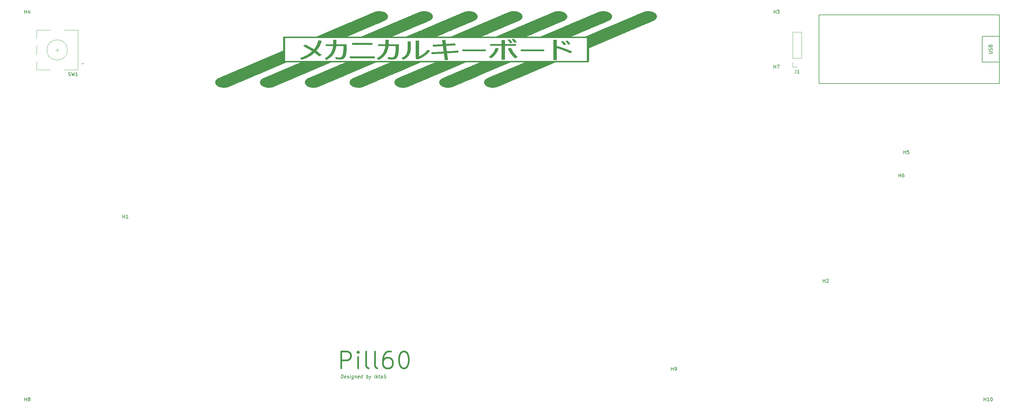
<source format=gbr>
%TF.GenerationSoftware,KiCad,Pcbnew,(5.1.6)-1*%
%TF.CreationDate,2020-08-24T23:39:16+07:00*%
%TF.ProjectId,Pill60,50696c6c-3630-42e6-9b69-6361645f7063,rev?*%
%TF.SameCoordinates,Original*%
%TF.FileFunction,Legend,Top*%
%TF.FilePolarity,Positive*%
%FSLAX46Y46*%
G04 Gerber Fmt 4.6, Leading zero omitted, Abs format (unit mm)*
G04 Created by KiCad (PCBNEW (5.1.6)-1) date 2020-08-24 23:39:16*
%MOMM*%
%LPD*%
G01*
G04 APERTURE LIST*
%ADD10C,0.150000*%
%ADD11C,0.500000*%
%ADD12C,0.120000*%
%ADD13C,0.010000*%
G04 APERTURE END LIST*
D10*
X150661547Y-170972380D02*
X150786547Y-169972380D01*
X151024642Y-169972380D01*
X151161547Y-170020000D01*
X151244880Y-170115238D01*
X151280595Y-170210476D01*
X151304404Y-170400952D01*
X151286547Y-170543809D01*
X151215119Y-170734285D01*
X151155595Y-170829523D01*
X151048452Y-170924761D01*
X150899642Y-170972380D01*
X150661547Y-170972380D01*
X152048452Y-170924761D02*
X151947261Y-170972380D01*
X151756785Y-170972380D01*
X151667500Y-170924761D01*
X151631785Y-170829523D01*
X151679404Y-170448571D01*
X151738928Y-170353333D01*
X151840119Y-170305714D01*
X152030595Y-170305714D01*
X152119880Y-170353333D01*
X152155595Y-170448571D01*
X152143690Y-170543809D01*
X151655595Y-170639047D01*
X152477023Y-170924761D02*
X152566309Y-170972380D01*
X152756785Y-170972380D01*
X152857976Y-170924761D01*
X152917500Y-170829523D01*
X152923452Y-170781904D01*
X152887738Y-170686666D01*
X152798452Y-170639047D01*
X152655595Y-170639047D01*
X152566309Y-170591428D01*
X152530595Y-170496190D01*
X152536547Y-170448571D01*
X152596071Y-170353333D01*
X152697261Y-170305714D01*
X152840119Y-170305714D01*
X152929404Y-170353333D01*
X153328214Y-170972380D02*
X153411547Y-170305714D01*
X153453214Y-169972380D02*
X153399642Y-170020000D01*
X153441309Y-170067619D01*
X153494880Y-170020000D01*
X153453214Y-169972380D01*
X153441309Y-170067619D01*
X154316309Y-170305714D02*
X154215119Y-171115238D01*
X154155595Y-171210476D01*
X154102023Y-171258095D01*
X154000833Y-171305714D01*
X153857976Y-171305714D01*
X153768690Y-171258095D01*
X154238928Y-170924761D02*
X154137738Y-170972380D01*
X153947261Y-170972380D01*
X153857976Y-170924761D01*
X153816309Y-170877142D01*
X153780595Y-170781904D01*
X153816309Y-170496190D01*
X153875833Y-170400952D01*
X153929404Y-170353333D01*
X154030595Y-170305714D01*
X154221071Y-170305714D01*
X154310357Y-170353333D01*
X154792500Y-170305714D02*
X154709166Y-170972380D01*
X154780595Y-170400952D02*
X154834166Y-170353333D01*
X154935357Y-170305714D01*
X155078214Y-170305714D01*
X155167500Y-170353333D01*
X155203214Y-170448571D01*
X155137738Y-170972380D01*
X156000833Y-170924761D02*
X155899642Y-170972380D01*
X155709166Y-170972380D01*
X155619880Y-170924761D01*
X155584166Y-170829523D01*
X155631785Y-170448571D01*
X155691309Y-170353333D01*
X155792500Y-170305714D01*
X155982976Y-170305714D01*
X156072261Y-170353333D01*
X156107976Y-170448571D01*
X156096071Y-170543809D01*
X155607976Y-170639047D01*
X156899642Y-170972380D02*
X157024642Y-169972380D01*
X156905595Y-170924761D02*
X156804404Y-170972380D01*
X156613928Y-170972380D01*
X156524642Y-170924761D01*
X156482976Y-170877142D01*
X156447261Y-170781904D01*
X156482976Y-170496190D01*
X156542500Y-170400952D01*
X156596071Y-170353333D01*
X156697261Y-170305714D01*
X156887738Y-170305714D01*
X156977023Y-170353333D01*
X158137738Y-170972380D02*
X158262738Y-169972380D01*
X158215119Y-170353333D02*
X158316309Y-170305714D01*
X158506785Y-170305714D01*
X158596071Y-170353333D01*
X158637738Y-170400952D01*
X158673452Y-170496190D01*
X158637738Y-170781904D01*
X158578214Y-170877142D01*
X158524642Y-170924761D01*
X158423452Y-170972380D01*
X158232976Y-170972380D01*
X158143690Y-170924761D01*
X159030595Y-170305714D02*
X159185357Y-170972380D01*
X159506785Y-170305714D02*
X159185357Y-170972380D01*
X159060357Y-171210476D01*
X159006785Y-171258095D01*
X158905595Y-171305714D01*
X160566309Y-170972380D02*
X160691309Y-169972380D01*
X161042500Y-170972380D02*
X161167500Y-169972380D01*
X161185357Y-170591428D02*
X161423452Y-170972380D01*
X161506785Y-170305714D02*
X161078214Y-170686666D01*
X161792500Y-170305714D02*
X162173452Y-170305714D01*
X161977023Y-169972380D02*
X161869880Y-170829523D01*
X161905595Y-170924761D01*
X161994880Y-170972380D01*
X162090119Y-170972380D01*
X162852023Y-170972380D02*
X162917500Y-170448571D01*
X162881785Y-170353333D01*
X162792500Y-170305714D01*
X162602023Y-170305714D01*
X162500833Y-170353333D01*
X162857976Y-170924761D02*
X162756785Y-170972380D01*
X162518690Y-170972380D01*
X162429404Y-170924761D01*
X162393690Y-170829523D01*
X162405595Y-170734285D01*
X162465119Y-170639047D01*
X162566309Y-170591428D01*
X162804404Y-170591428D01*
X162905595Y-170543809D01*
X163286547Y-170924761D02*
X163423452Y-170972380D01*
X163661547Y-170972380D01*
X163762738Y-170924761D01*
X163816309Y-170877142D01*
X163875833Y-170781904D01*
X163887738Y-170686666D01*
X163852023Y-170591428D01*
X163810357Y-170543809D01*
X163721071Y-170496190D01*
X163536547Y-170448571D01*
X163447261Y-170400952D01*
X163405595Y-170353333D01*
X163369880Y-170258095D01*
X163381785Y-170162857D01*
X163441309Y-170067619D01*
X163494880Y-170020000D01*
X163596071Y-169972380D01*
X163834166Y-169972380D01*
X163971071Y-170020000D01*
D11*
X150675476Y-168061904D02*
X150675476Y-163061904D01*
X152580238Y-163061904D01*
X153056428Y-163300000D01*
X153294523Y-163538095D01*
X153532619Y-164014285D01*
X153532619Y-164728571D01*
X153294523Y-165204761D01*
X153056428Y-165442857D01*
X152580238Y-165680952D01*
X150675476Y-165680952D01*
X155675476Y-168061904D02*
X155675476Y-164728571D01*
X155675476Y-163061904D02*
X155437380Y-163300000D01*
X155675476Y-163538095D01*
X155913571Y-163300000D01*
X155675476Y-163061904D01*
X155675476Y-163538095D01*
X158770714Y-168061904D02*
X158294523Y-167823809D01*
X158056428Y-167347619D01*
X158056428Y-163061904D01*
X161389761Y-168061904D02*
X160913571Y-167823809D01*
X160675476Y-167347619D01*
X160675476Y-163061904D01*
X165437380Y-163061904D02*
X164485000Y-163061904D01*
X164008809Y-163300000D01*
X163770714Y-163538095D01*
X163294523Y-164252380D01*
X163056428Y-165204761D01*
X163056428Y-167109523D01*
X163294523Y-167585714D01*
X163532619Y-167823809D01*
X164008809Y-168061904D01*
X164961190Y-168061904D01*
X165437380Y-167823809D01*
X165675476Y-167585714D01*
X165913571Y-167109523D01*
X165913571Y-165919047D01*
X165675476Y-165442857D01*
X165437380Y-165204761D01*
X164961190Y-164966666D01*
X164008809Y-164966666D01*
X163532619Y-165204761D01*
X163294523Y-165442857D01*
X163056428Y-165919047D01*
X169008809Y-163061904D02*
X169485000Y-163061904D01*
X169961190Y-163300000D01*
X170199285Y-163538095D01*
X170437380Y-164014285D01*
X170675476Y-164966666D01*
X170675476Y-166157142D01*
X170437380Y-167109523D01*
X170199285Y-167585714D01*
X169961190Y-167823809D01*
X169485000Y-168061904D01*
X169008809Y-168061904D01*
X168532619Y-167823809D01*
X168294523Y-167585714D01*
X168056428Y-167109523D01*
X167818333Y-166157142D01*
X167818333Y-164966666D01*
X168056428Y-164014285D01*
X168294523Y-163538095D01*
X168532619Y-163300000D01*
X169008809Y-163061904D01*
D10*
%TO.C,U1*%
X340250000Y-77437000D02*
X345330000Y-77437000D01*
X340250000Y-69817000D02*
X340250000Y-77437000D01*
X345330000Y-69817000D02*
X340250000Y-69817000D01*
X291990000Y-63467000D02*
X345330000Y-63467000D01*
X291990000Y-83787000D02*
X291990000Y-63467000D01*
X345330000Y-83787000D02*
X291990000Y-83787000D01*
X345330000Y-63467000D02*
X345330000Y-83787000D01*
D12*
%TO.C,SW1*%
X69675000Y-73818750D02*
G75*
G03*
X69675000Y-73818750I-3000000J0D01*
G01*
X64675000Y-79718750D02*
X60575000Y-79718750D01*
X60575000Y-67918750D02*
X64675000Y-67918750D01*
X68675000Y-67918750D02*
X72775000Y-67918750D01*
X68675000Y-79718750D02*
X72775000Y-79718750D01*
X72775000Y-79718750D02*
X72775000Y-67918750D01*
X74175000Y-77618750D02*
X74475000Y-77918750D01*
X74475000Y-77918750D02*
X73875000Y-77918750D01*
X73875000Y-77918750D02*
X74175000Y-77618750D01*
X60575000Y-79718750D02*
X60575000Y-77318750D01*
X60575000Y-75118750D02*
X60575000Y-72518750D01*
X60575000Y-70318750D02*
X60575000Y-67918750D01*
X66675000Y-74318750D02*
X66675000Y-73318750D01*
X67175000Y-73818750D02*
X66175000Y-73818750D01*
%TO.C,J1*%
X286830000Y-76210000D02*
X284170000Y-76210000D01*
X286830000Y-76210000D02*
X286830000Y-68530000D01*
X286830000Y-68530000D02*
X284170000Y-68530000D01*
X284170000Y-76210000D02*
X284170000Y-68530000D01*
X284170000Y-78810000D02*
X284170000Y-77480000D01*
X285500000Y-78810000D02*
X284170000Y-78810000D01*
D13*
%TO.C,G\u002A\u002A\u002A*%
G36*
X201882667Y-62340932D02*
G01*
X201973312Y-62346833D01*
X202202398Y-62371765D01*
X202423513Y-62408308D01*
X202635815Y-62455935D01*
X202838459Y-62514119D01*
X203030604Y-62582332D01*
X203211407Y-62660049D01*
X203380025Y-62746741D01*
X203535615Y-62841882D01*
X203677334Y-62944946D01*
X203804341Y-63055404D01*
X203915791Y-63172731D01*
X204010842Y-63296399D01*
X204088651Y-63425882D01*
X204148376Y-63560652D01*
X204189174Y-63700182D01*
X204196524Y-63736884D01*
X204200978Y-63772700D01*
X204203487Y-63817907D01*
X204204169Y-63869464D01*
X204203144Y-63924329D01*
X204200529Y-63979458D01*
X204196442Y-64031811D01*
X204191003Y-64078344D01*
X204184328Y-64116016D01*
X204181315Y-64128007D01*
X204132960Y-64267175D01*
X204068520Y-64398549D01*
X203987092Y-64523436D01*
X203887772Y-64643143D01*
X203769656Y-64758976D01*
X203708810Y-64811279D01*
X203668886Y-64841948D01*
X203616594Y-64878647D01*
X203555739Y-64918996D01*
X203490123Y-64960617D01*
X203423548Y-65001131D01*
X203359818Y-65038159D01*
X203302735Y-65069321D01*
X203270145Y-65085713D01*
X203258390Y-65090875D01*
X203229798Y-65103182D01*
X203184933Y-65122396D01*
X203124360Y-65148277D01*
X203048643Y-65180584D01*
X202958346Y-65219080D01*
X202854034Y-65263522D01*
X202736272Y-65313673D01*
X202605623Y-65369291D01*
X202462652Y-65430138D01*
X202307925Y-65495973D01*
X202142004Y-65566557D01*
X201965455Y-65641650D01*
X201778842Y-65721012D01*
X201582729Y-65804404D01*
X201377681Y-65891586D01*
X201164263Y-65982317D01*
X200943038Y-66076358D01*
X200714572Y-66173470D01*
X200479428Y-66273413D01*
X200238171Y-66375946D01*
X199991366Y-66480831D01*
X199739577Y-66587827D01*
X199483368Y-66696695D01*
X199223304Y-66807194D01*
X198959949Y-66919086D01*
X198693868Y-67032130D01*
X198425626Y-67146087D01*
X198155785Y-67260716D01*
X197884912Y-67375779D01*
X197613571Y-67491034D01*
X197342325Y-67606244D01*
X197071740Y-67721167D01*
X196802379Y-67835564D01*
X196534808Y-67949196D01*
X196269590Y-68061822D01*
X196007291Y-68173202D01*
X195748474Y-68283098D01*
X195493704Y-68391269D01*
X195243546Y-68497476D01*
X194998563Y-68601478D01*
X194759321Y-68703036D01*
X194526384Y-68801910D01*
X194300316Y-68897861D01*
X194081681Y-68990648D01*
X193871045Y-69080033D01*
X193668971Y-69165774D01*
X193476024Y-69247633D01*
X193292769Y-69325370D01*
X193119769Y-69398744D01*
X192957590Y-69467517D01*
X192806796Y-69531448D01*
X192667950Y-69590297D01*
X192541619Y-69643825D01*
X192428365Y-69691793D01*
X192328754Y-69733960D01*
X192243350Y-69770086D01*
X192172717Y-69799932D01*
X192117420Y-69823258D01*
X192079561Y-69839180D01*
X192021854Y-69863385D01*
X194193598Y-69863377D01*
X196365341Y-69863368D01*
X202360372Y-67318963D01*
X202700599Y-67174564D01*
X203043081Y-67029207D01*
X203387118Y-66883190D01*
X203732016Y-66736807D01*
X204077076Y-66590355D01*
X204421600Y-66444129D01*
X204764893Y-66298426D01*
X205106256Y-66153541D01*
X205444993Y-66009771D01*
X205780405Y-65867411D01*
X206111796Y-65726758D01*
X206438469Y-65588106D01*
X206759725Y-65451753D01*
X207074869Y-65317994D01*
X207383203Y-65187125D01*
X207684029Y-65059443D01*
X207976650Y-64935242D01*
X208260369Y-64814819D01*
X208534489Y-64698469D01*
X208798312Y-64586490D01*
X209051142Y-64479177D01*
X209292280Y-64376825D01*
X209521030Y-64279730D01*
X209736694Y-64188190D01*
X209938576Y-64102498D01*
X210125977Y-64022953D01*
X210298201Y-63949848D01*
X210454550Y-63883481D01*
X210594328Y-63824148D01*
X210619052Y-63813653D01*
X210888617Y-63699220D01*
X211141347Y-63591930D01*
X211377810Y-63491545D01*
X211598580Y-63397824D01*
X211804225Y-63310531D01*
X211995317Y-63229427D01*
X212172428Y-63154272D01*
X212336127Y-63084830D01*
X212486986Y-63020860D01*
X212625576Y-62962125D01*
X212752467Y-62908387D01*
X212868231Y-62859406D01*
X212973437Y-62814944D01*
X213068658Y-62774764D01*
X213154464Y-62738625D01*
X213231426Y-62706291D01*
X213300114Y-62677521D01*
X213361101Y-62652079D01*
X213414955Y-62629725D01*
X213462249Y-62610221D01*
X213503553Y-62593328D01*
X213539438Y-62578809D01*
X213570476Y-62566424D01*
X213597236Y-62555935D01*
X213620289Y-62547103D01*
X213640208Y-62539690D01*
X213657562Y-62533458D01*
X213672922Y-62528169D01*
X213686859Y-62523582D01*
X213699945Y-62519461D01*
X213712749Y-62515567D01*
X213725844Y-62511661D01*
X213739799Y-62507504D01*
X213755185Y-62502859D01*
X213761449Y-62500939D01*
X213949733Y-62448016D01*
X214136742Y-62406001D01*
X214327892Y-62373898D01*
X214528601Y-62350711D01*
X214618357Y-62343294D01*
X214682243Y-62339926D01*
X214761557Y-62337804D01*
X214850791Y-62336898D01*
X214944439Y-62337174D01*
X215036992Y-62338601D01*
X215122943Y-62341147D01*
X215196785Y-62344780D01*
X215225486Y-62346833D01*
X215458468Y-62372204D01*
X215683680Y-62409579D01*
X215900277Y-62458629D01*
X216107417Y-62519028D01*
X216304256Y-62590448D01*
X216489949Y-62672561D01*
X216663654Y-62765040D01*
X216824527Y-62867556D01*
X216971724Y-62979784D01*
X217061818Y-63059813D01*
X217148054Y-63149378D01*
X217227495Y-63247596D01*
X217297668Y-63350734D01*
X217356100Y-63455058D01*
X217400317Y-63556837D01*
X217410241Y-63585693D01*
X217429163Y-63648973D01*
X217442703Y-63706031D01*
X217451586Y-63761538D01*
X217456534Y-63820163D01*
X217458271Y-63886577D01*
X217458299Y-63895954D01*
X217448258Y-64037415D01*
X217417974Y-64175351D01*
X217367546Y-64309593D01*
X217297069Y-64439970D01*
X217206640Y-64566312D01*
X217096358Y-64688448D01*
X216966318Y-64806207D01*
X216918520Y-64844518D01*
X216872194Y-64878288D01*
X216813791Y-64917394D01*
X216747826Y-64959093D01*
X216678816Y-65000640D01*
X216611275Y-65039292D01*
X216549719Y-65072303D01*
X216517060Y-65088488D01*
X216505395Y-65093593D01*
X216476894Y-65105844D01*
X216432122Y-65125002D01*
X216371643Y-65150825D01*
X216296023Y-65183074D01*
X216205827Y-65221508D01*
X216101620Y-65265889D01*
X215983968Y-65315975D01*
X215853436Y-65371528D01*
X215710588Y-65432305D01*
X215555990Y-65498069D01*
X215390207Y-65568578D01*
X215213804Y-65643592D01*
X215027347Y-65722872D01*
X214831400Y-65806178D01*
X214626529Y-65893269D01*
X214413298Y-65983905D01*
X214192274Y-66077846D01*
X213964021Y-66174853D01*
X213729105Y-66274685D01*
X213488089Y-66377102D01*
X213241541Y-66481865D01*
X212990024Y-66588732D01*
X212734105Y-66697464D01*
X212474347Y-66807822D01*
X212211317Y-66919564D01*
X211945580Y-67032451D01*
X211677700Y-67146243D01*
X211408243Y-67260700D01*
X211137774Y-67375582D01*
X210866858Y-67490648D01*
X210596060Y-67605659D01*
X210325946Y-67720375D01*
X210057081Y-67834555D01*
X209790029Y-67947960D01*
X209525356Y-68060349D01*
X209263628Y-68171483D01*
X209005409Y-68281121D01*
X208751264Y-68389023D01*
X208501759Y-68494950D01*
X208257458Y-68598661D01*
X208018928Y-68699916D01*
X207786733Y-68798475D01*
X207561437Y-68894098D01*
X207343608Y-68986546D01*
X207133809Y-69075577D01*
X206932606Y-69160953D01*
X206740563Y-69242432D01*
X206558247Y-69319776D01*
X206386222Y-69392743D01*
X206225054Y-69461094D01*
X206075307Y-69524588D01*
X205937547Y-69582987D01*
X205812338Y-69636049D01*
X205700247Y-69683534D01*
X205601838Y-69725204D01*
X205517677Y-69760816D01*
X205448328Y-69790133D01*
X205394356Y-69812912D01*
X205356328Y-69828915D01*
X205347483Y-69832622D01*
X205273972Y-69863385D01*
X209617982Y-69863385D01*
X216086072Y-67118229D01*
X216602940Y-66898862D01*
X217102697Y-66686758D01*
X217585635Y-66481792D01*
X218052043Y-66283842D01*
X218502213Y-66092783D01*
X218936436Y-65908493D01*
X219355004Y-65730848D01*
X219758206Y-65559724D01*
X220146335Y-65394998D01*
X220519681Y-65236546D01*
X220878536Y-65084245D01*
X221223189Y-64937972D01*
X221553933Y-64797603D01*
X221871058Y-64663014D01*
X222174856Y-64534083D01*
X222465617Y-64410684D01*
X222743633Y-64292696D01*
X223009194Y-64179995D01*
X223262592Y-64072456D01*
X223504117Y-63969957D01*
X223734061Y-63872375D01*
X223952715Y-63779584D01*
X224160369Y-63691463D01*
X224357315Y-63607888D01*
X224543844Y-63528735D01*
X224720247Y-63453881D01*
X224886814Y-63383201D01*
X225043838Y-63316574D01*
X225191608Y-63253875D01*
X225330416Y-63194980D01*
X225460554Y-63139767D01*
X225582311Y-63088112D01*
X225695979Y-63039891D01*
X225801850Y-62994981D01*
X225900213Y-62953258D01*
X225991361Y-62914599D01*
X226075584Y-62878881D01*
X226153173Y-62845979D01*
X226224419Y-62815771D01*
X226289614Y-62788133D01*
X226349048Y-62762942D01*
X226403013Y-62740073D01*
X226451799Y-62719404D01*
X226495697Y-62700811D01*
X226534999Y-62684170D01*
X226569995Y-62669359D01*
X226600977Y-62656253D01*
X226628236Y-62644729D01*
X226652062Y-62634664D01*
X226672747Y-62625934D01*
X226690582Y-62618415D01*
X226705857Y-62611985D01*
X226718864Y-62606520D01*
X226729894Y-62601895D01*
X226739238Y-62597989D01*
X226747187Y-62594676D01*
X226754031Y-62591835D01*
X226760063Y-62589341D01*
X226765573Y-62587070D01*
X226766459Y-62586705D01*
X226892402Y-62539395D01*
X227033311Y-62494349D01*
X227183142Y-62453195D01*
X227335851Y-62417557D01*
X227485393Y-62389064D01*
X227523727Y-62382916D01*
X227635649Y-62366768D01*
X227737222Y-62354617D01*
X227834785Y-62346001D01*
X227934675Y-62340457D01*
X228043232Y-62337522D01*
X228156597Y-62336729D01*
X228393275Y-62342821D01*
X228622522Y-62361158D01*
X228844772Y-62391831D01*
X229060458Y-62434929D01*
X229270014Y-62490545D01*
X229473873Y-62558767D01*
X229672470Y-62639687D01*
X229727163Y-62664619D01*
X229781908Y-62691989D01*
X229845599Y-62726808D01*
X229914435Y-62766726D01*
X229984611Y-62809397D01*
X230052326Y-62852473D01*
X230113776Y-62893606D01*
X230165157Y-62930450D01*
X230192111Y-62951611D01*
X230327791Y-63074139D01*
X230443120Y-63199972D01*
X230538121Y-63329145D01*
X230612814Y-63461689D01*
X230667223Y-63597639D01*
X230695448Y-63705344D01*
X230703838Y-63761161D01*
X230708529Y-63825298D01*
X230709642Y-63894242D01*
X230707302Y-63964475D01*
X230701632Y-64032483D01*
X230692754Y-64094750D01*
X230680791Y-64147760D01*
X230679847Y-64151014D01*
X230628551Y-64291047D01*
X230559201Y-64424403D01*
X230471580Y-64551334D01*
X230365473Y-64672091D01*
X230240663Y-64786928D01*
X230096933Y-64896094D01*
X229967956Y-64979652D01*
X229917194Y-65009362D01*
X229861027Y-65040554D01*
X229805907Y-65069738D01*
X229758283Y-65093424D01*
X229753457Y-65095694D01*
X229739203Y-65101981D01*
X229708016Y-65115450D01*
X229660369Y-65135900D01*
X229596735Y-65163131D01*
X229517586Y-65196941D01*
X229423395Y-65237129D01*
X229314634Y-65283496D01*
X229191777Y-65335839D01*
X229055296Y-65393958D01*
X228905662Y-65457651D01*
X228743350Y-65526719D01*
X228568831Y-65600960D01*
X228382577Y-65680174D01*
X228185063Y-65764159D01*
X227976760Y-65852714D01*
X227758140Y-65945638D01*
X227529677Y-66042732D01*
X227291843Y-66143793D01*
X227045110Y-66248621D01*
X226789951Y-66357015D01*
X226526840Y-66468773D01*
X226256247Y-66583696D01*
X225978646Y-66701583D01*
X225694510Y-66822231D01*
X225404310Y-66945441D01*
X225108521Y-67071012D01*
X224807613Y-67198742D01*
X224502060Y-67328431D01*
X224192335Y-67459877D01*
X224105507Y-67496724D01*
X223795413Y-67628320D01*
X223489619Y-67758097D01*
X223188587Y-67885858D01*
X222892781Y-68011408D01*
X222602662Y-68134549D01*
X222318694Y-68255085D01*
X222041338Y-68372820D01*
X221771058Y-68487558D01*
X221508315Y-68599101D01*
X221253573Y-68707254D01*
X221007293Y-68811821D01*
X220769938Y-68912603D01*
X220541971Y-69009406D01*
X220323854Y-69102033D01*
X220116050Y-69190288D01*
X219919021Y-69273973D01*
X219733230Y-69352893D01*
X219559139Y-69426851D01*
X219397211Y-69495650D01*
X219247908Y-69559095D01*
X219111692Y-69616989D01*
X218989027Y-69669135D01*
X218880374Y-69715338D01*
X218786197Y-69755399D01*
X218706957Y-69789124D01*
X218643118Y-69816316D01*
X218595141Y-69836778D01*
X218563490Y-69850314D01*
X218548626Y-69856727D01*
X218547482Y-69857248D01*
X218556707Y-69857971D01*
X218586459Y-69858656D01*
X218636232Y-69859301D01*
X218705519Y-69859904D01*
X218793813Y-69860464D01*
X218900606Y-69860979D01*
X219025391Y-69861449D01*
X219167661Y-69861871D01*
X219326910Y-69862245D01*
X219502629Y-69862568D01*
X219694312Y-69862840D01*
X219901452Y-69863059D01*
X220123541Y-69863222D01*
X220360072Y-69863330D01*
X220610539Y-69863381D01*
X220704066Y-69863385D01*
X222870642Y-69863385D01*
X229175466Y-67187506D01*
X229521124Y-67040802D01*
X229867879Y-66893632D01*
X230215099Y-66746265D01*
X230562148Y-66598969D01*
X230908391Y-66452015D01*
X231253196Y-66305671D01*
X231595927Y-66160207D01*
X231935949Y-66015892D01*
X232272629Y-65872995D01*
X232605332Y-65731786D01*
X232933424Y-65592533D01*
X233256270Y-65455506D01*
X233573236Y-65320975D01*
X233883688Y-65189208D01*
X234186990Y-65060475D01*
X234482509Y-64935045D01*
X234769611Y-64813187D01*
X235047661Y-64695171D01*
X235316024Y-64581265D01*
X235574066Y-64471740D01*
X235821154Y-64366864D01*
X236056651Y-64266907D01*
X236279925Y-64172137D01*
X236490340Y-64082825D01*
X236687262Y-63999239D01*
X236870058Y-63921648D01*
X237038091Y-63850323D01*
X237190729Y-63785531D01*
X237327337Y-63727543D01*
X237447280Y-63676628D01*
X237465154Y-63669040D01*
X237717545Y-63561899D01*
X237953145Y-63461889D01*
X238172565Y-63368752D01*
X238376417Y-63282233D01*
X238565310Y-63202076D01*
X238739857Y-63128025D01*
X238900668Y-63059823D01*
X239048354Y-62997214D01*
X239183525Y-62939943D01*
X239306793Y-62887753D01*
X239418769Y-62840387D01*
X239520064Y-62797591D01*
X239611288Y-62759107D01*
X239693052Y-62724679D01*
X239765967Y-62694052D01*
X239830645Y-62666969D01*
X239887696Y-62643174D01*
X239937731Y-62622411D01*
X239981360Y-62604423D01*
X240019196Y-62588956D01*
X240051848Y-62575752D01*
X240079928Y-62564555D01*
X240104046Y-62555109D01*
X240124814Y-62547158D01*
X240142842Y-62540447D01*
X240158742Y-62534718D01*
X240173124Y-62529715D01*
X240186598Y-62525183D01*
X240199777Y-62520866D01*
X240213271Y-62516506D01*
X240216330Y-62515520D01*
X240414822Y-62457263D01*
X240612761Y-62411013D01*
X240813187Y-62376314D01*
X241019138Y-62352710D01*
X241233652Y-62339747D01*
X241408647Y-62336729D01*
X241556785Y-62338640D01*
X241692626Y-62344719D01*
X241824083Y-62355479D01*
X241959068Y-62371437D01*
X241974907Y-62373591D01*
X242194945Y-62410396D01*
X242407136Y-62458842D01*
X242610410Y-62518337D01*
X242803696Y-62588292D01*
X242985920Y-62668115D01*
X243156014Y-62757216D01*
X243312904Y-62855004D01*
X243455520Y-62960888D01*
X243582791Y-63074278D01*
X243693646Y-63194582D01*
X243787012Y-63321211D01*
X243833297Y-63398349D01*
X243882000Y-63495866D01*
X243918307Y-63590339D01*
X243943025Y-63685178D01*
X243956959Y-63783792D01*
X243960917Y-63889592D01*
X243959930Y-63933565D01*
X243956708Y-63997526D01*
X243951739Y-64051978D01*
X243944261Y-64100544D01*
X243933511Y-64146848D01*
X243918727Y-64194513D01*
X243899147Y-64247163D01*
X243888257Y-64274207D01*
X243828970Y-64394713D01*
X243750937Y-64514372D01*
X243656268Y-64630617D01*
X243547070Y-64740882D01*
X243425454Y-64842602D01*
X243414183Y-64851092D01*
X243362001Y-64888177D01*
X243300274Y-64929027D01*
X243233190Y-64971106D01*
X243164939Y-65011880D01*
X243099709Y-65048814D01*
X243041689Y-65079373D01*
X243017592Y-65091052D01*
X243005623Y-65096271D01*
X242976607Y-65108724D01*
X242930901Y-65128260D01*
X242868859Y-65154728D01*
X242790837Y-65187975D01*
X242697193Y-65227852D01*
X242588281Y-65274206D01*
X242464458Y-65326888D01*
X242326080Y-65385744D01*
X242173502Y-65450626D01*
X242007080Y-65521380D01*
X241827171Y-65597856D01*
X241634130Y-65679903D01*
X241428313Y-65767370D01*
X241210076Y-65860105D01*
X240979776Y-65957957D01*
X240737767Y-66060775D01*
X240484406Y-66168408D01*
X240220050Y-66280705D01*
X239945053Y-66397514D01*
X239659771Y-66518684D01*
X239364562Y-66644064D01*
X239059780Y-66773503D01*
X238745781Y-66906850D01*
X238422922Y-67043954D01*
X238091558Y-67184662D01*
X237752046Y-67328825D01*
X237404740Y-67476291D01*
X237049998Y-67626908D01*
X236688175Y-67780526D01*
X236319627Y-67936994D01*
X235944710Y-68096159D01*
X235563780Y-68257872D01*
X235177192Y-68421980D01*
X234785304Y-68588333D01*
X234388470Y-68756779D01*
X233987046Y-68927168D01*
X233581390Y-69099347D01*
X233415025Y-69169958D01*
X223889896Y-73212738D01*
X223884638Y-75247158D01*
X223884133Y-75441110D01*
X223883653Y-75622350D01*
X223883192Y-75791315D01*
X223882745Y-75948441D01*
X223882307Y-76094163D01*
X223881872Y-76228917D01*
X223881434Y-76353139D01*
X223880990Y-76467265D01*
X223880533Y-76571730D01*
X223880058Y-76666971D01*
X223879560Y-76753423D01*
X223879034Y-76831522D01*
X223878474Y-76901704D01*
X223877876Y-76964405D01*
X223877233Y-77020060D01*
X223876541Y-77069105D01*
X223875794Y-77111977D01*
X223874988Y-77149111D01*
X223874116Y-77180942D01*
X223873174Y-77207907D01*
X223872157Y-77230442D01*
X223871058Y-77248981D01*
X223869873Y-77263962D01*
X223868597Y-77275820D01*
X223867224Y-77284991D01*
X223865749Y-77291910D01*
X223864167Y-77297013D01*
X223862472Y-77300737D01*
X223860660Y-77303516D01*
X223859795Y-77304586D01*
X223820326Y-77340043D01*
X223768831Y-77370620D01*
X223732132Y-77385687D01*
X223690062Y-77399901D01*
X214008724Y-77406475D01*
X208479311Y-79753214D01*
X208144100Y-79895482D01*
X207803402Y-80040079D01*
X207458083Y-80186638D01*
X207109009Y-80334792D01*
X206757043Y-80484174D01*
X206403051Y-80634417D01*
X206047897Y-80785154D01*
X205692446Y-80936017D01*
X205337564Y-81086640D01*
X204984114Y-81236656D01*
X204632962Y-81385698D01*
X204284972Y-81533397D01*
X203941010Y-81679388D01*
X203601941Y-81823304D01*
X203268628Y-81964777D01*
X202941937Y-82103440D01*
X202622732Y-82238926D01*
X202311879Y-82370868D01*
X202010243Y-82498899D01*
X201718687Y-82622652D01*
X201438078Y-82741760D01*
X201169279Y-82855856D01*
X200913156Y-82964572D01*
X200670573Y-83067542D01*
X200442396Y-83164399D01*
X200229488Y-83254775D01*
X200032716Y-83338304D01*
X199946854Y-83374752D01*
X199718258Y-83471783D01*
X199493640Y-83567110D01*
X199273652Y-83660456D01*
X199058949Y-83751544D01*
X198850187Y-83840096D01*
X198648018Y-83925835D01*
X198453099Y-84008484D01*
X198266082Y-84087766D01*
X198087623Y-84163404D01*
X197918376Y-84235120D01*
X197758996Y-84302637D01*
X197610136Y-84365678D01*
X197472451Y-84423966D01*
X197346596Y-84477223D01*
X197233225Y-84525173D01*
X197132992Y-84567538D01*
X197046552Y-84604041D01*
X196974560Y-84634404D01*
X196917669Y-84658351D01*
X196876534Y-84675605D01*
X196851810Y-84685888D01*
X196845735Y-84688356D01*
X196666627Y-84752143D01*
X196474053Y-84807544D01*
X196271721Y-84853760D01*
X196063343Y-84889993D01*
X195852628Y-84915445D01*
X195752614Y-84923539D01*
X195673744Y-84927297D01*
X195580369Y-84929181D01*
X195477907Y-84929293D01*
X195371774Y-84927735D01*
X195267390Y-84924609D01*
X195170171Y-84920016D01*
X195085535Y-84914059D01*
X195046733Y-84910283D01*
X194821150Y-84879229D01*
X194602178Y-84836777D01*
X194391951Y-84783456D01*
X194192600Y-84719794D01*
X194041418Y-84661368D01*
X193854902Y-84575573D01*
X193683649Y-84481403D01*
X193528215Y-84379495D01*
X193389155Y-84270491D01*
X193267026Y-84155029D01*
X193162385Y-84033748D01*
X193075788Y-83907290D01*
X193007791Y-83776292D01*
X192958951Y-83641394D01*
X192929823Y-83503237D01*
X192920914Y-83373309D01*
X192931131Y-83232915D01*
X192961827Y-83095044D01*
X193012684Y-82960257D01*
X193083383Y-82829112D01*
X193173603Y-82702171D01*
X193283026Y-82579994D01*
X193411332Y-82463139D01*
X193463986Y-82421009D01*
X193524832Y-82376929D01*
X193597807Y-82328800D01*
X193677613Y-82279810D01*
X193758949Y-82233145D01*
X193836514Y-82191994D01*
X193879926Y-82170862D01*
X193894121Y-82164607D01*
X193925244Y-82151173D01*
X193972819Y-82130761D01*
X194036368Y-82103576D01*
X194115414Y-82069820D01*
X194209479Y-82029695D01*
X194318088Y-81983404D01*
X194440762Y-81931151D01*
X194577025Y-81873137D01*
X194726399Y-81809566D01*
X194888408Y-81740641D01*
X195062573Y-81666565D01*
X195248418Y-81587539D01*
X195445466Y-81503768D01*
X195653240Y-81415453D01*
X195871262Y-81322798D01*
X196099056Y-81226006D01*
X196336144Y-81125278D01*
X196582048Y-81020819D01*
X196836293Y-80912831D01*
X197098401Y-80801516D01*
X197367894Y-80687078D01*
X197644295Y-80569720D01*
X197927128Y-80449643D01*
X198215915Y-80327051D01*
X198510180Y-80202148D01*
X198809444Y-80075134D01*
X199113231Y-79946214D01*
X199420704Y-79815743D01*
X199728690Y-79685060D01*
X200032697Y-79556063D01*
X200332244Y-79428957D01*
X200626851Y-79303946D01*
X200916040Y-79181232D01*
X201199330Y-79061019D01*
X201476242Y-78943512D01*
X201746295Y-78828913D01*
X202009012Y-78717425D01*
X202263911Y-78609254D01*
X202510513Y-78504601D01*
X202748339Y-78403672D01*
X202976909Y-78306668D01*
X203195743Y-78213794D01*
X203404362Y-78125254D01*
X203602285Y-78041251D01*
X203789035Y-77961988D01*
X203964129Y-77887669D01*
X204127090Y-77818498D01*
X204277438Y-77754678D01*
X204414692Y-77696413D01*
X204538374Y-77643906D01*
X204648003Y-77597362D01*
X204743100Y-77556982D01*
X204823185Y-77522972D01*
X204887779Y-77495534D01*
X204936402Y-77474873D01*
X204968574Y-77461191D01*
X204983730Y-77454729D01*
X205103899Y-77403188D01*
X202932798Y-77403362D01*
X200761698Y-77403536D01*
X192289772Y-80999527D01*
X191905358Y-81162695D01*
X191524914Y-81324175D01*
X191148821Y-81483807D01*
X190777463Y-81641427D01*
X190411220Y-81796875D01*
X190050474Y-81949988D01*
X189695607Y-82100603D01*
X189347001Y-82248560D01*
X189005036Y-82393697D01*
X188670095Y-82535850D01*
X188342560Y-82674859D01*
X188022812Y-82810561D01*
X187711233Y-82942794D01*
X187408205Y-83071396D01*
X187114108Y-83196206D01*
X186829326Y-83317062D01*
X186554239Y-83433800D01*
X186289229Y-83546261D01*
X186034679Y-83654280D01*
X185790969Y-83757698D01*
X185558481Y-83856350D01*
X185337597Y-83950077D01*
X185128699Y-84038715D01*
X184932169Y-84122102D01*
X184748387Y-84200078D01*
X184577737Y-84272478D01*
X184420598Y-84339143D01*
X184277354Y-84399910D01*
X184148385Y-84454616D01*
X184034074Y-84503100D01*
X183934803Y-84545200D01*
X183850952Y-84580753D01*
X183782903Y-84609599D01*
X183731039Y-84631575D01*
X183695740Y-84646518D01*
X183677390Y-84654268D01*
X183675859Y-84654910D01*
X183476861Y-84730409D01*
X183268462Y-84794582D01*
X183052412Y-84847029D01*
X182830462Y-84887349D01*
X182604364Y-84915143D01*
X182500440Y-84923545D01*
X182421573Y-84927300D01*
X182328205Y-84929182D01*
X182225752Y-84929293D01*
X182119632Y-84927735D01*
X182015260Y-84924610D01*
X181918052Y-84920019D01*
X181833424Y-84914064D01*
X181794559Y-84910283D01*
X181565617Y-84878695D01*
X181345551Y-84835716D01*
X181135185Y-84781853D01*
X180935346Y-84717615D01*
X180746859Y-84643508D01*
X180570550Y-84560041D01*
X180407244Y-84467722D01*
X180257766Y-84367057D01*
X180122944Y-84258555D01*
X180003601Y-84142724D01*
X179900564Y-84020070D01*
X179814659Y-83891102D01*
X179746710Y-83756327D01*
X179699073Y-83621718D01*
X179687905Y-83572109D01*
X179679250Y-83513235D01*
X179673311Y-83448899D01*
X179670287Y-83382903D01*
X179670381Y-83319049D01*
X179673792Y-83261141D01*
X179678180Y-83226675D01*
X179704210Y-83112612D01*
X179743902Y-82998270D01*
X179790417Y-82898633D01*
X179823890Y-82841574D01*
X179866143Y-82778636D01*
X179914215Y-82713681D01*
X179965144Y-82650572D01*
X180015971Y-82593170D01*
X180055017Y-82553525D01*
X180144757Y-82474656D01*
X180248269Y-82395412D01*
X180360983Y-82318851D01*
X180478327Y-82248031D01*
X180595730Y-82186012D01*
X180625756Y-82171680D01*
X180640005Y-82165399D01*
X180671188Y-82151938D01*
X180718833Y-82131494D01*
X180782467Y-82104271D01*
X180861617Y-82070467D01*
X180955813Y-82030285D01*
X181064581Y-81983924D01*
X181187450Y-81931585D01*
X181323947Y-81873469D01*
X181473601Y-81809776D01*
X181635939Y-81740708D01*
X181810489Y-81666465D01*
X181996778Y-81587248D01*
X182194336Y-81503257D01*
X182402689Y-81414693D01*
X182621366Y-81321757D01*
X182849894Y-81224649D01*
X183087801Y-81123570D01*
X183334615Y-81018721D01*
X183589864Y-80910302D01*
X183853076Y-80798515D01*
X184123779Y-80683559D01*
X184401500Y-80565636D01*
X184685768Y-80444947D01*
X184976109Y-80321691D01*
X185272053Y-80196069D01*
X185573127Y-80068283D01*
X185878859Y-79938533D01*
X186188776Y-79807019D01*
X186284223Y-79766518D01*
X186594569Y-79634833D01*
X186900599Y-79504977D01*
X187201851Y-79377146D01*
X187497865Y-79251537D01*
X187788179Y-79128346D01*
X188072331Y-79007767D01*
X188349860Y-78889997D01*
X188620304Y-78775232D01*
X188883203Y-78663668D01*
X189138094Y-78555500D01*
X189384516Y-78450924D01*
X189622009Y-78350136D01*
X189850109Y-78253333D01*
X190068357Y-78160709D01*
X190276290Y-78072461D01*
X190473447Y-77988784D01*
X190659366Y-77909874D01*
X190833587Y-77835928D01*
X190995648Y-77767140D01*
X191145086Y-77703708D01*
X191281442Y-77645826D01*
X191404253Y-77593690D01*
X191513058Y-77547497D01*
X191607396Y-77507442D01*
X191686805Y-77473721D01*
X191750823Y-77446530D01*
X191798990Y-77426064D01*
X191830843Y-77412520D01*
X191845922Y-77406094D01*
X191847156Y-77405560D01*
X191837235Y-77405329D01*
X191807255Y-77405105D01*
X191758196Y-77404890D01*
X191691033Y-77404684D01*
X191606745Y-77404488D01*
X191506309Y-77404304D01*
X191390703Y-77404132D01*
X191260904Y-77403974D01*
X191117888Y-77403830D01*
X190962635Y-77403702D01*
X190796121Y-77403590D01*
X190619324Y-77403495D01*
X190433221Y-77403419D01*
X190238789Y-77403363D01*
X190037007Y-77403327D01*
X189828851Y-77403312D01*
X189680531Y-77403316D01*
X187509524Y-77403443D01*
X179006045Y-81012817D01*
X178621106Y-81176207D01*
X178240198Y-81337884D01*
X177863699Y-81497687D01*
X177491989Y-81655456D01*
X177125446Y-81811029D01*
X176764451Y-81964246D01*
X176409382Y-82114946D01*
X176060617Y-82262967D01*
X175718537Y-82408150D01*
X175383520Y-82550334D01*
X175055945Y-82689356D01*
X174736192Y-82825058D01*
X174424639Y-82957277D01*
X174121665Y-83085853D01*
X173827651Y-83210624D01*
X173542974Y-83331431D01*
X173268013Y-83448113D01*
X173003149Y-83560507D01*
X172748759Y-83668455D01*
X172505224Y-83771794D01*
X172272922Y-83870363D01*
X172052232Y-83964003D01*
X171843533Y-84052552D01*
X171647204Y-84135849D01*
X171463625Y-84213734D01*
X171293174Y-84286045D01*
X171136231Y-84352621D01*
X170993175Y-84413303D01*
X170864384Y-84467929D01*
X170750239Y-84516337D01*
X170651117Y-84558368D01*
X170567398Y-84593860D01*
X170499461Y-84622653D01*
X170447685Y-84644585D01*
X170412450Y-84659496D01*
X170394134Y-84667226D01*
X170392132Y-84668063D01*
X170264652Y-84716610D01*
X170122730Y-84762930D01*
X169972044Y-84805533D01*
X169818273Y-84842932D01*
X169667096Y-84873638D01*
X169524190Y-84896165D01*
X169519172Y-84896817D01*
X169315396Y-84917574D01*
X169104897Y-84928578D01*
X168892539Y-84929831D01*
X168683183Y-84921338D01*
X168481693Y-84903103D01*
X168425757Y-84896037D01*
X168203700Y-84859634D01*
X167990260Y-84811814D01*
X167786343Y-84753159D01*
X167592858Y-84684249D01*
X167410710Y-84605668D01*
X167240808Y-84517996D01*
X167084058Y-84421815D01*
X166941368Y-84317706D01*
X166813645Y-84206251D01*
X166701795Y-84088032D01*
X166606727Y-83963629D01*
X166529347Y-83833625D01*
X166470563Y-83698601D01*
X166448119Y-83628292D01*
X166436800Y-83578159D01*
X166427887Y-83518978D01*
X166421584Y-83454467D01*
X166418092Y-83388341D01*
X166417616Y-83324317D01*
X166420357Y-83266111D01*
X166425892Y-83220911D01*
X166460972Y-83080118D01*
X166516151Y-82942987D01*
X166591099Y-82810041D01*
X166685486Y-82681806D01*
X166798982Y-82558807D01*
X166897933Y-82469055D01*
X166946204Y-82431218D01*
X167007098Y-82387903D01*
X167076566Y-82341649D01*
X167150555Y-82294992D01*
X167225016Y-82250470D01*
X167295897Y-82210621D01*
X167359148Y-82177981D01*
X167373582Y-82171110D01*
X167387839Y-82164827D01*
X167419030Y-82151363D01*
X167466681Y-82130918D01*
X167530319Y-82103693D01*
X167609472Y-82069891D01*
X167703666Y-82029711D01*
X167812429Y-81983354D01*
X167935287Y-81931022D01*
X168071769Y-81872915D01*
X168221401Y-81809235D01*
X168383710Y-81740182D01*
X168558223Y-81665958D01*
X168744468Y-81586763D01*
X168941972Y-81502799D01*
X169150262Y-81414265D01*
X169368864Y-81321365D01*
X169597307Y-81224297D01*
X169835117Y-81123264D01*
X170081822Y-81018466D01*
X170336948Y-80910105D01*
X170600023Y-80798381D01*
X170870574Y-80683495D01*
X171148128Y-80565648D01*
X171432212Y-80445041D01*
X171722354Y-80321876D01*
X172018080Y-80196353D01*
X172318918Y-80068672D01*
X172624394Y-79939036D01*
X172934037Y-79807645D01*
X173016273Y-79772752D01*
X173326302Y-79641207D01*
X173632061Y-79511473D01*
X173933087Y-79383748D01*
X174228916Y-79258227D01*
X174519083Y-79135108D01*
X174803126Y-79014588D01*
X175080579Y-78896863D01*
X175350980Y-78782130D01*
X175613864Y-78670587D01*
X175868767Y-78562430D01*
X176115225Y-78457855D01*
X176352775Y-78357061D01*
X176580953Y-78260242D01*
X176799294Y-78167598D01*
X177007335Y-78079323D01*
X177204611Y-77995616D01*
X177390660Y-77916672D01*
X177565016Y-77842689D01*
X177727217Y-77773864D01*
X177876797Y-77710394D01*
X178013294Y-77652474D01*
X178136243Y-77600303D01*
X178245181Y-77554077D01*
X178339643Y-77513992D01*
X178419166Y-77480247D01*
X178483286Y-77453036D01*
X178531538Y-77432558D01*
X178563459Y-77419010D01*
X178578585Y-77412587D01*
X178579793Y-77412073D01*
X178579674Y-77411026D01*
X178573711Y-77410062D01*
X178561129Y-77409178D01*
X178541153Y-77408371D01*
X178513008Y-77407636D01*
X178475918Y-77406972D01*
X178429108Y-77406375D01*
X178371802Y-77405842D01*
X178303226Y-77405369D01*
X178222603Y-77404954D01*
X178129159Y-77404593D01*
X178022118Y-77404284D01*
X177900705Y-77404022D01*
X177764145Y-77403805D01*
X177611661Y-77403630D01*
X177442479Y-77403493D01*
X177255824Y-77403391D01*
X177050919Y-77403322D01*
X176826991Y-77403281D01*
X176583262Y-77403267D01*
X176428945Y-77403269D01*
X174257350Y-77403349D01*
X171081035Y-78751549D01*
X170871533Y-78840473D01*
X170666542Y-78927482D01*
X170465532Y-79012801D01*
X170267974Y-79096654D01*
X170073339Y-79179267D01*
X169881098Y-79260863D01*
X169690721Y-79341668D01*
X169501679Y-79421906D01*
X169313443Y-79501801D01*
X169125483Y-79581579D01*
X168937270Y-79661464D01*
X168748276Y-79741680D01*
X168557969Y-79822453D01*
X168365822Y-79904006D01*
X168171305Y-79986565D01*
X167973889Y-80070355D01*
X167773044Y-80155599D01*
X167568241Y-80242522D01*
X167358950Y-80331350D01*
X167144644Y-80422306D01*
X166924791Y-80515616D01*
X166698864Y-80611504D01*
X166466332Y-80710194D01*
X166226666Y-80811912D01*
X165979338Y-80916881D01*
X165723817Y-81025328D01*
X165459574Y-81137475D01*
X165186081Y-81253548D01*
X164902808Y-81373772D01*
X164609225Y-81498371D01*
X164304804Y-81627570D01*
X163989015Y-81761593D01*
X163661328Y-81900666D01*
X163321215Y-82045012D01*
X162968146Y-82194856D01*
X162601591Y-82350423D01*
X162221023Y-82511938D01*
X161825910Y-82679626D01*
X161415725Y-82853710D01*
X160989937Y-83034415D01*
X160548018Y-83221967D01*
X160089437Y-83416590D01*
X159900828Y-83496637D01*
X159681640Y-83589652D01*
X159466523Y-83680922D01*
X159256154Y-83770161D01*
X159051211Y-83857082D01*
X158852374Y-83941396D01*
X158660319Y-84022817D01*
X158475726Y-84101058D01*
X158299272Y-84175831D01*
X158131637Y-84246850D01*
X157973497Y-84313827D01*
X157825532Y-84376474D01*
X157688419Y-84434506D01*
X157562837Y-84487634D01*
X157449464Y-84535571D01*
X157348979Y-84578031D01*
X157262059Y-84614725D01*
X157189383Y-84645368D01*
X157131629Y-84669671D01*
X157089476Y-84687347D01*
X157063601Y-84698110D01*
X157055818Y-84701268D01*
X156947137Y-84739941D01*
X156823262Y-84777877D01*
X156690003Y-84813637D01*
X156553170Y-84845780D01*
X156418574Y-84872865D01*
X156292024Y-84893452D01*
X156266998Y-84896817D01*
X156119199Y-84912578D01*
X155961071Y-84923508D01*
X155798928Y-84929439D01*
X155639083Y-84930205D01*
X155487850Y-84925641D01*
X155397205Y-84919740D01*
X155170791Y-84894944D01*
X154948652Y-84858009D01*
X154732789Y-84809460D01*
X154525200Y-84749819D01*
X154327884Y-84679612D01*
X154142840Y-84599362D01*
X154105631Y-84581235D01*
X153934276Y-84487758D01*
X153778056Y-84385513D01*
X153637680Y-84275299D01*
X153513857Y-84157917D01*
X153407295Y-84034167D01*
X153318703Y-83904849D01*
X153248791Y-83770762D01*
X153198267Y-83632707D01*
X153174043Y-83529928D01*
X153169167Y-83490764D01*
X153166547Y-83442115D01*
X153166048Y-83387240D01*
X153167539Y-83329395D01*
X153170885Y-83271838D01*
X153175954Y-83217827D01*
X153182611Y-83170618D01*
X153190195Y-83135371D01*
X153239016Y-82995125D01*
X153307222Y-82859639D01*
X153394441Y-82729429D01*
X153500302Y-82605008D01*
X153624436Y-82486892D01*
X153703911Y-82422055D01*
X153753633Y-82386013D01*
X153815418Y-82344892D01*
X153884559Y-82301550D01*
X153956353Y-82258843D01*
X154026092Y-82219631D01*
X154089072Y-82186771D01*
X154100372Y-82181247D01*
X154112077Y-82176100D01*
X154140621Y-82163806D01*
X154185440Y-82144603D01*
X154245971Y-82118733D01*
X154321652Y-82086433D01*
X154411919Y-82047942D01*
X154516209Y-82003501D01*
X154633960Y-81953348D01*
X154764607Y-81897722D01*
X154907589Y-81836863D01*
X155062341Y-81771010D01*
X155228301Y-81700401D01*
X155404906Y-81625277D01*
X155591593Y-81545876D01*
X155787798Y-81462437D01*
X155992959Y-81375200D01*
X156206512Y-81284404D01*
X156427895Y-81190289D01*
X156656544Y-81093092D01*
X156891896Y-80993054D01*
X157133389Y-80890414D01*
X157380458Y-80785410D01*
X157632542Y-80678283D01*
X157889077Y-80569270D01*
X158149499Y-80458613D01*
X158413246Y-80346549D01*
X158679755Y-80233317D01*
X158948463Y-80119158D01*
X159218806Y-80004310D01*
X159490222Y-79889012D01*
X159762147Y-79773504D01*
X160034019Y-79658025D01*
X160305274Y-79542813D01*
X160575349Y-79428109D01*
X160843682Y-79314151D01*
X161109708Y-79201179D01*
X161372865Y-79089431D01*
X161632591Y-78979148D01*
X161888321Y-78870567D01*
X162139493Y-78763929D01*
X162385544Y-78659473D01*
X162625910Y-78557437D01*
X162860029Y-78458061D01*
X163087337Y-78361584D01*
X163307272Y-78268245D01*
X163519270Y-78178284D01*
X163722769Y-78091939D01*
X163917204Y-78009451D01*
X164102014Y-77931057D01*
X164276635Y-77856998D01*
X164440504Y-77787512D01*
X164593058Y-77722838D01*
X164733733Y-77663217D01*
X164861968Y-77608886D01*
X164977198Y-77560086D01*
X165078860Y-77517055D01*
X165166392Y-77480033D01*
X165239231Y-77449258D01*
X165296813Y-77424971D01*
X165311944Y-77418600D01*
X165348568Y-77403188D01*
X163176872Y-77403231D01*
X161005176Y-77403275D01*
X152601615Y-80970204D01*
X152218278Y-81132912D01*
X151838759Y-81293995D01*
X151463446Y-81453290D01*
X151092727Y-81610631D01*
X150726990Y-81765855D01*
X150366624Y-81918796D01*
X150012015Y-82069289D01*
X149663553Y-82217171D01*
X149321625Y-82362277D01*
X148986619Y-82504442D01*
X148658924Y-82643500D01*
X148338927Y-82779289D01*
X148027016Y-82911643D01*
X147723580Y-83040397D01*
X147429007Y-83165387D01*
X147143683Y-83286448D01*
X146867999Y-83403416D01*
X146602341Y-83516125D01*
X146347098Y-83624412D01*
X146102657Y-83728112D01*
X145869407Y-83827059D01*
X145647736Y-83921090D01*
X145438032Y-84010040D01*
X145240682Y-84093744D01*
X145056076Y-84172037D01*
X144884600Y-84244756D01*
X144726644Y-84311734D01*
X144582594Y-84372809D01*
X144452839Y-84427814D01*
X144337768Y-84476586D01*
X144237767Y-84518959D01*
X144153226Y-84554770D01*
X144084532Y-84583853D01*
X144032073Y-84606044D01*
X143996237Y-84621178D01*
X143977413Y-84629090D01*
X143977368Y-84629109D01*
X143786968Y-84703939D01*
X143601949Y-84767107D01*
X143419742Y-84819125D01*
X143237780Y-84860504D01*
X143053497Y-84891754D01*
X142864323Y-84913386D01*
X142667692Y-84925912D01*
X142466218Y-84929844D01*
X142279955Y-84926483D01*
X142104805Y-84915940D01*
X141933899Y-84897529D01*
X141760366Y-84870563D01*
X141637018Y-84846919D01*
X141541754Y-84825227D01*
X141436133Y-84797466D01*
X141326493Y-84765553D01*
X141219170Y-84731404D01*
X141120502Y-84696937D01*
X141048033Y-84668763D01*
X140860312Y-84583530D01*
X140687499Y-84489619D01*
X140530225Y-84387668D01*
X140389118Y-84278313D01*
X140264808Y-84162190D01*
X140157925Y-84039937D01*
X140069099Y-83912191D01*
X139998959Y-83779588D01*
X139948134Y-83642764D01*
X139921598Y-83529513D01*
X139915941Y-83482309D01*
X139913305Y-83426038D01*
X139913510Y-83364230D01*
X139916379Y-83300413D01*
X139921733Y-83238116D01*
X139929394Y-83180867D01*
X139939183Y-83132195D01*
X139942278Y-83120594D01*
X139991960Y-82981593D01*
X140060007Y-82848785D01*
X140146823Y-82721622D01*
X140252807Y-82599553D01*
X140378362Y-82482029D01*
X140452130Y-82422055D01*
X140498818Y-82388023D01*
X140557255Y-82348840D01*
X140622987Y-82307215D01*
X140691562Y-82265856D01*
X140758527Y-82227470D01*
X140819431Y-82194767D01*
X140853457Y-82177935D01*
X140865047Y-82172874D01*
X140893473Y-82160667D01*
X140938172Y-82141553D01*
X140998579Y-82115772D01*
X141074130Y-82083565D01*
X141164259Y-82045170D01*
X141268402Y-82000829D01*
X141385995Y-81950779D01*
X141516472Y-81895262D01*
X141659270Y-81834517D01*
X141813824Y-81768784D01*
X141979568Y-81698303D01*
X142155939Y-81623313D01*
X142342372Y-81544055D01*
X142538303Y-81460767D01*
X142743165Y-81373690D01*
X142956396Y-81283064D01*
X143177431Y-81189129D01*
X143405704Y-81092124D01*
X143640651Y-80992288D01*
X143881708Y-80889863D01*
X144128310Y-80785087D01*
X144379892Y-80678201D01*
X144635891Y-80569444D01*
X144895740Y-80459056D01*
X145158876Y-80347277D01*
X145424734Y-80234346D01*
X145692749Y-80120504D01*
X145962357Y-80005990D01*
X146232993Y-79891044D01*
X146504093Y-79775906D01*
X146775091Y-79660815D01*
X147045424Y-79546012D01*
X147314527Y-79431736D01*
X147581835Y-79318228D01*
X147846783Y-79205725D01*
X148108807Y-79094470D01*
X148367343Y-78984701D01*
X148621825Y-78876658D01*
X148871689Y-78770581D01*
X149116371Y-78666710D01*
X149355305Y-78565284D01*
X149587928Y-78466544D01*
X149813675Y-78370729D01*
X150031980Y-78278079D01*
X150242280Y-78188833D01*
X150444010Y-78103232D01*
X150636605Y-78021516D01*
X150819500Y-77943923D01*
X150992132Y-77870695D01*
X151153935Y-77802070D01*
X151304345Y-77738289D01*
X151442797Y-77679591D01*
X151568726Y-77626217D01*
X151681569Y-77578405D01*
X151780759Y-77536396D01*
X151865734Y-77500429D01*
X151935928Y-77470745D01*
X151990776Y-77447583D01*
X152029714Y-77431183D01*
X152038783Y-77427377D01*
X152096489Y-77403188D01*
X147752945Y-77403188D01*
X139465106Y-80920839D01*
X139083715Y-81082713D01*
X138705920Y-81243060D01*
X138332117Y-81401709D01*
X137962705Y-81558494D01*
X137598081Y-81713243D01*
X137238644Y-81865790D01*
X136884792Y-82015964D01*
X136536922Y-82163597D01*
X136195432Y-82308521D01*
X135860720Y-82450566D01*
X135533184Y-82589563D01*
X135213221Y-82725344D01*
X134901231Y-82857740D01*
X134597610Y-82986582D01*
X134302757Y-83111702D01*
X134017069Y-83232930D01*
X133740944Y-83350097D01*
X133474781Y-83463035D01*
X133218976Y-83571575D01*
X132973929Y-83675549D01*
X132740036Y-83774786D01*
X132517696Y-83869119D01*
X132307307Y-83958378D01*
X132109266Y-84042396D01*
X131923971Y-84121002D01*
X131751821Y-84194028D01*
X131593213Y-84261306D01*
X131448545Y-84322666D01*
X131318215Y-84377940D01*
X131202621Y-84426958D01*
X131102160Y-84469553D01*
X131017231Y-84505554D01*
X130948231Y-84534794D01*
X130895559Y-84557103D01*
X130859612Y-84572313D01*
X130844620Y-84578643D01*
X130746263Y-84619838D01*
X130662374Y-84654375D01*
X130590326Y-84683260D01*
X130527494Y-84707498D01*
X130471253Y-84728095D01*
X130418975Y-84746054D01*
X130368035Y-84762381D01*
X130350293Y-84767818D01*
X130165039Y-84819431D01*
X129983680Y-84860303D01*
X129800666Y-84891439D01*
X129610448Y-84913848D01*
X129492523Y-84923387D01*
X129413736Y-84927205D01*
X129320533Y-84929154D01*
X129218294Y-84929335D01*
X129112401Y-84927845D01*
X129008233Y-84924785D01*
X128911169Y-84920252D01*
X128826590Y-84914347D01*
X128785864Y-84910386D01*
X128554323Y-84878684D01*
X128334129Y-84836153D01*
X128123843Y-84782405D01*
X127922029Y-84717051D01*
X127727250Y-84639704D01*
X127643354Y-84601747D01*
X127588359Y-84574148D01*
X127524632Y-84539276D01*
X127455924Y-84499445D01*
X127385985Y-84456968D01*
X127318566Y-84414158D01*
X127257417Y-84373329D01*
X127206288Y-84336794D01*
X127178406Y-84314962D01*
X127042726Y-84192434D01*
X126927397Y-84066601D01*
X126832397Y-83937428D01*
X126757703Y-83804884D01*
X126703294Y-83668934D01*
X126675069Y-83561229D01*
X126666679Y-83505412D01*
X126661989Y-83441275D01*
X126660875Y-83372331D01*
X126663215Y-83302098D01*
X126668886Y-83234090D01*
X126677764Y-83171823D01*
X126689726Y-83118813D01*
X126690670Y-83115559D01*
X126742384Y-82975506D01*
X126813194Y-82840654D01*
X126902795Y-82711425D01*
X127010879Y-82588244D01*
X127137139Y-82471534D01*
X127186049Y-82431915D01*
X127232628Y-82397664D01*
X127290940Y-82358200D01*
X127356694Y-82316150D01*
X127425599Y-82274137D01*
X127493366Y-82234787D01*
X127555703Y-82200726D01*
X127601283Y-82177861D01*
X127612966Y-82172755D01*
X127641485Y-82160502D01*
X127686275Y-82141344D01*
X127746771Y-82115520D01*
X127822408Y-82083270D01*
X127912621Y-82044835D01*
X128016843Y-82000454D01*
X128134511Y-81950368D01*
X128265059Y-81894816D01*
X128407921Y-81834039D01*
X128562532Y-81768277D01*
X128728328Y-81697770D01*
X128904742Y-81622757D01*
X129091209Y-81543479D01*
X129287165Y-81460177D01*
X129492044Y-81373089D01*
X129705280Y-81282457D01*
X129926309Y-81188520D01*
X130154565Y-81091518D01*
X130389483Y-80991692D01*
X130630498Y-80889282D01*
X130877044Y-80784526D01*
X131128556Y-80677667D01*
X131384469Y-80568943D01*
X131644218Y-80458595D01*
X131907237Y-80346863D01*
X132172962Y-80233987D01*
X132440826Y-80120207D01*
X132710265Y-80005763D01*
X132980713Y-79890895D01*
X133251605Y-79775844D01*
X133522376Y-79660848D01*
X133792461Y-79546150D01*
X134061294Y-79431987D01*
X134328310Y-79318601D01*
X134592943Y-79206232D01*
X134854630Y-79095120D01*
X135112804Y-78985504D01*
X135366899Y-78877625D01*
X135616352Y-78771723D01*
X135860596Y-78668039D01*
X136099066Y-78566811D01*
X136331197Y-78468280D01*
X136556424Y-78372687D01*
X136774182Y-78280271D01*
X136983905Y-78191272D01*
X137185027Y-78105931D01*
X137376985Y-78024487D01*
X137559212Y-77947181D01*
X137731143Y-77874252D01*
X137892213Y-77805942D01*
X138041857Y-77742489D01*
X138179509Y-77684134D01*
X138304604Y-77631117D01*
X138416578Y-77583678D01*
X138514864Y-77542058D01*
X138598897Y-77506495D01*
X138668112Y-77477231D01*
X138721945Y-77454505D01*
X138759829Y-77438558D01*
X138770861Y-77433934D01*
X138844372Y-77403188D01*
X134500208Y-77403188D01*
X126196874Y-80927444D01*
X125815214Y-81089434D01*
X125437176Y-81249885D01*
X125063157Y-81408627D01*
X124693553Y-81565493D01*
X124328762Y-81720314D01*
X123969179Y-81872922D01*
X123615202Y-82023148D01*
X123267227Y-82170825D01*
X122925651Y-82315785D01*
X122590871Y-82457857D01*
X122263282Y-82596876D01*
X121943282Y-82732672D01*
X121631267Y-82865076D01*
X121327635Y-82993921D01*
X121032781Y-83119039D01*
X120747102Y-83240260D01*
X120470995Y-83357417D01*
X120204856Y-83470342D01*
X119949083Y-83578866D01*
X119704071Y-83682820D01*
X119470218Y-83782038D01*
X119247920Y-83876349D01*
X119037574Y-83965586D01*
X118839575Y-84049582D01*
X118654322Y-84128166D01*
X118482211Y-84201172D01*
X118323637Y-84268430D01*
X118178999Y-84329773D01*
X118048692Y-84385032D01*
X117933113Y-84434039D01*
X117832659Y-84476625D01*
X117747726Y-84512623D01*
X117678711Y-84541864D01*
X117626011Y-84564179D01*
X117590023Y-84579401D01*
X117574385Y-84585999D01*
X117476497Y-84626910D01*
X117392953Y-84661155D01*
X117321046Y-84689765D01*
X117258070Y-84713773D01*
X117201316Y-84734210D01*
X117148078Y-84752110D01*
X117095834Y-84768446D01*
X116903821Y-84821430D01*
X116714036Y-84863256D01*
X116520825Y-84894957D01*
X116318536Y-84917563D01*
X116247812Y-84923278D01*
X116191882Y-84926172D01*
X116120042Y-84928055D01*
X116037352Y-84928961D01*
X115948871Y-84928923D01*
X115859658Y-84927977D01*
X115774772Y-84926154D01*
X115699274Y-84923490D01*
X115638221Y-84920019D01*
X115626998Y-84919130D01*
X115393312Y-84892931D01*
X115167866Y-84854728D01*
X114951175Y-84804678D01*
X114743757Y-84742937D01*
X114546126Y-84669660D01*
X114358800Y-84585003D01*
X114182294Y-84489122D01*
X114161224Y-84476480D01*
X114003142Y-84371790D01*
X113862422Y-84260200D01*
X113739547Y-84142305D01*
X113634999Y-84018702D01*
X113549261Y-83889985D01*
X113482817Y-83756750D01*
X113436150Y-83619594D01*
X113423822Y-83567150D01*
X113417022Y-83524236D01*
X113412103Y-83472568D01*
X113409114Y-83415686D01*
X113408107Y-83357128D01*
X113409133Y-83300435D01*
X113412241Y-83249146D01*
X113417483Y-83206801D01*
X113418572Y-83200842D01*
X113455497Y-83063330D01*
X113511925Y-82929319D01*
X113587081Y-82799648D01*
X113680190Y-82675160D01*
X113790477Y-82556694D01*
X113917167Y-82445093D01*
X114059486Y-82341196D01*
X114216658Y-82245846D01*
X114370145Y-82168045D01*
X114382404Y-82162699D01*
X114411710Y-82150120D01*
X114457707Y-82130458D01*
X114520037Y-82103867D01*
X114598344Y-82070496D01*
X114692272Y-82030497D01*
X114801464Y-81984023D01*
X114925564Y-81931223D01*
X115064214Y-81872250D01*
X115217060Y-81807256D01*
X115383744Y-81736390D01*
X115563909Y-81659806D01*
X115757200Y-81577654D01*
X115963259Y-81490086D01*
X116181730Y-81397253D01*
X116412258Y-81299307D01*
X116654484Y-81196399D01*
X116908053Y-81088680D01*
X117172608Y-80976302D01*
X117447793Y-80859417D01*
X117733251Y-80738175D01*
X118028625Y-80612729D01*
X118333560Y-80483229D01*
X118647699Y-80349827D01*
X118970684Y-80212675D01*
X119302161Y-80071924D01*
X119641771Y-79927725D01*
X119989159Y-79780230D01*
X120343968Y-79629590D01*
X120705842Y-79475956D01*
X121074425Y-79319481D01*
X121449358Y-79160315D01*
X121830287Y-78998610D01*
X122216855Y-78834518D01*
X122608705Y-78668189D01*
X123005480Y-78499775D01*
X123406825Y-78329428D01*
X123812383Y-78157299D01*
X123967453Y-78091485D01*
X133480621Y-74053976D01*
X133485880Y-72019485D01*
X133486384Y-71825530D01*
X133486864Y-71644286D01*
X133487325Y-71475318D01*
X133487772Y-71318189D01*
X133488210Y-71172463D01*
X133488646Y-71037706D01*
X133489083Y-70913480D01*
X133489527Y-70799351D01*
X133489984Y-70694883D01*
X133490459Y-70599639D01*
X133490957Y-70513184D01*
X133491483Y-70435082D01*
X133492043Y-70364897D01*
X133492641Y-70302194D01*
X133493284Y-70246536D01*
X133493959Y-70198633D01*
X134022277Y-70198633D01*
X134022277Y-77067940D01*
X223348240Y-77067940D01*
X223348240Y-70198633D01*
X134022277Y-70198633D01*
X133493959Y-70198633D01*
X133493976Y-70197488D01*
X133494723Y-70154614D01*
X133495529Y-70117478D01*
X133496401Y-70085644D01*
X133497343Y-70058677D01*
X133498360Y-70036141D01*
X133499459Y-70017599D01*
X133500644Y-70002617D01*
X133501920Y-69990758D01*
X133503293Y-69981586D01*
X133504767Y-69974666D01*
X133506350Y-69969562D01*
X133508044Y-69965838D01*
X133509857Y-69963058D01*
X133510722Y-69961987D01*
X133550191Y-69926530D01*
X133601686Y-69895953D01*
X133638385Y-69880886D01*
X133680455Y-69866672D01*
X143367163Y-69860098D01*
X151896936Y-66238583D01*
X152282358Y-66074945D01*
X152663723Y-65913036D01*
X153040652Y-65753015D01*
X153412768Y-65595044D01*
X153779693Y-65439281D01*
X154141050Y-65285887D01*
X154496461Y-65135023D01*
X154845548Y-64986848D01*
X155187935Y-64841523D01*
X155523243Y-64699208D01*
X155851095Y-64560063D01*
X156171114Y-64424248D01*
X156482922Y-64291923D01*
X156786141Y-64163249D01*
X157080394Y-64038385D01*
X157365303Y-63917493D01*
X157640491Y-63800731D01*
X157905580Y-63688261D01*
X158160193Y-63580242D01*
X158403952Y-63476834D01*
X158636480Y-63378199D01*
X158857399Y-63284495D01*
X159066331Y-63195883D01*
X159262899Y-63112524D01*
X159446726Y-63034577D01*
X159617433Y-62962203D01*
X159774644Y-62895562D01*
X159917981Y-62834813D01*
X160047066Y-62780118D01*
X160161522Y-62731636D01*
X160260970Y-62689527D01*
X160345035Y-62653953D01*
X160413338Y-62625072D01*
X160465501Y-62603045D01*
X160501147Y-62588032D01*
X160519899Y-62580193D01*
X160522344Y-62579197D01*
X160709250Y-62512558D01*
X160908409Y-62455389D01*
X161116332Y-62408445D01*
X161329527Y-62372479D01*
X161544502Y-62348245D01*
X161617901Y-62342777D01*
X161697192Y-62339166D01*
X161790422Y-62337367D01*
X161892313Y-62337281D01*
X161997588Y-62338807D01*
X162100970Y-62341846D01*
X162197180Y-62346296D01*
X162280943Y-62352058D01*
X162323784Y-62356187D01*
X162550584Y-62387618D01*
X162768473Y-62430191D01*
X162976676Y-62483347D01*
X163174418Y-62546526D01*
X163360926Y-62619168D01*
X163535426Y-62700713D01*
X163697141Y-62790601D01*
X163845299Y-62888271D01*
X163979124Y-62993164D01*
X164097842Y-63104721D01*
X164200679Y-63222380D01*
X164286859Y-63345582D01*
X164355610Y-63473768D01*
X164406156Y-63606376D01*
X164437722Y-63742847D01*
X164449535Y-63882622D01*
X164449603Y-63893263D01*
X164439356Y-64033313D01*
X164408582Y-64171088D01*
X164357617Y-64305985D01*
X164286797Y-64437402D01*
X164196461Y-64564734D01*
X164086945Y-64687378D01*
X163958585Y-64804731D01*
X163925879Y-64831351D01*
X163882866Y-64863285D01*
X163827485Y-64900921D01*
X163763824Y-64941772D01*
X163695971Y-64983351D01*
X163628013Y-65023170D01*
X163564038Y-65058743D01*
X163508134Y-65087582D01*
X163492588Y-65094995D01*
X163478338Y-65101267D01*
X163447155Y-65114721D01*
X163399511Y-65135156D01*
X163335877Y-65162372D01*
X163256727Y-65196167D01*
X163162532Y-65236342D01*
X163053764Y-65282696D01*
X162930896Y-65335027D01*
X162794399Y-65393136D01*
X162644746Y-65456821D01*
X162482409Y-65525883D01*
X162307860Y-65600119D01*
X162121571Y-65679330D01*
X161924015Y-65763315D01*
X161715662Y-65851874D01*
X161496987Y-65944805D01*
X161268460Y-66041907D01*
X161030554Y-66142981D01*
X160783740Y-66247826D01*
X160528492Y-66356240D01*
X160265281Y-66468024D01*
X159994580Y-66582976D01*
X159716860Y-66700896D01*
X159432594Y-66821583D01*
X159142253Y-66944837D01*
X158846310Y-67070456D01*
X158545237Y-67198241D01*
X158239507Y-67327990D01*
X157929591Y-67459503D01*
X157834120Y-67500014D01*
X157523774Y-67631700D01*
X157217744Y-67761556D01*
X156916492Y-67889387D01*
X156620478Y-68014997D01*
X156330165Y-68138189D01*
X156046013Y-68258768D01*
X155768484Y-68376539D01*
X155498039Y-68491304D01*
X155235141Y-68602869D01*
X154980250Y-68711038D01*
X154733827Y-68815614D01*
X154496335Y-68916403D01*
X154268234Y-69013207D01*
X154049987Y-69105832D01*
X153842054Y-69194081D01*
X153644897Y-69277759D01*
X153458977Y-69356669D01*
X153284757Y-69430616D01*
X153122696Y-69499405D01*
X152973257Y-69562838D01*
X152836902Y-69620721D01*
X152714091Y-69672858D01*
X152605285Y-69719052D01*
X152510948Y-69759108D01*
X152431539Y-69792830D01*
X152367520Y-69820022D01*
X152319354Y-69840489D01*
X152287500Y-69854034D01*
X152272421Y-69860461D01*
X152271187Y-69860996D01*
X152281108Y-69861228D01*
X152311088Y-69861454D01*
X152360148Y-69861670D01*
X152427310Y-69861877D01*
X152511598Y-69862074D01*
X152612034Y-69862259D01*
X152727640Y-69862431D01*
X152857440Y-69862590D01*
X153000455Y-69862734D01*
X153155708Y-69862863D01*
X153322222Y-69862975D01*
X153499019Y-69863069D01*
X153685123Y-69863145D01*
X153879554Y-69863201D01*
X154081336Y-69863236D01*
X154289492Y-69863250D01*
X154437812Y-69863246D01*
X156608820Y-69863107D01*
X164970310Y-66313900D01*
X165352884Y-66151509D01*
X165731703Y-65990714D01*
X166106376Y-65831681D01*
X166476511Y-65674575D01*
X166841718Y-65519562D01*
X167201606Y-65366809D01*
X167555783Y-65216481D01*
X167903859Y-65068745D01*
X168245443Y-64923766D01*
X168580144Y-64781709D01*
X168907570Y-64642742D01*
X169227331Y-64507030D01*
X169539035Y-64374739D01*
X169842292Y-64246035D01*
X170136710Y-64121084D01*
X170421899Y-64000051D01*
X170697467Y-63883103D01*
X170963024Y-63770406D01*
X171218179Y-63662125D01*
X171462539Y-63558427D01*
X171695716Y-63459478D01*
X171917316Y-63365443D01*
X172126950Y-63276488D01*
X172324226Y-63192779D01*
X172508754Y-63114483D01*
X172680142Y-63041765D01*
X172837999Y-62974791D01*
X172981935Y-62913727D01*
X173111557Y-62858739D01*
X173226476Y-62809993D01*
X173326301Y-62767655D01*
X173410639Y-62731891D01*
X173479100Y-62702867D01*
X173531294Y-62680748D01*
X173566829Y-62665701D01*
X173584223Y-62658351D01*
X173756747Y-62588696D01*
X173920446Y-62529155D01*
X174078330Y-62478974D01*
X174233408Y-62437400D01*
X174388690Y-62403676D01*
X174547188Y-62377050D01*
X174711910Y-62356766D01*
X174830159Y-62346122D01*
X174909265Y-62341494D01*
X175002899Y-62338490D01*
X175105027Y-62337103D01*
X175209616Y-62337325D01*
X175310632Y-62339150D01*
X175402041Y-62342571D01*
X175468964Y-62346833D01*
X175700369Y-62372094D01*
X175925083Y-62409501D01*
X176142030Y-62458735D01*
X176350134Y-62519479D01*
X176548317Y-62591414D01*
X176735503Y-62674220D01*
X176910615Y-62767581D01*
X176929704Y-62778845D01*
X177089079Y-62882816D01*
X177231494Y-62994390D01*
X177356451Y-63112986D01*
X177463453Y-63238027D01*
X177552005Y-63368930D01*
X177621610Y-63505118D01*
X177671445Y-63644855D01*
X177682613Y-63694464D01*
X177691267Y-63753338D01*
X177697206Y-63817674D01*
X177700230Y-63883670D01*
X177700136Y-63947524D01*
X177696725Y-64005432D01*
X177692337Y-64039898D01*
X177658773Y-64179705D01*
X177605099Y-64316182D01*
X177531816Y-64448574D01*
X177439424Y-64576122D01*
X177328424Y-64698071D01*
X177199317Y-64813662D01*
X177159834Y-64844906D01*
X177097804Y-64889785D01*
X177024090Y-64938415D01*
X176943931Y-64987642D01*
X176862565Y-65034309D01*
X176785231Y-65075262D01*
X176744762Y-65094932D01*
X176730504Y-65101218D01*
X176699314Y-65114686D01*
X176651665Y-65135135D01*
X176588028Y-65162364D01*
X176508878Y-65196171D01*
X176414687Y-65236356D01*
X176305927Y-65282719D01*
X176183072Y-65335057D01*
X176046594Y-65393170D01*
X175896966Y-65456856D01*
X175734662Y-65525916D01*
X175560153Y-65600148D01*
X175373913Y-65679350D01*
X175176414Y-65763322D01*
X174968130Y-65851864D01*
X174749533Y-65944773D01*
X174521096Y-66041849D01*
X174283292Y-66142891D01*
X174036593Y-66247698D01*
X173781473Y-66356069D01*
X173518404Y-66467802D01*
X173247860Y-66582698D01*
X172970312Y-66700555D01*
X172686235Y-66821171D01*
X172396100Y-66944347D01*
X172100380Y-67069880D01*
X171799549Y-67197571D01*
X171494079Y-67327217D01*
X171184443Y-67458619D01*
X171102070Y-67493573D01*
X170792046Y-67625129D01*
X170486292Y-67754874D01*
X170185270Y-67882610D01*
X169889446Y-68008142D01*
X169599282Y-68131271D01*
X169315244Y-68251802D01*
X169037794Y-68369537D01*
X168767397Y-68484280D01*
X168504516Y-68595833D01*
X168249616Y-68704000D01*
X168003160Y-68808584D01*
X167765612Y-68909388D01*
X167537436Y-69006215D01*
X167319096Y-69098869D01*
X167111056Y-69187152D01*
X166913780Y-69270868D01*
X166727732Y-69349820D01*
X166553375Y-69423810D01*
X166391173Y-69492643D01*
X166241591Y-69556121D01*
X166105092Y-69614047D01*
X165982140Y-69666225D01*
X165873199Y-69712458D01*
X165778733Y-69752548D01*
X165699205Y-69786299D01*
X165635081Y-69813515D01*
X165586822Y-69833998D01*
X165554895Y-69847551D01*
X165539761Y-69853977D01*
X165538550Y-69854493D01*
X165538662Y-69855540D01*
X165544600Y-69856505D01*
X165557141Y-69857390D01*
X165577060Y-69858198D01*
X165605134Y-69858932D01*
X165642137Y-69859597D01*
X165688846Y-69860194D01*
X165746036Y-69860727D01*
X165814483Y-69861200D01*
X165894963Y-69861615D01*
X165988252Y-69861976D01*
X166095125Y-69862285D01*
X166216358Y-69862546D01*
X166352726Y-69862763D01*
X166505007Y-69862938D01*
X166673974Y-69863074D01*
X166860405Y-69863175D01*
X167065074Y-69863243D01*
X167288758Y-69863283D01*
X167532233Y-69863297D01*
X167689399Y-69863294D01*
X169860994Y-69863203D01*
X172627122Y-68689089D01*
X173107007Y-68485397D01*
X173583965Y-68282949D01*
X174057685Y-68081876D01*
X174527854Y-67882312D01*
X174994159Y-67684389D01*
X175456290Y-67488239D01*
X175913932Y-67293996D01*
X176366773Y-67101791D01*
X176814503Y-66911758D01*
X177256807Y-66724028D01*
X177693374Y-66538735D01*
X178123891Y-66356011D01*
X178548046Y-66175988D01*
X178965527Y-65998799D01*
X179376021Y-65824577D01*
X179779216Y-65653454D01*
X180174799Y-65485562D01*
X180562459Y-65321035D01*
X180941883Y-65160004D01*
X181312758Y-65002603D01*
X181674772Y-64848964D01*
X182027614Y-64699219D01*
X182370969Y-64553502D01*
X182704527Y-64411944D01*
X183027975Y-64274678D01*
X183341001Y-64141836D01*
X183643291Y-64013552D01*
X183934534Y-63889958D01*
X184214418Y-63771186D01*
X184482630Y-63657369D01*
X184738858Y-63548640D01*
X184982789Y-63445130D01*
X185214111Y-63346973D01*
X185432511Y-63254301D01*
X185637678Y-63167247D01*
X185829300Y-63085943D01*
X186007063Y-63010522D01*
X186170655Y-62941116D01*
X186319764Y-62877859D01*
X186454078Y-62820881D01*
X186573284Y-62770317D01*
X186677070Y-62726298D01*
X186765124Y-62688957D01*
X186837133Y-62658427D01*
X186892785Y-62634841D01*
X186931767Y-62618330D01*
X186953768Y-62609027D01*
X186957350Y-62607519D01*
X187149209Y-62534762D01*
X187352701Y-62472306D01*
X187565274Y-62420743D01*
X187784377Y-62380668D01*
X188007458Y-62352672D01*
X188082333Y-62346122D01*
X188161439Y-62341494D01*
X188255073Y-62338490D01*
X188357201Y-62337103D01*
X188461790Y-62337325D01*
X188562806Y-62339150D01*
X188654215Y-62342571D01*
X188721138Y-62346833D01*
X188952890Y-62372130D01*
X189177718Y-62409568D01*
X189394626Y-62458835D01*
X189602620Y-62519617D01*
X189800703Y-62591603D01*
X189987879Y-62674480D01*
X190163153Y-62767934D01*
X190268146Y-62832838D01*
X190419134Y-62940984D01*
X190552682Y-63056127D01*
X190668273Y-63177630D01*
X190765388Y-63304854D01*
X190843508Y-63437160D01*
X190902115Y-63573911D01*
X190922420Y-63638281D01*
X190933726Y-63688397D01*
X190942629Y-63747555D01*
X190948927Y-63812042D01*
X190952418Y-63878143D01*
X190952900Y-63942145D01*
X190950169Y-64000335D01*
X190944625Y-64045662D01*
X190909908Y-64184865D01*
X190855321Y-64320877D01*
X190781474Y-64452776D01*
X190688977Y-64579639D01*
X190578440Y-64700542D01*
X190450474Y-64814562D01*
X190420929Y-64837945D01*
X190354049Y-64886649D01*
X190275556Y-64938668D01*
X190190818Y-64990746D01*
X190105200Y-65039629D01*
X190024069Y-65082060D01*
X189996831Y-65095205D01*
X189984762Y-65100485D01*
X189955856Y-65112911D01*
X189910676Y-65132243D01*
X189849787Y-65158242D01*
X189773752Y-65190668D01*
X189683138Y-65229281D01*
X189578506Y-65273842D01*
X189460423Y-65324111D01*
X189329452Y-65379848D01*
X189186158Y-65440814D01*
X189031104Y-65506769D01*
X188864855Y-65577473D01*
X188687976Y-65652687D01*
X188501031Y-65732171D01*
X188304584Y-65815685D01*
X188099199Y-65902990D01*
X187885441Y-65993846D01*
X187663874Y-66088014D01*
X187435062Y-66185253D01*
X187199570Y-66285324D01*
X186957961Y-66387987D01*
X186710801Y-66493003D01*
X186458653Y-66600132D01*
X186202082Y-66709134D01*
X185941652Y-66819770D01*
X185677928Y-66931800D01*
X185411473Y-67044985D01*
X185142852Y-67159084D01*
X184872630Y-67273858D01*
X184601370Y-67389067D01*
X184329637Y-67504472D01*
X184057995Y-67619833D01*
X183787008Y-67734910D01*
X183517242Y-67849464D01*
X183249259Y-67963255D01*
X182983625Y-68076043D01*
X182720904Y-68187589D01*
X182461660Y-68297652D01*
X182206457Y-68405995D01*
X181955859Y-68512375D01*
X181710432Y-68616555D01*
X181470739Y-68718294D01*
X181237344Y-68817353D01*
X181010812Y-68913491D01*
X180791707Y-69006470D01*
X180580594Y-69096050D01*
X180378036Y-69181990D01*
X180184598Y-69264052D01*
X180000845Y-69341995D01*
X179827341Y-69415581D01*
X179664649Y-69484568D01*
X179513334Y-69548719D01*
X179373961Y-69607792D01*
X179247094Y-69661548D01*
X179133297Y-69709748D01*
X179033135Y-69752153D01*
X178947171Y-69788521D01*
X178875971Y-69818614D01*
X178820097Y-69842192D01*
X178806399Y-69847963D01*
X178769775Y-69863385D01*
X180941471Y-69863334D01*
X183113168Y-69863284D01*
X191663975Y-66233948D01*
X192049824Y-66070180D01*
X192431593Y-65908148D01*
X192808905Y-65748013D01*
X193181384Y-65589934D01*
X193548654Y-65434070D01*
X193910337Y-65280582D01*
X194266058Y-65129630D01*
X194615440Y-64981372D01*
X194958107Y-64835969D01*
X195293682Y-64693580D01*
X195621789Y-64554364D01*
X195942051Y-64418483D01*
X196254092Y-64286094D01*
X196557536Y-64157359D01*
X196852005Y-64032436D01*
X197137124Y-63911485D01*
X197412516Y-63794666D01*
X197677805Y-63682138D01*
X197932613Y-63574062D01*
X198176566Y-63470597D01*
X198409285Y-63371903D01*
X198630396Y-63278138D01*
X198839521Y-63189464D01*
X199036284Y-63106039D01*
X199220308Y-63028024D01*
X199391217Y-62955577D01*
X199548635Y-62888859D01*
X199692185Y-62828029D01*
X199821491Y-62773248D01*
X199936175Y-62724674D01*
X200035863Y-62682467D01*
X200120177Y-62646787D01*
X200188741Y-62617794D01*
X200241178Y-62595647D01*
X200277112Y-62580507D01*
X200296167Y-62572531D01*
X200298923Y-62571405D01*
X200410224Y-62531216D01*
X200536737Y-62491941D01*
X200672660Y-62455034D01*
X200812187Y-62421950D01*
X200949515Y-62394145D01*
X201078840Y-62373071D01*
X201103519Y-62369756D01*
X201251318Y-62353995D01*
X201409446Y-62343065D01*
X201571590Y-62337134D01*
X201731434Y-62336369D01*
X201882667Y-62340932D01*
G37*
X201882667Y-62340932D02*
X201973312Y-62346833D01*
X202202398Y-62371765D01*
X202423513Y-62408308D01*
X202635815Y-62455935D01*
X202838459Y-62514119D01*
X203030604Y-62582332D01*
X203211407Y-62660049D01*
X203380025Y-62746741D01*
X203535615Y-62841882D01*
X203677334Y-62944946D01*
X203804341Y-63055404D01*
X203915791Y-63172731D01*
X204010842Y-63296399D01*
X204088651Y-63425882D01*
X204148376Y-63560652D01*
X204189174Y-63700182D01*
X204196524Y-63736884D01*
X204200978Y-63772700D01*
X204203487Y-63817907D01*
X204204169Y-63869464D01*
X204203144Y-63924329D01*
X204200529Y-63979458D01*
X204196442Y-64031811D01*
X204191003Y-64078344D01*
X204184328Y-64116016D01*
X204181315Y-64128007D01*
X204132960Y-64267175D01*
X204068520Y-64398549D01*
X203987092Y-64523436D01*
X203887772Y-64643143D01*
X203769656Y-64758976D01*
X203708810Y-64811279D01*
X203668886Y-64841948D01*
X203616594Y-64878647D01*
X203555739Y-64918996D01*
X203490123Y-64960617D01*
X203423548Y-65001131D01*
X203359818Y-65038159D01*
X203302735Y-65069321D01*
X203270145Y-65085713D01*
X203258390Y-65090875D01*
X203229798Y-65103182D01*
X203184933Y-65122396D01*
X203124360Y-65148277D01*
X203048643Y-65180584D01*
X202958346Y-65219080D01*
X202854034Y-65263522D01*
X202736272Y-65313673D01*
X202605623Y-65369291D01*
X202462652Y-65430138D01*
X202307925Y-65495973D01*
X202142004Y-65566557D01*
X201965455Y-65641650D01*
X201778842Y-65721012D01*
X201582729Y-65804404D01*
X201377681Y-65891586D01*
X201164263Y-65982317D01*
X200943038Y-66076358D01*
X200714572Y-66173470D01*
X200479428Y-66273413D01*
X200238171Y-66375946D01*
X199991366Y-66480831D01*
X199739577Y-66587827D01*
X199483368Y-66696695D01*
X199223304Y-66807194D01*
X198959949Y-66919086D01*
X198693868Y-67032130D01*
X198425626Y-67146087D01*
X198155785Y-67260716D01*
X197884912Y-67375779D01*
X197613571Y-67491034D01*
X197342325Y-67606244D01*
X197071740Y-67721167D01*
X196802379Y-67835564D01*
X196534808Y-67949196D01*
X196269590Y-68061822D01*
X196007291Y-68173202D01*
X195748474Y-68283098D01*
X195493704Y-68391269D01*
X195243546Y-68497476D01*
X194998563Y-68601478D01*
X194759321Y-68703036D01*
X194526384Y-68801910D01*
X194300316Y-68897861D01*
X194081681Y-68990648D01*
X193871045Y-69080033D01*
X193668971Y-69165774D01*
X193476024Y-69247633D01*
X193292769Y-69325370D01*
X193119769Y-69398744D01*
X192957590Y-69467517D01*
X192806796Y-69531448D01*
X192667950Y-69590297D01*
X192541619Y-69643825D01*
X192428365Y-69691793D01*
X192328754Y-69733960D01*
X192243350Y-69770086D01*
X192172717Y-69799932D01*
X192117420Y-69823258D01*
X192079561Y-69839180D01*
X192021854Y-69863385D01*
X194193598Y-69863377D01*
X196365341Y-69863368D01*
X202360372Y-67318963D01*
X202700599Y-67174564D01*
X203043081Y-67029207D01*
X203387118Y-66883190D01*
X203732016Y-66736807D01*
X204077076Y-66590355D01*
X204421600Y-66444129D01*
X204764893Y-66298426D01*
X205106256Y-66153541D01*
X205444993Y-66009771D01*
X205780405Y-65867411D01*
X206111796Y-65726758D01*
X206438469Y-65588106D01*
X206759725Y-65451753D01*
X207074869Y-65317994D01*
X207383203Y-65187125D01*
X207684029Y-65059443D01*
X207976650Y-64935242D01*
X208260369Y-64814819D01*
X208534489Y-64698469D01*
X208798312Y-64586490D01*
X209051142Y-64479177D01*
X209292280Y-64376825D01*
X209521030Y-64279730D01*
X209736694Y-64188190D01*
X209938576Y-64102498D01*
X210125977Y-64022953D01*
X210298201Y-63949848D01*
X210454550Y-63883481D01*
X210594328Y-63824148D01*
X210619052Y-63813653D01*
X210888617Y-63699220D01*
X211141347Y-63591930D01*
X211377810Y-63491545D01*
X211598580Y-63397824D01*
X211804225Y-63310531D01*
X211995317Y-63229427D01*
X212172428Y-63154272D01*
X212336127Y-63084830D01*
X212486986Y-63020860D01*
X212625576Y-62962125D01*
X212752467Y-62908387D01*
X212868231Y-62859406D01*
X212973437Y-62814944D01*
X213068658Y-62774764D01*
X213154464Y-62738625D01*
X213231426Y-62706291D01*
X213300114Y-62677521D01*
X213361101Y-62652079D01*
X213414955Y-62629725D01*
X213462249Y-62610221D01*
X213503553Y-62593328D01*
X213539438Y-62578809D01*
X213570476Y-62566424D01*
X213597236Y-62555935D01*
X213620289Y-62547103D01*
X213640208Y-62539690D01*
X213657562Y-62533458D01*
X213672922Y-62528169D01*
X213686859Y-62523582D01*
X213699945Y-62519461D01*
X213712749Y-62515567D01*
X213725844Y-62511661D01*
X213739799Y-62507504D01*
X213755185Y-62502859D01*
X213761449Y-62500939D01*
X213949733Y-62448016D01*
X214136742Y-62406001D01*
X214327892Y-62373898D01*
X214528601Y-62350711D01*
X214618357Y-62343294D01*
X214682243Y-62339926D01*
X214761557Y-62337804D01*
X214850791Y-62336898D01*
X214944439Y-62337174D01*
X215036992Y-62338601D01*
X215122943Y-62341147D01*
X215196785Y-62344780D01*
X215225486Y-62346833D01*
X215458468Y-62372204D01*
X215683680Y-62409579D01*
X215900277Y-62458629D01*
X216107417Y-62519028D01*
X216304256Y-62590448D01*
X216489949Y-62672561D01*
X216663654Y-62765040D01*
X216824527Y-62867556D01*
X216971724Y-62979784D01*
X217061818Y-63059813D01*
X217148054Y-63149378D01*
X217227495Y-63247596D01*
X217297668Y-63350734D01*
X217356100Y-63455058D01*
X217400317Y-63556837D01*
X217410241Y-63585693D01*
X217429163Y-63648973D01*
X217442703Y-63706031D01*
X217451586Y-63761538D01*
X217456534Y-63820163D01*
X217458271Y-63886577D01*
X217458299Y-63895954D01*
X217448258Y-64037415D01*
X217417974Y-64175351D01*
X217367546Y-64309593D01*
X217297069Y-64439970D01*
X217206640Y-64566312D01*
X217096358Y-64688448D01*
X216966318Y-64806207D01*
X216918520Y-64844518D01*
X216872194Y-64878288D01*
X216813791Y-64917394D01*
X216747826Y-64959093D01*
X216678816Y-65000640D01*
X216611275Y-65039292D01*
X216549719Y-65072303D01*
X216517060Y-65088488D01*
X216505395Y-65093593D01*
X216476894Y-65105844D01*
X216432122Y-65125002D01*
X216371643Y-65150825D01*
X216296023Y-65183074D01*
X216205827Y-65221508D01*
X216101620Y-65265889D01*
X215983968Y-65315975D01*
X215853436Y-65371528D01*
X215710588Y-65432305D01*
X215555990Y-65498069D01*
X215390207Y-65568578D01*
X215213804Y-65643592D01*
X215027347Y-65722872D01*
X214831400Y-65806178D01*
X214626529Y-65893269D01*
X214413298Y-65983905D01*
X214192274Y-66077846D01*
X213964021Y-66174853D01*
X213729105Y-66274685D01*
X213488089Y-66377102D01*
X213241541Y-66481865D01*
X212990024Y-66588732D01*
X212734105Y-66697464D01*
X212474347Y-66807822D01*
X212211317Y-66919564D01*
X211945580Y-67032451D01*
X211677700Y-67146243D01*
X211408243Y-67260700D01*
X211137774Y-67375582D01*
X210866858Y-67490648D01*
X210596060Y-67605659D01*
X210325946Y-67720375D01*
X210057081Y-67834555D01*
X209790029Y-67947960D01*
X209525356Y-68060349D01*
X209263628Y-68171483D01*
X209005409Y-68281121D01*
X208751264Y-68389023D01*
X208501759Y-68494950D01*
X208257458Y-68598661D01*
X208018928Y-68699916D01*
X207786733Y-68798475D01*
X207561437Y-68894098D01*
X207343608Y-68986546D01*
X207133809Y-69075577D01*
X206932606Y-69160953D01*
X206740563Y-69242432D01*
X206558247Y-69319776D01*
X206386222Y-69392743D01*
X206225054Y-69461094D01*
X206075307Y-69524588D01*
X205937547Y-69582987D01*
X205812338Y-69636049D01*
X205700247Y-69683534D01*
X205601838Y-69725204D01*
X205517677Y-69760816D01*
X205448328Y-69790133D01*
X205394356Y-69812912D01*
X205356328Y-69828915D01*
X205347483Y-69832622D01*
X205273972Y-69863385D01*
X209617982Y-69863385D01*
X216086072Y-67118229D01*
X216602940Y-66898862D01*
X217102697Y-66686758D01*
X217585635Y-66481792D01*
X218052043Y-66283842D01*
X218502213Y-66092783D01*
X218936436Y-65908493D01*
X219355004Y-65730848D01*
X219758206Y-65559724D01*
X220146335Y-65394998D01*
X220519681Y-65236546D01*
X220878536Y-65084245D01*
X221223189Y-64937972D01*
X221553933Y-64797603D01*
X221871058Y-64663014D01*
X222174856Y-64534083D01*
X222465617Y-64410684D01*
X222743633Y-64292696D01*
X223009194Y-64179995D01*
X223262592Y-64072456D01*
X223504117Y-63969957D01*
X223734061Y-63872375D01*
X223952715Y-63779584D01*
X224160369Y-63691463D01*
X224357315Y-63607888D01*
X224543844Y-63528735D01*
X224720247Y-63453881D01*
X224886814Y-63383201D01*
X225043838Y-63316574D01*
X225191608Y-63253875D01*
X225330416Y-63194980D01*
X225460554Y-63139767D01*
X225582311Y-63088112D01*
X225695979Y-63039891D01*
X225801850Y-62994981D01*
X225900213Y-62953258D01*
X225991361Y-62914599D01*
X226075584Y-62878881D01*
X226153173Y-62845979D01*
X226224419Y-62815771D01*
X226289614Y-62788133D01*
X226349048Y-62762942D01*
X226403013Y-62740073D01*
X226451799Y-62719404D01*
X226495697Y-62700811D01*
X226534999Y-62684170D01*
X226569995Y-62669359D01*
X226600977Y-62656253D01*
X226628236Y-62644729D01*
X226652062Y-62634664D01*
X226672747Y-62625934D01*
X226690582Y-62618415D01*
X226705857Y-62611985D01*
X226718864Y-62606520D01*
X226729894Y-62601895D01*
X226739238Y-62597989D01*
X226747187Y-62594676D01*
X226754031Y-62591835D01*
X226760063Y-62589341D01*
X226765573Y-62587070D01*
X226766459Y-62586705D01*
X226892402Y-62539395D01*
X227033311Y-62494349D01*
X227183142Y-62453195D01*
X227335851Y-62417557D01*
X227485393Y-62389064D01*
X227523727Y-62382916D01*
X227635649Y-62366768D01*
X227737222Y-62354617D01*
X227834785Y-62346001D01*
X227934675Y-62340457D01*
X228043232Y-62337522D01*
X228156597Y-62336729D01*
X228393275Y-62342821D01*
X228622522Y-62361158D01*
X228844772Y-62391831D01*
X229060458Y-62434929D01*
X229270014Y-62490545D01*
X229473873Y-62558767D01*
X229672470Y-62639687D01*
X229727163Y-62664619D01*
X229781908Y-62691989D01*
X229845599Y-62726808D01*
X229914435Y-62766726D01*
X229984611Y-62809397D01*
X230052326Y-62852473D01*
X230113776Y-62893606D01*
X230165157Y-62930450D01*
X230192111Y-62951611D01*
X230327791Y-63074139D01*
X230443120Y-63199972D01*
X230538121Y-63329145D01*
X230612814Y-63461689D01*
X230667223Y-63597639D01*
X230695448Y-63705344D01*
X230703838Y-63761161D01*
X230708529Y-63825298D01*
X230709642Y-63894242D01*
X230707302Y-63964475D01*
X230701632Y-64032483D01*
X230692754Y-64094750D01*
X230680791Y-64147760D01*
X230679847Y-64151014D01*
X230628551Y-64291047D01*
X230559201Y-64424403D01*
X230471580Y-64551334D01*
X230365473Y-64672091D01*
X230240663Y-64786928D01*
X230096933Y-64896094D01*
X229967956Y-64979652D01*
X229917194Y-65009362D01*
X229861027Y-65040554D01*
X229805907Y-65069738D01*
X229758283Y-65093424D01*
X229753457Y-65095694D01*
X229739203Y-65101981D01*
X229708016Y-65115450D01*
X229660369Y-65135900D01*
X229596735Y-65163131D01*
X229517586Y-65196941D01*
X229423395Y-65237129D01*
X229314634Y-65283496D01*
X229191777Y-65335839D01*
X229055296Y-65393958D01*
X228905662Y-65457651D01*
X228743350Y-65526719D01*
X228568831Y-65600960D01*
X228382577Y-65680174D01*
X228185063Y-65764159D01*
X227976760Y-65852714D01*
X227758140Y-65945638D01*
X227529677Y-66042732D01*
X227291843Y-66143793D01*
X227045110Y-66248621D01*
X226789951Y-66357015D01*
X226526840Y-66468773D01*
X226256247Y-66583696D01*
X225978646Y-66701583D01*
X225694510Y-66822231D01*
X225404310Y-66945441D01*
X225108521Y-67071012D01*
X224807613Y-67198742D01*
X224502060Y-67328431D01*
X224192335Y-67459877D01*
X224105507Y-67496724D01*
X223795413Y-67628320D01*
X223489619Y-67758097D01*
X223188587Y-67885858D01*
X222892781Y-68011408D01*
X222602662Y-68134549D01*
X222318694Y-68255085D01*
X222041338Y-68372820D01*
X221771058Y-68487558D01*
X221508315Y-68599101D01*
X221253573Y-68707254D01*
X221007293Y-68811821D01*
X220769938Y-68912603D01*
X220541971Y-69009406D01*
X220323854Y-69102033D01*
X220116050Y-69190288D01*
X219919021Y-69273973D01*
X219733230Y-69352893D01*
X219559139Y-69426851D01*
X219397211Y-69495650D01*
X219247908Y-69559095D01*
X219111692Y-69616989D01*
X218989027Y-69669135D01*
X218880374Y-69715338D01*
X218786197Y-69755399D01*
X218706957Y-69789124D01*
X218643118Y-69816316D01*
X218595141Y-69836778D01*
X218563490Y-69850314D01*
X218548626Y-69856727D01*
X218547482Y-69857248D01*
X218556707Y-69857971D01*
X218586459Y-69858656D01*
X218636232Y-69859301D01*
X218705519Y-69859904D01*
X218793813Y-69860464D01*
X218900606Y-69860979D01*
X219025391Y-69861449D01*
X219167661Y-69861871D01*
X219326910Y-69862245D01*
X219502629Y-69862568D01*
X219694312Y-69862840D01*
X219901452Y-69863059D01*
X220123541Y-69863222D01*
X220360072Y-69863330D01*
X220610539Y-69863381D01*
X220704066Y-69863385D01*
X222870642Y-69863385D01*
X229175466Y-67187506D01*
X229521124Y-67040802D01*
X229867879Y-66893632D01*
X230215099Y-66746265D01*
X230562148Y-66598969D01*
X230908391Y-66452015D01*
X231253196Y-66305671D01*
X231595927Y-66160207D01*
X231935949Y-66015892D01*
X232272629Y-65872995D01*
X232605332Y-65731786D01*
X232933424Y-65592533D01*
X233256270Y-65455506D01*
X233573236Y-65320975D01*
X233883688Y-65189208D01*
X234186990Y-65060475D01*
X234482509Y-64935045D01*
X234769611Y-64813187D01*
X235047661Y-64695171D01*
X235316024Y-64581265D01*
X235574066Y-64471740D01*
X235821154Y-64366864D01*
X236056651Y-64266907D01*
X236279925Y-64172137D01*
X236490340Y-64082825D01*
X236687262Y-63999239D01*
X236870058Y-63921648D01*
X237038091Y-63850323D01*
X237190729Y-63785531D01*
X237327337Y-63727543D01*
X237447280Y-63676628D01*
X237465154Y-63669040D01*
X237717545Y-63561899D01*
X237953145Y-63461889D01*
X238172565Y-63368752D01*
X238376417Y-63282233D01*
X238565310Y-63202076D01*
X238739857Y-63128025D01*
X238900668Y-63059823D01*
X239048354Y-62997214D01*
X239183525Y-62939943D01*
X239306793Y-62887753D01*
X239418769Y-62840387D01*
X239520064Y-62797591D01*
X239611288Y-62759107D01*
X239693052Y-62724679D01*
X239765967Y-62694052D01*
X239830645Y-62666969D01*
X239887696Y-62643174D01*
X239937731Y-62622411D01*
X239981360Y-62604423D01*
X240019196Y-62588956D01*
X240051848Y-62575752D01*
X240079928Y-62564555D01*
X240104046Y-62555109D01*
X240124814Y-62547158D01*
X240142842Y-62540447D01*
X240158742Y-62534718D01*
X240173124Y-62529715D01*
X240186598Y-62525183D01*
X240199777Y-62520866D01*
X240213271Y-62516506D01*
X240216330Y-62515520D01*
X240414822Y-62457263D01*
X240612761Y-62411013D01*
X240813187Y-62376314D01*
X241019138Y-62352710D01*
X241233652Y-62339747D01*
X241408647Y-62336729D01*
X241556785Y-62338640D01*
X241692626Y-62344719D01*
X241824083Y-62355479D01*
X241959068Y-62371437D01*
X241974907Y-62373591D01*
X242194945Y-62410396D01*
X242407136Y-62458842D01*
X242610410Y-62518337D01*
X242803696Y-62588292D01*
X242985920Y-62668115D01*
X243156014Y-62757216D01*
X243312904Y-62855004D01*
X243455520Y-62960888D01*
X243582791Y-63074278D01*
X243693646Y-63194582D01*
X243787012Y-63321211D01*
X243833297Y-63398349D01*
X243882000Y-63495866D01*
X243918307Y-63590339D01*
X243943025Y-63685178D01*
X243956959Y-63783792D01*
X243960917Y-63889592D01*
X243959930Y-63933565D01*
X243956708Y-63997526D01*
X243951739Y-64051978D01*
X243944261Y-64100544D01*
X243933511Y-64146848D01*
X243918727Y-64194513D01*
X243899147Y-64247163D01*
X243888257Y-64274207D01*
X243828970Y-64394713D01*
X243750937Y-64514372D01*
X243656268Y-64630617D01*
X243547070Y-64740882D01*
X243425454Y-64842602D01*
X243414183Y-64851092D01*
X243362001Y-64888177D01*
X243300274Y-64929027D01*
X243233190Y-64971106D01*
X243164939Y-65011880D01*
X243099709Y-65048814D01*
X243041689Y-65079373D01*
X243017592Y-65091052D01*
X243005623Y-65096271D01*
X242976607Y-65108724D01*
X242930901Y-65128260D01*
X242868859Y-65154728D01*
X242790837Y-65187975D01*
X242697193Y-65227852D01*
X242588281Y-65274206D01*
X242464458Y-65326888D01*
X242326080Y-65385744D01*
X242173502Y-65450626D01*
X242007080Y-65521380D01*
X241827171Y-65597856D01*
X241634130Y-65679903D01*
X241428313Y-65767370D01*
X241210076Y-65860105D01*
X240979776Y-65957957D01*
X240737767Y-66060775D01*
X240484406Y-66168408D01*
X240220050Y-66280705D01*
X239945053Y-66397514D01*
X239659771Y-66518684D01*
X239364562Y-66644064D01*
X239059780Y-66773503D01*
X238745781Y-66906850D01*
X238422922Y-67043954D01*
X238091558Y-67184662D01*
X237752046Y-67328825D01*
X237404740Y-67476291D01*
X237049998Y-67626908D01*
X236688175Y-67780526D01*
X236319627Y-67936994D01*
X235944710Y-68096159D01*
X235563780Y-68257872D01*
X235177192Y-68421980D01*
X234785304Y-68588333D01*
X234388470Y-68756779D01*
X233987046Y-68927168D01*
X233581390Y-69099347D01*
X233415025Y-69169958D01*
X223889896Y-73212738D01*
X223884638Y-75247158D01*
X223884133Y-75441110D01*
X223883653Y-75622350D01*
X223883192Y-75791315D01*
X223882745Y-75948441D01*
X223882307Y-76094163D01*
X223881872Y-76228917D01*
X223881434Y-76353139D01*
X223880990Y-76467265D01*
X223880533Y-76571730D01*
X223880058Y-76666971D01*
X223879560Y-76753423D01*
X223879034Y-76831522D01*
X223878474Y-76901704D01*
X223877876Y-76964405D01*
X223877233Y-77020060D01*
X223876541Y-77069105D01*
X223875794Y-77111977D01*
X223874988Y-77149111D01*
X223874116Y-77180942D01*
X223873174Y-77207907D01*
X223872157Y-77230442D01*
X223871058Y-77248981D01*
X223869873Y-77263962D01*
X223868597Y-77275820D01*
X223867224Y-77284991D01*
X223865749Y-77291910D01*
X223864167Y-77297013D01*
X223862472Y-77300737D01*
X223860660Y-77303516D01*
X223859795Y-77304586D01*
X223820326Y-77340043D01*
X223768831Y-77370620D01*
X223732132Y-77385687D01*
X223690062Y-77399901D01*
X214008724Y-77406475D01*
X208479311Y-79753214D01*
X208144100Y-79895482D01*
X207803402Y-80040079D01*
X207458083Y-80186638D01*
X207109009Y-80334792D01*
X206757043Y-80484174D01*
X206403051Y-80634417D01*
X206047897Y-80785154D01*
X205692446Y-80936017D01*
X205337564Y-81086640D01*
X204984114Y-81236656D01*
X204632962Y-81385698D01*
X204284972Y-81533397D01*
X203941010Y-81679388D01*
X203601941Y-81823304D01*
X203268628Y-81964777D01*
X202941937Y-82103440D01*
X202622732Y-82238926D01*
X202311879Y-82370868D01*
X202010243Y-82498899D01*
X201718687Y-82622652D01*
X201438078Y-82741760D01*
X201169279Y-82855856D01*
X200913156Y-82964572D01*
X200670573Y-83067542D01*
X200442396Y-83164399D01*
X200229488Y-83254775D01*
X200032716Y-83338304D01*
X199946854Y-83374752D01*
X199718258Y-83471783D01*
X199493640Y-83567110D01*
X199273652Y-83660456D01*
X199058949Y-83751544D01*
X198850187Y-83840096D01*
X198648018Y-83925835D01*
X198453099Y-84008484D01*
X198266082Y-84087766D01*
X198087623Y-84163404D01*
X197918376Y-84235120D01*
X197758996Y-84302637D01*
X197610136Y-84365678D01*
X197472451Y-84423966D01*
X197346596Y-84477223D01*
X197233225Y-84525173D01*
X197132992Y-84567538D01*
X197046552Y-84604041D01*
X196974560Y-84634404D01*
X196917669Y-84658351D01*
X196876534Y-84675605D01*
X196851810Y-84685888D01*
X196845735Y-84688356D01*
X196666627Y-84752143D01*
X196474053Y-84807544D01*
X196271721Y-84853760D01*
X196063343Y-84889993D01*
X195852628Y-84915445D01*
X195752614Y-84923539D01*
X195673744Y-84927297D01*
X195580369Y-84929181D01*
X195477907Y-84929293D01*
X195371774Y-84927735D01*
X195267390Y-84924609D01*
X195170171Y-84920016D01*
X195085535Y-84914059D01*
X195046733Y-84910283D01*
X194821150Y-84879229D01*
X194602178Y-84836777D01*
X194391951Y-84783456D01*
X194192600Y-84719794D01*
X194041418Y-84661368D01*
X193854902Y-84575573D01*
X193683649Y-84481403D01*
X193528215Y-84379495D01*
X193389155Y-84270491D01*
X193267026Y-84155029D01*
X193162385Y-84033748D01*
X193075788Y-83907290D01*
X193007791Y-83776292D01*
X192958951Y-83641394D01*
X192929823Y-83503237D01*
X192920914Y-83373309D01*
X192931131Y-83232915D01*
X192961827Y-83095044D01*
X193012684Y-82960257D01*
X193083383Y-82829112D01*
X193173603Y-82702171D01*
X193283026Y-82579994D01*
X193411332Y-82463139D01*
X193463986Y-82421009D01*
X193524832Y-82376929D01*
X193597807Y-82328800D01*
X193677613Y-82279810D01*
X193758949Y-82233145D01*
X193836514Y-82191994D01*
X193879926Y-82170862D01*
X193894121Y-82164607D01*
X193925244Y-82151173D01*
X193972819Y-82130761D01*
X194036368Y-82103576D01*
X194115414Y-82069820D01*
X194209479Y-82029695D01*
X194318088Y-81983404D01*
X194440762Y-81931151D01*
X194577025Y-81873137D01*
X194726399Y-81809566D01*
X194888408Y-81740641D01*
X195062573Y-81666565D01*
X195248418Y-81587539D01*
X195445466Y-81503768D01*
X195653240Y-81415453D01*
X195871262Y-81322798D01*
X196099056Y-81226006D01*
X196336144Y-81125278D01*
X196582048Y-81020819D01*
X196836293Y-80912831D01*
X197098401Y-80801516D01*
X197367894Y-80687078D01*
X197644295Y-80569720D01*
X197927128Y-80449643D01*
X198215915Y-80327051D01*
X198510180Y-80202148D01*
X198809444Y-80075134D01*
X199113231Y-79946214D01*
X199420704Y-79815743D01*
X199728690Y-79685060D01*
X200032697Y-79556063D01*
X200332244Y-79428957D01*
X200626851Y-79303946D01*
X200916040Y-79181232D01*
X201199330Y-79061019D01*
X201476242Y-78943512D01*
X201746295Y-78828913D01*
X202009012Y-78717425D01*
X202263911Y-78609254D01*
X202510513Y-78504601D01*
X202748339Y-78403672D01*
X202976909Y-78306668D01*
X203195743Y-78213794D01*
X203404362Y-78125254D01*
X203602285Y-78041251D01*
X203789035Y-77961988D01*
X203964129Y-77887669D01*
X204127090Y-77818498D01*
X204277438Y-77754678D01*
X204414692Y-77696413D01*
X204538374Y-77643906D01*
X204648003Y-77597362D01*
X204743100Y-77556982D01*
X204823185Y-77522972D01*
X204887779Y-77495534D01*
X204936402Y-77474873D01*
X204968574Y-77461191D01*
X204983730Y-77454729D01*
X205103899Y-77403188D01*
X202932798Y-77403362D01*
X200761698Y-77403536D01*
X192289772Y-80999527D01*
X191905358Y-81162695D01*
X191524914Y-81324175D01*
X191148821Y-81483807D01*
X190777463Y-81641427D01*
X190411220Y-81796875D01*
X190050474Y-81949988D01*
X189695607Y-82100603D01*
X189347001Y-82248560D01*
X189005036Y-82393697D01*
X188670095Y-82535850D01*
X188342560Y-82674859D01*
X188022812Y-82810561D01*
X187711233Y-82942794D01*
X187408205Y-83071396D01*
X187114108Y-83196206D01*
X186829326Y-83317062D01*
X186554239Y-83433800D01*
X186289229Y-83546261D01*
X186034679Y-83654280D01*
X185790969Y-83757698D01*
X185558481Y-83856350D01*
X185337597Y-83950077D01*
X185128699Y-84038715D01*
X184932169Y-84122102D01*
X184748387Y-84200078D01*
X184577737Y-84272478D01*
X184420598Y-84339143D01*
X184277354Y-84399910D01*
X184148385Y-84454616D01*
X184034074Y-84503100D01*
X183934803Y-84545200D01*
X183850952Y-84580753D01*
X183782903Y-84609599D01*
X183731039Y-84631575D01*
X183695740Y-84646518D01*
X183677390Y-84654268D01*
X183675859Y-84654910D01*
X183476861Y-84730409D01*
X183268462Y-84794582D01*
X183052412Y-84847029D01*
X182830462Y-84887349D01*
X182604364Y-84915143D01*
X182500440Y-84923545D01*
X182421573Y-84927300D01*
X182328205Y-84929182D01*
X182225752Y-84929293D01*
X182119632Y-84927735D01*
X182015260Y-84924610D01*
X181918052Y-84920019D01*
X181833424Y-84914064D01*
X181794559Y-84910283D01*
X181565617Y-84878695D01*
X181345551Y-84835716D01*
X181135185Y-84781853D01*
X180935346Y-84717615D01*
X180746859Y-84643508D01*
X180570550Y-84560041D01*
X180407244Y-84467722D01*
X180257766Y-84367057D01*
X180122944Y-84258555D01*
X180003601Y-84142724D01*
X179900564Y-84020070D01*
X179814659Y-83891102D01*
X179746710Y-83756327D01*
X179699073Y-83621718D01*
X179687905Y-83572109D01*
X179679250Y-83513235D01*
X179673311Y-83448899D01*
X179670287Y-83382903D01*
X179670381Y-83319049D01*
X179673792Y-83261141D01*
X179678180Y-83226675D01*
X179704210Y-83112612D01*
X179743902Y-82998270D01*
X179790417Y-82898633D01*
X179823890Y-82841574D01*
X179866143Y-82778636D01*
X179914215Y-82713681D01*
X179965144Y-82650572D01*
X180015971Y-82593170D01*
X180055017Y-82553525D01*
X180144757Y-82474656D01*
X180248269Y-82395412D01*
X180360983Y-82318851D01*
X180478327Y-82248031D01*
X180595730Y-82186012D01*
X180625756Y-82171680D01*
X180640005Y-82165399D01*
X180671188Y-82151938D01*
X180718833Y-82131494D01*
X180782467Y-82104271D01*
X180861617Y-82070467D01*
X180955813Y-82030285D01*
X181064581Y-81983924D01*
X181187450Y-81931585D01*
X181323947Y-81873469D01*
X181473601Y-81809776D01*
X181635939Y-81740708D01*
X181810489Y-81666465D01*
X181996778Y-81587248D01*
X182194336Y-81503257D01*
X182402689Y-81414693D01*
X182621366Y-81321757D01*
X182849894Y-81224649D01*
X183087801Y-81123570D01*
X183334615Y-81018721D01*
X183589864Y-80910302D01*
X183853076Y-80798515D01*
X184123779Y-80683559D01*
X184401500Y-80565636D01*
X184685768Y-80444947D01*
X184976109Y-80321691D01*
X185272053Y-80196069D01*
X185573127Y-80068283D01*
X185878859Y-79938533D01*
X186188776Y-79807019D01*
X186284223Y-79766518D01*
X186594569Y-79634833D01*
X186900599Y-79504977D01*
X187201851Y-79377146D01*
X187497865Y-79251537D01*
X187788179Y-79128346D01*
X188072331Y-79007767D01*
X188349860Y-78889997D01*
X188620304Y-78775232D01*
X188883203Y-78663668D01*
X189138094Y-78555500D01*
X189384516Y-78450924D01*
X189622009Y-78350136D01*
X189850109Y-78253333D01*
X190068357Y-78160709D01*
X190276290Y-78072461D01*
X190473447Y-77988784D01*
X190659366Y-77909874D01*
X190833587Y-77835928D01*
X190995648Y-77767140D01*
X191145086Y-77703708D01*
X191281442Y-77645826D01*
X191404253Y-77593690D01*
X191513058Y-77547497D01*
X191607396Y-77507442D01*
X191686805Y-77473721D01*
X191750823Y-77446530D01*
X191798990Y-77426064D01*
X191830843Y-77412520D01*
X191845922Y-77406094D01*
X191847156Y-77405560D01*
X191837235Y-77405329D01*
X191807255Y-77405105D01*
X191758196Y-77404890D01*
X191691033Y-77404684D01*
X191606745Y-77404488D01*
X191506309Y-77404304D01*
X191390703Y-77404132D01*
X191260904Y-77403974D01*
X191117888Y-77403830D01*
X190962635Y-77403702D01*
X190796121Y-77403590D01*
X190619324Y-77403495D01*
X190433221Y-77403419D01*
X190238789Y-77403363D01*
X190037007Y-77403327D01*
X189828851Y-77403312D01*
X189680531Y-77403316D01*
X187509524Y-77403443D01*
X179006045Y-81012817D01*
X178621106Y-81176207D01*
X178240198Y-81337884D01*
X177863699Y-81497687D01*
X177491989Y-81655456D01*
X177125446Y-81811029D01*
X176764451Y-81964246D01*
X176409382Y-82114946D01*
X176060617Y-82262967D01*
X175718537Y-82408150D01*
X175383520Y-82550334D01*
X175055945Y-82689356D01*
X174736192Y-82825058D01*
X174424639Y-82957277D01*
X174121665Y-83085853D01*
X173827651Y-83210624D01*
X173542974Y-83331431D01*
X173268013Y-83448113D01*
X173003149Y-83560507D01*
X172748759Y-83668455D01*
X172505224Y-83771794D01*
X172272922Y-83870363D01*
X172052232Y-83964003D01*
X171843533Y-84052552D01*
X171647204Y-84135849D01*
X171463625Y-84213734D01*
X171293174Y-84286045D01*
X171136231Y-84352621D01*
X170993175Y-84413303D01*
X170864384Y-84467929D01*
X170750239Y-84516337D01*
X170651117Y-84558368D01*
X170567398Y-84593860D01*
X170499461Y-84622653D01*
X170447685Y-84644585D01*
X170412450Y-84659496D01*
X170394134Y-84667226D01*
X170392132Y-84668063D01*
X170264652Y-84716610D01*
X170122730Y-84762930D01*
X169972044Y-84805533D01*
X169818273Y-84842932D01*
X169667096Y-84873638D01*
X169524190Y-84896165D01*
X169519172Y-84896817D01*
X169315396Y-84917574D01*
X169104897Y-84928578D01*
X168892539Y-84929831D01*
X168683183Y-84921338D01*
X168481693Y-84903103D01*
X168425757Y-84896037D01*
X168203700Y-84859634D01*
X167990260Y-84811814D01*
X167786343Y-84753159D01*
X167592858Y-84684249D01*
X167410710Y-84605668D01*
X167240808Y-84517996D01*
X167084058Y-84421815D01*
X166941368Y-84317706D01*
X166813645Y-84206251D01*
X166701795Y-84088032D01*
X166606727Y-83963629D01*
X166529347Y-83833625D01*
X166470563Y-83698601D01*
X166448119Y-83628292D01*
X166436800Y-83578159D01*
X166427887Y-83518978D01*
X166421584Y-83454467D01*
X166418092Y-83388341D01*
X166417616Y-83324317D01*
X166420357Y-83266111D01*
X166425892Y-83220911D01*
X166460972Y-83080118D01*
X166516151Y-82942987D01*
X166591099Y-82810041D01*
X166685486Y-82681806D01*
X166798982Y-82558807D01*
X166897933Y-82469055D01*
X166946204Y-82431218D01*
X167007098Y-82387903D01*
X167076566Y-82341649D01*
X167150555Y-82294992D01*
X167225016Y-82250470D01*
X167295897Y-82210621D01*
X167359148Y-82177981D01*
X167373582Y-82171110D01*
X167387839Y-82164827D01*
X167419030Y-82151363D01*
X167466681Y-82130918D01*
X167530319Y-82103693D01*
X167609472Y-82069891D01*
X167703666Y-82029711D01*
X167812429Y-81983354D01*
X167935287Y-81931022D01*
X168071769Y-81872915D01*
X168221401Y-81809235D01*
X168383710Y-81740182D01*
X168558223Y-81665958D01*
X168744468Y-81586763D01*
X168941972Y-81502799D01*
X169150262Y-81414265D01*
X169368864Y-81321365D01*
X169597307Y-81224297D01*
X169835117Y-81123264D01*
X170081822Y-81018466D01*
X170336948Y-80910105D01*
X170600023Y-80798381D01*
X170870574Y-80683495D01*
X171148128Y-80565648D01*
X171432212Y-80445041D01*
X171722354Y-80321876D01*
X172018080Y-80196353D01*
X172318918Y-80068672D01*
X172624394Y-79939036D01*
X172934037Y-79807645D01*
X173016273Y-79772752D01*
X173326302Y-79641207D01*
X173632061Y-79511473D01*
X173933087Y-79383748D01*
X174228916Y-79258227D01*
X174519083Y-79135108D01*
X174803126Y-79014588D01*
X175080579Y-78896863D01*
X175350980Y-78782130D01*
X175613864Y-78670587D01*
X175868767Y-78562430D01*
X176115225Y-78457855D01*
X176352775Y-78357061D01*
X176580953Y-78260242D01*
X176799294Y-78167598D01*
X177007335Y-78079323D01*
X177204611Y-77995616D01*
X177390660Y-77916672D01*
X177565016Y-77842689D01*
X177727217Y-77773864D01*
X177876797Y-77710394D01*
X178013294Y-77652474D01*
X178136243Y-77600303D01*
X178245181Y-77554077D01*
X178339643Y-77513992D01*
X178419166Y-77480247D01*
X178483286Y-77453036D01*
X178531538Y-77432558D01*
X178563459Y-77419010D01*
X178578585Y-77412587D01*
X178579793Y-77412073D01*
X178579674Y-77411026D01*
X178573711Y-77410062D01*
X178561129Y-77409178D01*
X178541153Y-77408371D01*
X178513008Y-77407636D01*
X178475918Y-77406972D01*
X178429108Y-77406375D01*
X178371802Y-77405842D01*
X178303226Y-77405369D01*
X178222603Y-77404954D01*
X178129159Y-77404593D01*
X178022118Y-77404284D01*
X177900705Y-77404022D01*
X177764145Y-77403805D01*
X177611661Y-77403630D01*
X177442479Y-77403493D01*
X177255824Y-77403391D01*
X177050919Y-77403322D01*
X176826991Y-77403281D01*
X176583262Y-77403267D01*
X176428945Y-77403269D01*
X174257350Y-77403349D01*
X171081035Y-78751549D01*
X170871533Y-78840473D01*
X170666542Y-78927482D01*
X170465532Y-79012801D01*
X170267974Y-79096654D01*
X170073339Y-79179267D01*
X169881098Y-79260863D01*
X169690721Y-79341668D01*
X169501679Y-79421906D01*
X169313443Y-79501801D01*
X169125483Y-79581579D01*
X168937270Y-79661464D01*
X168748276Y-79741680D01*
X168557969Y-79822453D01*
X168365822Y-79904006D01*
X168171305Y-79986565D01*
X167973889Y-80070355D01*
X167773044Y-80155599D01*
X167568241Y-80242522D01*
X167358950Y-80331350D01*
X167144644Y-80422306D01*
X166924791Y-80515616D01*
X166698864Y-80611504D01*
X166466332Y-80710194D01*
X166226666Y-80811912D01*
X165979338Y-80916881D01*
X165723817Y-81025328D01*
X165459574Y-81137475D01*
X165186081Y-81253548D01*
X164902808Y-81373772D01*
X164609225Y-81498371D01*
X164304804Y-81627570D01*
X163989015Y-81761593D01*
X163661328Y-81900666D01*
X163321215Y-82045012D01*
X162968146Y-82194856D01*
X162601591Y-82350423D01*
X162221023Y-82511938D01*
X161825910Y-82679626D01*
X161415725Y-82853710D01*
X160989937Y-83034415D01*
X160548018Y-83221967D01*
X160089437Y-83416590D01*
X159900828Y-83496637D01*
X159681640Y-83589652D01*
X159466523Y-83680922D01*
X159256154Y-83770161D01*
X159051211Y-83857082D01*
X158852374Y-83941396D01*
X158660319Y-84022817D01*
X158475726Y-84101058D01*
X158299272Y-84175831D01*
X158131637Y-84246850D01*
X157973497Y-84313827D01*
X157825532Y-84376474D01*
X157688419Y-84434506D01*
X157562837Y-84487634D01*
X157449464Y-84535571D01*
X157348979Y-84578031D01*
X157262059Y-84614725D01*
X157189383Y-84645368D01*
X157131629Y-84669671D01*
X157089476Y-84687347D01*
X157063601Y-84698110D01*
X157055818Y-84701268D01*
X156947137Y-84739941D01*
X156823262Y-84777877D01*
X156690003Y-84813637D01*
X156553170Y-84845780D01*
X156418574Y-84872865D01*
X156292024Y-84893452D01*
X156266998Y-84896817D01*
X156119199Y-84912578D01*
X155961071Y-84923508D01*
X155798928Y-84929439D01*
X155639083Y-84930205D01*
X155487850Y-84925641D01*
X155397205Y-84919740D01*
X155170791Y-84894944D01*
X154948652Y-84858009D01*
X154732789Y-84809460D01*
X154525200Y-84749819D01*
X154327884Y-84679612D01*
X154142840Y-84599362D01*
X154105631Y-84581235D01*
X153934276Y-84487758D01*
X153778056Y-84385513D01*
X153637680Y-84275299D01*
X153513857Y-84157917D01*
X153407295Y-84034167D01*
X153318703Y-83904849D01*
X153248791Y-83770762D01*
X153198267Y-83632707D01*
X153174043Y-83529928D01*
X153169167Y-83490764D01*
X153166547Y-83442115D01*
X153166048Y-83387240D01*
X153167539Y-83329395D01*
X153170885Y-83271838D01*
X153175954Y-83217827D01*
X153182611Y-83170618D01*
X153190195Y-83135371D01*
X153239016Y-82995125D01*
X153307222Y-82859639D01*
X153394441Y-82729429D01*
X153500302Y-82605008D01*
X153624436Y-82486892D01*
X153703911Y-82422055D01*
X153753633Y-82386013D01*
X153815418Y-82344892D01*
X153884559Y-82301550D01*
X153956353Y-82258843D01*
X154026092Y-82219631D01*
X154089072Y-82186771D01*
X154100372Y-82181247D01*
X154112077Y-82176100D01*
X154140621Y-82163806D01*
X154185440Y-82144603D01*
X154245971Y-82118733D01*
X154321652Y-82086433D01*
X154411919Y-82047942D01*
X154516209Y-82003501D01*
X154633960Y-81953348D01*
X154764607Y-81897722D01*
X154907589Y-81836863D01*
X155062341Y-81771010D01*
X155228301Y-81700401D01*
X155404906Y-81625277D01*
X155591593Y-81545876D01*
X155787798Y-81462437D01*
X155992959Y-81375200D01*
X156206512Y-81284404D01*
X156427895Y-81190289D01*
X156656544Y-81093092D01*
X156891896Y-80993054D01*
X157133389Y-80890414D01*
X157380458Y-80785410D01*
X157632542Y-80678283D01*
X157889077Y-80569270D01*
X158149499Y-80458613D01*
X158413246Y-80346549D01*
X158679755Y-80233317D01*
X158948463Y-80119158D01*
X159218806Y-80004310D01*
X159490222Y-79889012D01*
X159762147Y-79773504D01*
X160034019Y-79658025D01*
X160305274Y-79542813D01*
X160575349Y-79428109D01*
X160843682Y-79314151D01*
X161109708Y-79201179D01*
X161372865Y-79089431D01*
X161632591Y-78979148D01*
X161888321Y-78870567D01*
X162139493Y-78763929D01*
X162385544Y-78659473D01*
X162625910Y-78557437D01*
X162860029Y-78458061D01*
X163087337Y-78361584D01*
X163307272Y-78268245D01*
X163519270Y-78178284D01*
X163722769Y-78091939D01*
X163917204Y-78009451D01*
X164102014Y-77931057D01*
X164276635Y-77856998D01*
X164440504Y-77787512D01*
X164593058Y-77722838D01*
X164733733Y-77663217D01*
X164861968Y-77608886D01*
X164977198Y-77560086D01*
X165078860Y-77517055D01*
X165166392Y-77480033D01*
X165239231Y-77449258D01*
X165296813Y-77424971D01*
X165311944Y-77418600D01*
X165348568Y-77403188D01*
X163176872Y-77403231D01*
X161005176Y-77403275D01*
X152601615Y-80970204D01*
X152218278Y-81132912D01*
X151838759Y-81293995D01*
X151463446Y-81453290D01*
X151092727Y-81610631D01*
X150726990Y-81765855D01*
X150366624Y-81918796D01*
X150012015Y-82069289D01*
X149663553Y-82217171D01*
X149321625Y-82362277D01*
X148986619Y-82504442D01*
X148658924Y-82643500D01*
X148338927Y-82779289D01*
X148027016Y-82911643D01*
X147723580Y-83040397D01*
X147429007Y-83165387D01*
X147143683Y-83286448D01*
X146867999Y-83403416D01*
X146602341Y-83516125D01*
X146347098Y-83624412D01*
X146102657Y-83728112D01*
X145869407Y-83827059D01*
X145647736Y-83921090D01*
X145438032Y-84010040D01*
X145240682Y-84093744D01*
X145056076Y-84172037D01*
X144884600Y-84244756D01*
X144726644Y-84311734D01*
X144582594Y-84372809D01*
X144452839Y-84427814D01*
X144337768Y-84476586D01*
X144237767Y-84518959D01*
X144153226Y-84554770D01*
X144084532Y-84583853D01*
X144032073Y-84606044D01*
X143996237Y-84621178D01*
X143977413Y-84629090D01*
X143977368Y-84629109D01*
X143786968Y-84703939D01*
X143601949Y-84767107D01*
X143419742Y-84819125D01*
X143237780Y-84860504D01*
X143053497Y-84891754D01*
X142864323Y-84913386D01*
X142667692Y-84925912D01*
X142466218Y-84929844D01*
X142279955Y-84926483D01*
X142104805Y-84915940D01*
X141933899Y-84897529D01*
X141760366Y-84870563D01*
X141637018Y-84846919D01*
X141541754Y-84825227D01*
X141436133Y-84797466D01*
X141326493Y-84765553D01*
X141219170Y-84731404D01*
X141120502Y-84696937D01*
X141048033Y-84668763D01*
X140860312Y-84583530D01*
X140687499Y-84489619D01*
X140530225Y-84387668D01*
X140389118Y-84278313D01*
X140264808Y-84162190D01*
X140157925Y-84039937D01*
X140069099Y-83912191D01*
X139998959Y-83779588D01*
X139948134Y-83642764D01*
X139921598Y-83529513D01*
X139915941Y-83482309D01*
X139913305Y-83426038D01*
X139913510Y-83364230D01*
X139916379Y-83300413D01*
X139921733Y-83238116D01*
X139929394Y-83180867D01*
X139939183Y-83132195D01*
X139942278Y-83120594D01*
X139991960Y-82981593D01*
X140060007Y-82848785D01*
X140146823Y-82721622D01*
X140252807Y-82599553D01*
X140378362Y-82482029D01*
X140452130Y-82422055D01*
X140498818Y-82388023D01*
X140557255Y-82348840D01*
X140622987Y-82307215D01*
X140691562Y-82265856D01*
X140758527Y-82227470D01*
X140819431Y-82194767D01*
X140853457Y-82177935D01*
X140865047Y-82172874D01*
X140893473Y-82160667D01*
X140938172Y-82141553D01*
X140998579Y-82115772D01*
X141074130Y-82083565D01*
X141164259Y-82045170D01*
X141268402Y-82000829D01*
X141385995Y-81950779D01*
X141516472Y-81895262D01*
X141659270Y-81834517D01*
X141813824Y-81768784D01*
X141979568Y-81698303D01*
X142155939Y-81623313D01*
X142342372Y-81544055D01*
X142538303Y-81460767D01*
X142743165Y-81373690D01*
X142956396Y-81283064D01*
X143177431Y-81189129D01*
X143405704Y-81092124D01*
X143640651Y-80992288D01*
X143881708Y-80889863D01*
X144128310Y-80785087D01*
X144379892Y-80678201D01*
X144635891Y-80569444D01*
X144895740Y-80459056D01*
X145158876Y-80347277D01*
X145424734Y-80234346D01*
X145692749Y-80120504D01*
X145962357Y-80005990D01*
X146232993Y-79891044D01*
X146504093Y-79775906D01*
X146775091Y-79660815D01*
X147045424Y-79546012D01*
X147314527Y-79431736D01*
X147581835Y-79318228D01*
X147846783Y-79205725D01*
X148108807Y-79094470D01*
X148367343Y-78984701D01*
X148621825Y-78876658D01*
X148871689Y-78770581D01*
X149116371Y-78666710D01*
X149355305Y-78565284D01*
X149587928Y-78466544D01*
X149813675Y-78370729D01*
X150031980Y-78278079D01*
X150242280Y-78188833D01*
X150444010Y-78103232D01*
X150636605Y-78021516D01*
X150819500Y-77943923D01*
X150992132Y-77870695D01*
X151153935Y-77802070D01*
X151304345Y-77738289D01*
X151442797Y-77679591D01*
X151568726Y-77626217D01*
X151681569Y-77578405D01*
X151780759Y-77536396D01*
X151865734Y-77500429D01*
X151935928Y-77470745D01*
X151990776Y-77447583D01*
X152029714Y-77431183D01*
X152038783Y-77427377D01*
X152096489Y-77403188D01*
X147752945Y-77403188D01*
X139465106Y-80920839D01*
X139083715Y-81082713D01*
X138705920Y-81243060D01*
X138332117Y-81401709D01*
X137962705Y-81558494D01*
X137598081Y-81713243D01*
X137238644Y-81865790D01*
X136884792Y-82015964D01*
X136536922Y-82163597D01*
X136195432Y-82308521D01*
X135860720Y-82450566D01*
X135533184Y-82589563D01*
X135213221Y-82725344D01*
X134901231Y-82857740D01*
X134597610Y-82986582D01*
X134302757Y-83111702D01*
X134017069Y-83232930D01*
X133740944Y-83350097D01*
X133474781Y-83463035D01*
X133218976Y-83571575D01*
X132973929Y-83675549D01*
X132740036Y-83774786D01*
X132517696Y-83869119D01*
X132307307Y-83958378D01*
X132109266Y-84042396D01*
X131923971Y-84121002D01*
X131751821Y-84194028D01*
X131593213Y-84261306D01*
X131448545Y-84322666D01*
X131318215Y-84377940D01*
X131202621Y-84426958D01*
X131102160Y-84469553D01*
X131017231Y-84505554D01*
X130948231Y-84534794D01*
X130895559Y-84557103D01*
X130859612Y-84572313D01*
X130844620Y-84578643D01*
X130746263Y-84619838D01*
X130662374Y-84654375D01*
X130590326Y-84683260D01*
X130527494Y-84707498D01*
X130471253Y-84728095D01*
X130418975Y-84746054D01*
X130368035Y-84762381D01*
X130350293Y-84767818D01*
X130165039Y-84819431D01*
X129983680Y-84860303D01*
X129800666Y-84891439D01*
X129610448Y-84913848D01*
X129492523Y-84923387D01*
X129413736Y-84927205D01*
X129320533Y-84929154D01*
X129218294Y-84929335D01*
X129112401Y-84927845D01*
X129008233Y-84924785D01*
X128911169Y-84920252D01*
X128826590Y-84914347D01*
X128785864Y-84910386D01*
X128554323Y-84878684D01*
X128334129Y-84836153D01*
X128123843Y-84782405D01*
X127922029Y-84717051D01*
X127727250Y-84639704D01*
X127643354Y-84601747D01*
X127588359Y-84574148D01*
X127524632Y-84539276D01*
X127455924Y-84499445D01*
X127385985Y-84456968D01*
X127318566Y-84414158D01*
X127257417Y-84373329D01*
X127206288Y-84336794D01*
X127178406Y-84314962D01*
X127042726Y-84192434D01*
X126927397Y-84066601D01*
X126832397Y-83937428D01*
X126757703Y-83804884D01*
X126703294Y-83668934D01*
X126675069Y-83561229D01*
X126666679Y-83505412D01*
X126661989Y-83441275D01*
X126660875Y-83372331D01*
X126663215Y-83302098D01*
X126668886Y-83234090D01*
X126677764Y-83171823D01*
X126689726Y-83118813D01*
X126690670Y-83115559D01*
X126742384Y-82975506D01*
X126813194Y-82840654D01*
X126902795Y-82711425D01*
X127010879Y-82588244D01*
X127137139Y-82471534D01*
X127186049Y-82431915D01*
X127232628Y-82397664D01*
X127290940Y-82358200D01*
X127356694Y-82316150D01*
X127425599Y-82274137D01*
X127493366Y-82234787D01*
X127555703Y-82200726D01*
X127601283Y-82177861D01*
X127612966Y-82172755D01*
X127641485Y-82160502D01*
X127686275Y-82141344D01*
X127746771Y-82115520D01*
X127822408Y-82083270D01*
X127912621Y-82044835D01*
X128016843Y-82000454D01*
X128134511Y-81950368D01*
X128265059Y-81894816D01*
X128407921Y-81834039D01*
X128562532Y-81768277D01*
X128728328Y-81697770D01*
X128904742Y-81622757D01*
X129091209Y-81543479D01*
X129287165Y-81460177D01*
X129492044Y-81373089D01*
X129705280Y-81282457D01*
X129926309Y-81188520D01*
X130154565Y-81091518D01*
X130389483Y-80991692D01*
X130630498Y-80889282D01*
X130877044Y-80784526D01*
X131128556Y-80677667D01*
X131384469Y-80568943D01*
X131644218Y-80458595D01*
X131907237Y-80346863D01*
X132172962Y-80233987D01*
X132440826Y-80120207D01*
X132710265Y-80005763D01*
X132980713Y-79890895D01*
X133251605Y-79775844D01*
X133522376Y-79660848D01*
X133792461Y-79546150D01*
X134061294Y-79431987D01*
X134328310Y-79318601D01*
X134592943Y-79206232D01*
X134854630Y-79095120D01*
X135112804Y-78985504D01*
X135366899Y-78877625D01*
X135616352Y-78771723D01*
X135860596Y-78668039D01*
X136099066Y-78566811D01*
X136331197Y-78468280D01*
X136556424Y-78372687D01*
X136774182Y-78280271D01*
X136983905Y-78191272D01*
X137185027Y-78105931D01*
X137376985Y-78024487D01*
X137559212Y-77947181D01*
X137731143Y-77874252D01*
X137892213Y-77805942D01*
X138041857Y-77742489D01*
X138179509Y-77684134D01*
X138304604Y-77631117D01*
X138416578Y-77583678D01*
X138514864Y-77542058D01*
X138598897Y-77506495D01*
X138668112Y-77477231D01*
X138721945Y-77454505D01*
X138759829Y-77438558D01*
X138770861Y-77433934D01*
X138844372Y-77403188D01*
X134500208Y-77403188D01*
X126196874Y-80927444D01*
X125815214Y-81089434D01*
X125437176Y-81249885D01*
X125063157Y-81408627D01*
X124693553Y-81565493D01*
X124328762Y-81720314D01*
X123969179Y-81872922D01*
X123615202Y-82023148D01*
X123267227Y-82170825D01*
X122925651Y-82315785D01*
X122590871Y-82457857D01*
X122263282Y-82596876D01*
X121943282Y-82732672D01*
X121631267Y-82865076D01*
X121327635Y-82993921D01*
X121032781Y-83119039D01*
X120747102Y-83240260D01*
X120470995Y-83357417D01*
X120204856Y-83470342D01*
X119949083Y-83578866D01*
X119704071Y-83682820D01*
X119470218Y-83782038D01*
X119247920Y-83876349D01*
X119037574Y-83965586D01*
X118839575Y-84049582D01*
X118654322Y-84128166D01*
X118482211Y-84201172D01*
X118323637Y-84268430D01*
X118178999Y-84329773D01*
X118048692Y-84385032D01*
X117933113Y-84434039D01*
X117832659Y-84476625D01*
X117747726Y-84512623D01*
X117678711Y-84541864D01*
X117626011Y-84564179D01*
X117590023Y-84579401D01*
X117574385Y-84585999D01*
X117476497Y-84626910D01*
X117392953Y-84661155D01*
X117321046Y-84689765D01*
X117258070Y-84713773D01*
X117201316Y-84734210D01*
X117148078Y-84752110D01*
X117095834Y-84768446D01*
X116903821Y-84821430D01*
X116714036Y-84863256D01*
X116520825Y-84894957D01*
X116318536Y-84917563D01*
X116247812Y-84923278D01*
X116191882Y-84926172D01*
X116120042Y-84928055D01*
X116037352Y-84928961D01*
X115948871Y-84928923D01*
X115859658Y-84927977D01*
X115774772Y-84926154D01*
X115699274Y-84923490D01*
X115638221Y-84920019D01*
X115626998Y-84919130D01*
X115393312Y-84892931D01*
X115167866Y-84854728D01*
X114951175Y-84804678D01*
X114743757Y-84742937D01*
X114546126Y-84669660D01*
X114358800Y-84585003D01*
X114182294Y-84489122D01*
X114161224Y-84476480D01*
X114003142Y-84371790D01*
X113862422Y-84260200D01*
X113739547Y-84142305D01*
X113634999Y-84018702D01*
X113549261Y-83889985D01*
X113482817Y-83756750D01*
X113436150Y-83619594D01*
X113423822Y-83567150D01*
X113417022Y-83524236D01*
X113412103Y-83472568D01*
X113409114Y-83415686D01*
X113408107Y-83357128D01*
X113409133Y-83300435D01*
X113412241Y-83249146D01*
X113417483Y-83206801D01*
X113418572Y-83200842D01*
X113455497Y-83063330D01*
X113511925Y-82929319D01*
X113587081Y-82799648D01*
X113680190Y-82675160D01*
X113790477Y-82556694D01*
X113917167Y-82445093D01*
X114059486Y-82341196D01*
X114216658Y-82245846D01*
X114370145Y-82168045D01*
X114382404Y-82162699D01*
X114411710Y-82150120D01*
X114457707Y-82130458D01*
X114520037Y-82103867D01*
X114598344Y-82070496D01*
X114692272Y-82030497D01*
X114801464Y-81984023D01*
X114925564Y-81931223D01*
X115064214Y-81872250D01*
X115217060Y-81807256D01*
X115383744Y-81736390D01*
X115563909Y-81659806D01*
X115757200Y-81577654D01*
X115963259Y-81490086D01*
X116181730Y-81397253D01*
X116412258Y-81299307D01*
X116654484Y-81196399D01*
X116908053Y-81088680D01*
X117172608Y-80976302D01*
X117447793Y-80859417D01*
X117733251Y-80738175D01*
X118028625Y-80612729D01*
X118333560Y-80483229D01*
X118647699Y-80349827D01*
X118970684Y-80212675D01*
X119302161Y-80071924D01*
X119641771Y-79927725D01*
X119989159Y-79780230D01*
X120343968Y-79629590D01*
X120705842Y-79475956D01*
X121074425Y-79319481D01*
X121449358Y-79160315D01*
X121830287Y-78998610D01*
X122216855Y-78834518D01*
X122608705Y-78668189D01*
X123005480Y-78499775D01*
X123406825Y-78329428D01*
X123812383Y-78157299D01*
X123967453Y-78091485D01*
X133480621Y-74053976D01*
X133485880Y-72019485D01*
X133486384Y-71825530D01*
X133486864Y-71644286D01*
X133487325Y-71475318D01*
X133487772Y-71318189D01*
X133488210Y-71172463D01*
X133488646Y-71037706D01*
X133489083Y-70913480D01*
X133489527Y-70799351D01*
X133489984Y-70694883D01*
X133490459Y-70599639D01*
X133490957Y-70513184D01*
X133491483Y-70435082D01*
X133492043Y-70364897D01*
X133492641Y-70302194D01*
X133493284Y-70246536D01*
X133493959Y-70198633D01*
X134022277Y-70198633D01*
X134022277Y-77067940D01*
X223348240Y-77067940D01*
X223348240Y-70198633D01*
X134022277Y-70198633D01*
X133493959Y-70198633D01*
X133493976Y-70197488D01*
X133494723Y-70154614D01*
X133495529Y-70117478D01*
X133496401Y-70085644D01*
X133497343Y-70058677D01*
X133498360Y-70036141D01*
X133499459Y-70017599D01*
X133500644Y-70002617D01*
X133501920Y-69990758D01*
X133503293Y-69981586D01*
X133504767Y-69974666D01*
X133506350Y-69969562D01*
X133508044Y-69965838D01*
X133509857Y-69963058D01*
X133510722Y-69961987D01*
X133550191Y-69926530D01*
X133601686Y-69895953D01*
X133638385Y-69880886D01*
X133680455Y-69866672D01*
X143367163Y-69860098D01*
X151896936Y-66238583D01*
X152282358Y-66074945D01*
X152663723Y-65913036D01*
X153040652Y-65753015D01*
X153412768Y-65595044D01*
X153779693Y-65439281D01*
X154141050Y-65285887D01*
X154496461Y-65135023D01*
X154845548Y-64986848D01*
X155187935Y-64841523D01*
X155523243Y-64699208D01*
X155851095Y-64560063D01*
X156171114Y-64424248D01*
X156482922Y-64291923D01*
X156786141Y-64163249D01*
X157080394Y-64038385D01*
X157365303Y-63917493D01*
X157640491Y-63800731D01*
X157905580Y-63688261D01*
X158160193Y-63580242D01*
X158403952Y-63476834D01*
X158636480Y-63378199D01*
X158857399Y-63284495D01*
X159066331Y-63195883D01*
X159262899Y-63112524D01*
X159446726Y-63034577D01*
X159617433Y-62962203D01*
X159774644Y-62895562D01*
X159917981Y-62834813D01*
X160047066Y-62780118D01*
X160161522Y-62731636D01*
X160260970Y-62689527D01*
X160345035Y-62653953D01*
X160413338Y-62625072D01*
X160465501Y-62603045D01*
X160501147Y-62588032D01*
X160519899Y-62580193D01*
X160522344Y-62579197D01*
X160709250Y-62512558D01*
X160908409Y-62455389D01*
X161116332Y-62408445D01*
X161329527Y-62372479D01*
X161544502Y-62348245D01*
X161617901Y-62342777D01*
X161697192Y-62339166D01*
X161790422Y-62337367D01*
X161892313Y-62337281D01*
X161997588Y-62338807D01*
X162100970Y-62341846D01*
X162197180Y-62346296D01*
X162280943Y-62352058D01*
X162323784Y-62356187D01*
X162550584Y-62387618D01*
X162768473Y-62430191D01*
X162976676Y-62483347D01*
X163174418Y-62546526D01*
X163360926Y-62619168D01*
X163535426Y-62700713D01*
X163697141Y-62790601D01*
X163845299Y-62888271D01*
X163979124Y-62993164D01*
X164097842Y-63104721D01*
X164200679Y-63222380D01*
X164286859Y-63345582D01*
X164355610Y-63473768D01*
X164406156Y-63606376D01*
X164437722Y-63742847D01*
X164449535Y-63882622D01*
X164449603Y-63893263D01*
X164439356Y-64033313D01*
X164408582Y-64171088D01*
X164357617Y-64305985D01*
X164286797Y-64437402D01*
X164196461Y-64564734D01*
X164086945Y-64687378D01*
X163958585Y-64804731D01*
X163925879Y-64831351D01*
X163882866Y-64863285D01*
X163827485Y-64900921D01*
X163763824Y-64941772D01*
X163695971Y-64983351D01*
X163628013Y-65023170D01*
X163564038Y-65058743D01*
X163508134Y-65087582D01*
X163492588Y-65094995D01*
X163478338Y-65101267D01*
X163447155Y-65114721D01*
X163399511Y-65135156D01*
X163335877Y-65162372D01*
X163256727Y-65196167D01*
X163162532Y-65236342D01*
X163053764Y-65282696D01*
X162930896Y-65335027D01*
X162794399Y-65393136D01*
X162644746Y-65456821D01*
X162482409Y-65525883D01*
X162307860Y-65600119D01*
X162121571Y-65679330D01*
X161924015Y-65763315D01*
X161715662Y-65851874D01*
X161496987Y-65944805D01*
X161268460Y-66041907D01*
X161030554Y-66142981D01*
X160783740Y-66247826D01*
X160528492Y-66356240D01*
X160265281Y-66468024D01*
X159994580Y-66582976D01*
X159716860Y-66700896D01*
X159432594Y-66821583D01*
X159142253Y-66944837D01*
X158846310Y-67070456D01*
X158545237Y-67198241D01*
X158239507Y-67327990D01*
X157929591Y-67459503D01*
X157834120Y-67500014D01*
X157523774Y-67631700D01*
X157217744Y-67761556D01*
X156916492Y-67889387D01*
X156620478Y-68014997D01*
X156330165Y-68138189D01*
X156046013Y-68258768D01*
X155768484Y-68376539D01*
X155498039Y-68491304D01*
X155235141Y-68602869D01*
X154980250Y-68711038D01*
X154733827Y-68815614D01*
X154496335Y-68916403D01*
X154268234Y-69013207D01*
X154049987Y-69105832D01*
X153842054Y-69194081D01*
X153644897Y-69277759D01*
X153458977Y-69356669D01*
X153284757Y-69430616D01*
X153122696Y-69499405D01*
X152973257Y-69562838D01*
X152836902Y-69620721D01*
X152714091Y-69672858D01*
X152605285Y-69719052D01*
X152510948Y-69759108D01*
X152431539Y-69792830D01*
X152367520Y-69820022D01*
X152319354Y-69840489D01*
X152287500Y-69854034D01*
X152272421Y-69860461D01*
X152271187Y-69860996D01*
X152281108Y-69861228D01*
X152311088Y-69861454D01*
X152360148Y-69861670D01*
X152427310Y-69861877D01*
X152511598Y-69862074D01*
X152612034Y-69862259D01*
X152727640Y-69862431D01*
X152857440Y-69862590D01*
X153000455Y-69862734D01*
X153155708Y-69862863D01*
X153322222Y-69862975D01*
X153499019Y-69863069D01*
X153685123Y-69863145D01*
X153879554Y-69863201D01*
X154081336Y-69863236D01*
X154289492Y-69863250D01*
X154437812Y-69863246D01*
X156608820Y-69863107D01*
X164970310Y-66313900D01*
X165352884Y-66151509D01*
X165731703Y-65990714D01*
X166106376Y-65831681D01*
X166476511Y-65674575D01*
X166841718Y-65519562D01*
X167201606Y-65366809D01*
X167555783Y-65216481D01*
X167903859Y-65068745D01*
X168245443Y-64923766D01*
X168580144Y-64781709D01*
X168907570Y-64642742D01*
X169227331Y-64507030D01*
X169539035Y-64374739D01*
X169842292Y-64246035D01*
X170136710Y-64121084D01*
X170421899Y-64000051D01*
X170697467Y-63883103D01*
X170963024Y-63770406D01*
X171218179Y-63662125D01*
X171462539Y-63558427D01*
X171695716Y-63459478D01*
X171917316Y-63365443D01*
X172126950Y-63276488D01*
X172324226Y-63192779D01*
X172508754Y-63114483D01*
X172680142Y-63041765D01*
X172837999Y-62974791D01*
X172981935Y-62913727D01*
X173111557Y-62858739D01*
X173226476Y-62809993D01*
X173326301Y-62767655D01*
X173410639Y-62731891D01*
X173479100Y-62702867D01*
X173531294Y-62680748D01*
X173566829Y-62665701D01*
X173584223Y-62658351D01*
X173756747Y-62588696D01*
X173920446Y-62529155D01*
X174078330Y-62478974D01*
X174233408Y-62437400D01*
X174388690Y-62403676D01*
X174547188Y-62377050D01*
X174711910Y-62356766D01*
X174830159Y-62346122D01*
X174909265Y-62341494D01*
X175002899Y-62338490D01*
X175105027Y-62337103D01*
X175209616Y-62337325D01*
X175310632Y-62339150D01*
X175402041Y-62342571D01*
X175468964Y-62346833D01*
X175700369Y-62372094D01*
X175925083Y-62409501D01*
X176142030Y-62458735D01*
X176350134Y-62519479D01*
X176548317Y-62591414D01*
X176735503Y-62674220D01*
X176910615Y-62767581D01*
X176929704Y-62778845D01*
X177089079Y-62882816D01*
X177231494Y-62994390D01*
X177356451Y-63112986D01*
X177463453Y-63238027D01*
X177552005Y-63368930D01*
X177621610Y-63505118D01*
X177671445Y-63644855D01*
X177682613Y-63694464D01*
X177691267Y-63753338D01*
X177697206Y-63817674D01*
X177700230Y-63883670D01*
X177700136Y-63947524D01*
X177696725Y-64005432D01*
X177692337Y-64039898D01*
X177658773Y-64179705D01*
X177605099Y-64316182D01*
X177531816Y-64448574D01*
X177439424Y-64576122D01*
X177328424Y-64698071D01*
X177199317Y-64813662D01*
X177159834Y-64844906D01*
X177097804Y-64889785D01*
X177024090Y-64938415D01*
X176943931Y-64987642D01*
X176862565Y-65034309D01*
X176785231Y-65075262D01*
X176744762Y-65094932D01*
X176730504Y-65101218D01*
X176699314Y-65114686D01*
X176651665Y-65135135D01*
X176588028Y-65162364D01*
X176508878Y-65196171D01*
X176414687Y-65236356D01*
X176305927Y-65282719D01*
X176183072Y-65335057D01*
X176046594Y-65393170D01*
X175896966Y-65456856D01*
X175734662Y-65525916D01*
X175560153Y-65600148D01*
X175373913Y-65679350D01*
X175176414Y-65763322D01*
X174968130Y-65851864D01*
X174749533Y-65944773D01*
X174521096Y-66041849D01*
X174283292Y-66142891D01*
X174036593Y-66247698D01*
X173781473Y-66356069D01*
X173518404Y-66467802D01*
X173247860Y-66582698D01*
X172970312Y-66700555D01*
X172686235Y-66821171D01*
X172396100Y-66944347D01*
X172100380Y-67069880D01*
X171799549Y-67197571D01*
X171494079Y-67327217D01*
X171184443Y-67458619D01*
X171102070Y-67493573D01*
X170792046Y-67625129D01*
X170486292Y-67754874D01*
X170185270Y-67882610D01*
X169889446Y-68008142D01*
X169599282Y-68131271D01*
X169315244Y-68251802D01*
X169037794Y-68369537D01*
X168767397Y-68484280D01*
X168504516Y-68595833D01*
X168249616Y-68704000D01*
X168003160Y-68808584D01*
X167765612Y-68909388D01*
X167537436Y-69006215D01*
X167319096Y-69098869D01*
X167111056Y-69187152D01*
X166913780Y-69270868D01*
X166727732Y-69349820D01*
X166553375Y-69423810D01*
X166391173Y-69492643D01*
X166241591Y-69556121D01*
X166105092Y-69614047D01*
X165982140Y-69666225D01*
X165873199Y-69712458D01*
X165778733Y-69752548D01*
X165699205Y-69786299D01*
X165635081Y-69813515D01*
X165586822Y-69833998D01*
X165554895Y-69847551D01*
X165539761Y-69853977D01*
X165538550Y-69854493D01*
X165538662Y-69855540D01*
X165544600Y-69856505D01*
X165557141Y-69857390D01*
X165577060Y-69858198D01*
X165605134Y-69858932D01*
X165642137Y-69859597D01*
X165688846Y-69860194D01*
X165746036Y-69860727D01*
X165814483Y-69861200D01*
X165894963Y-69861615D01*
X165988252Y-69861976D01*
X166095125Y-69862285D01*
X166216358Y-69862546D01*
X166352726Y-69862763D01*
X166505007Y-69862938D01*
X166673974Y-69863074D01*
X166860405Y-69863175D01*
X167065074Y-69863243D01*
X167288758Y-69863283D01*
X167532233Y-69863297D01*
X167689399Y-69863294D01*
X169860994Y-69863203D01*
X172627122Y-68689089D01*
X173107007Y-68485397D01*
X173583965Y-68282949D01*
X174057685Y-68081876D01*
X174527854Y-67882312D01*
X174994159Y-67684389D01*
X175456290Y-67488239D01*
X175913932Y-67293996D01*
X176366773Y-67101791D01*
X176814503Y-66911758D01*
X177256807Y-66724028D01*
X177693374Y-66538735D01*
X178123891Y-66356011D01*
X178548046Y-66175988D01*
X178965527Y-65998799D01*
X179376021Y-65824577D01*
X179779216Y-65653454D01*
X180174799Y-65485562D01*
X180562459Y-65321035D01*
X180941883Y-65160004D01*
X181312758Y-65002603D01*
X181674772Y-64848964D01*
X182027614Y-64699219D01*
X182370969Y-64553502D01*
X182704527Y-64411944D01*
X183027975Y-64274678D01*
X183341001Y-64141836D01*
X183643291Y-64013552D01*
X183934534Y-63889958D01*
X184214418Y-63771186D01*
X184482630Y-63657369D01*
X184738858Y-63548640D01*
X184982789Y-63445130D01*
X185214111Y-63346973D01*
X185432511Y-63254301D01*
X185637678Y-63167247D01*
X185829300Y-63085943D01*
X186007063Y-63010522D01*
X186170655Y-62941116D01*
X186319764Y-62877859D01*
X186454078Y-62820881D01*
X186573284Y-62770317D01*
X186677070Y-62726298D01*
X186765124Y-62688957D01*
X186837133Y-62658427D01*
X186892785Y-62634841D01*
X186931767Y-62618330D01*
X186953768Y-62609027D01*
X186957350Y-62607519D01*
X187149209Y-62534762D01*
X187352701Y-62472306D01*
X187565274Y-62420743D01*
X187784377Y-62380668D01*
X188007458Y-62352672D01*
X188082333Y-62346122D01*
X188161439Y-62341494D01*
X188255073Y-62338490D01*
X188357201Y-62337103D01*
X188461790Y-62337325D01*
X188562806Y-62339150D01*
X188654215Y-62342571D01*
X188721138Y-62346833D01*
X188952890Y-62372130D01*
X189177718Y-62409568D01*
X189394626Y-62458835D01*
X189602620Y-62519617D01*
X189800703Y-62591603D01*
X189987879Y-62674480D01*
X190163153Y-62767934D01*
X190268146Y-62832838D01*
X190419134Y-62940984D01*
X190552682Y-63056127D01*
X190668273Y-63177630D01*
X190765388Y-63304854D01*
X190843508Y-63437160D01*
X190902115Y-63573911D01*
X190922420Y-63638281D01*
X190933726Y-63688397D01*
X190942629Y-63747555D01*
X190948927Y-63812042D01*
X190952418Y-63878143D01*
X190952900Y-63942145D01*
X190950169Y-64000335D01*
X190944625Y-64045662D01*
X190909908Y-64184865D01*
X190855321Y-64320877D01*
X190781474Y-64452776D01*
X190688977Y-64579639D01*
X190578440Y-64700542D01*
X190450474Y-64814562D01*
X190420929Y-64837945D01*
X190354049Y-64886649D01*
X190275556Y-64938668D01*
X190190818Y-64990746D01*
X190105200Y-65039629D01*
X190024069Y-65082060D01*
X189996831Y-65095205D01*
X189984762Y-65100485D01*
X189955856Y-65112911D01*
X189910676Y-65132243D01*
X189849787Y-65158242D01*
X189773752Y-65190668D01*
X189683138Y-65229281D01*
X189578506Y-65273842D01*
X189460423Y-65324111D01*
X189329452Y-65379848D01*
X189186158Y-65440814D01*
X189031104Y-65506769D01*
X188864855Y-65577473D01*
X188687976Y-65652687D01*
X188501031Y-65732171D01*
X188304584Y-65815685D01*
X188099199Y-65902990D01*
X187885441Y-65993846D01*
X187663874Y-66088014D01*
X187435062Y-66185253D01*
X187199570Y-66285324D01*
X186957961Y-66387987D01*
X186710801Y-66493003D01*
X186458653Y-66600132D01*
X186202082Y-66709134D01*
X185941652Y-66819770D01*
X185677928Y-66931800D01*
X185411473Y-67044985D01*
X185142852Y-67159084D01*
X184872630Y-67273858D01*
X184601370Y-67389067D01*
X184329637Y-67504472D01*
X184057995Y-67619833D01*
X183787008Y-67734910D01*
X183517242Y-67849464D01*
X183249259Y-67963255D01*
X182983625Y-68076043D01*
X182720904Y-68187589D01*
X182461660Y-68297652D01*
X182206457Y-68405995D01*
X181955859Y-68512375D01*
X181710432Y-68616555D01*
X181470739Y-68718294D01*
X181237344Y-68817353D01*
X181010812Y-68913491D01*
X180791707Y-69006470D01*
X180580594Y-69096050D01*
X180378036Y-69181990D01*
X180184598Y-69264052D01*
X180000845Y-69341995D01*
X179827341Y-69415581D01*
X179664649Y-69484568D01*
X179513334Y-69548719D01*
X179373961Y-69607792D01*
X179247094Y-69661548D01*
X179133297Y-69709748D01*
X179033135Y-69752153D01*
X178947171Y-69788521D01*
X178875971Y-69818614D01*
X178820097Y-69842192D01*
X178806399Y-69847963D01*
X178769775Y-69863385D01*
X180941471Y-69863334D01*
X183113168Y-69863284D01*
X191663975Y-66233948D01*
X192049824Y-66070180D01*
X192431593Y-65908148D01*
X192808905Y-65748013D01*
X193181384Y-65589934D01*
X193548654Y-65434070D01*
X193910337Y-65280582D01*
X194266058Y-65129630D01*
X194615440Y-64981372D01*
X194958107Y-64835969D01*
X195293682Y-64693580D01*
X195621789Y-64554364D01*
X195942051Y-64418483D01*
X196254092Y-64286094D01*
X196557536Y-64157359D01*
X196852005Y-64032436D01*
X197137124Y-63911485D01*
X197412516Y-63794666D01*
X197677805Y-63682138D01*
X197932613Y-63574062D01*
X198176566Y-63470597D01*
X198409285Y-63371903D01*
X198630396Y-63278138D01*
X198839521Y-63189464D01*
X199036284Y-63106039D01*
X199220308Y-63028024D01*
X199391217Y-62955577D01*
X199548635Y-62888859D01*
X199692185Y-62828029D01*
X199821491Y-62773248D01*
X199936175Y-62724674D01*
X200035863Y-62682467D01*
X200120177Y-62646787D01*
X200188741Y-62617794D01*
X200241178Y-62595647D01*
X200277112Y-62580507D01*
X200296167Y-62572531D01*
X200298923Y-62571405D01*
X200410224Y-62531216D01*
X200536737Y-62491941D01*
X200672660Y-62455034D01*
X200812187Y-62421950D01*
X200949515Y-62394145D01*
X201078840Y-62373071D01*
X201103519Y-62369756D01*
X201251318Y-62353995D01*
X201409446Y-62343065D01*
X201571590Y-62337134D01*
X201731434Y-62336369D01*
X201882667Y-62340932D01*
G36*
X181379272Y-70831727D02*
G01*
X181380472Y-70838339D01*
X181383306Y-70857136D01*
X181387647Y-70887206D01*
X181393367Y-70927634D01*
X181400341Y-70977504D01*
X181408442Y-71035903D01*
X181417542Y-71101917D01*
X181427515Y-71174630D01*
X181438234Y-71253128D01*
X181449573Y-71336498D01*
X181461404Y-71423823D01*
X181463521Y-71439479D01*
X181545458Y-72045786D01*
X181582563Y-72045558D01*
X181597474Y-72044884D01*
X181632034Y-72042972D01*
X181684961Y-72039900D01*
X181754975Y-72035745D01*
X181840794Y-72030588D01*
X181941137Y-72024505D01*
X182054724Y-72017574D01*
X182180272Y-72009874D01*
X182316503Y-72001484D01*
X182462133Y-71992481D01*
X182615882Y-71982943D01*
X182776470Y-71972949D01*
X182942615Y-71962577D01*
X182965921Y-71961119D01*
X183131997Y-71950740D01*
X183292217Y-71940743D01*
X183445344Y-71931204D01*
X183590140Y-71922202D01*
X183725366Y-71913811D01*
X183849785Y-71906108D01*
X183962158Y-71899170D01*
X184061247Y-71893073D01*
X184145815Y-71887894D01*
X184214623Y-71883708D01*
X184266432Y-71880593D01*
X184300005Y-71878625D01*
X184314105Y-71877879D01*
X184314478Y-71877880D01*
X184316712Y-71884719D01*
X184320462Y-71902878D01*
X184325460Y-71930577D01*
X184331440Y-71966039D01*
X184338138Y-72007482D01*
X184345287Y-72053128D01*
X184352620Y-72101197D01*
X184359873Y-72149910D01*
X184366780Y-72197487D01*
X184373074Y-72242150D01*
X184378489Y-72282117D01*
X184382760Y-72315611D01*
X184385621Y-72340851D01*
X184386807Y-72356058D01*
X184386483Y-72359790D01*
X184383226Y-72360572D01*
X184375036Y-72361607D01*
X184361051Y-72362951D01*
X184340410Y-72364658D01*
X184312250Y-72366784D01*
X184275711Y-72369383D01*
X184229931Y-72372512D01*
X184174048Y-72376224D01*
X184107202Y-72380575D01*
X184028529Y-72385620D01*
X183937170Y-72391414D01*
X183832261Y-72398012D01*
X183712942Y-72405469D01*
X183578352Y-72413840D01*
X183427628Y-72423180D01*
X183259909Y-72433544D01*
X183074334Y-72444988D01*
X182870040Y-72457566D01*
X182646168Y-72471334D01*
X182508406Y-72479800D01*
X182373930Y-72488075D01*
X182245566Y-72496001D01*
X182124843Y-72503481D01*
X182013288Y-72510419D01*
X181912428Y-72516719D01*
X181823792Y-72522286D01*
X181748907Y-72527023D01*
X181689301Y-72530835D01*
X181646503Y-72533625D01*
X181622039Y-72535299D01*
X181616641Y-72535755D01*
X181617227Y-72542285D01*
X181619522Y-72560970D01*
X181623394Y-72590867D01*
X181628713Y-72631033D01*
X181635348Y-72680528D01*
X181643169Y-72738408D01*
X181652045Y-72803731D01*
X181661846Y-72875556D01*
X181672441Y-72952939D01*
X181683699Y-73034939D01*
X181695490Y-73120613D01*
X181707684Y-73209020D01*
X181720149Y-73299217D01*
X181732756Y-73390261D01*
X181745374Y-73481211D01*
X181757871Y-73571124D01*
X181770118Y-73659058D01*
X181781984Y-73744071D01*
X181793339Y-73825221D01*
X181804051Y-73901565D01*
X181813991Y-73972162D01*
X181823027Y-74036068D01*
X181831030Y-74092342D01*
X181837868Y-74140041D01*
X181843411Y-74178224D01*
X181847529Y-74205948D01*
X181850091Y-74222270D01*
X181850925Y-74226482D01*
X181861395Y-74226124D01*
X181890963Y-74224539D01*
X181937804Y-74221839D01*
X182000092Y-74218135D01*
X182075999Y-74213536D01*
X182163698Y-74208153D01*
X182261364Y-74202097D01*
X182367169Y-74195479D01*
X182472370Y-74188847D01*
X182617985Y-74179636D01*
X182782831Y-74169213D01*
X182965211Y-74157685D01*
X183163427Y-74145161D01*
X183375782Y-74131746D01*
X183600578Y-74117548D01*
X183836118Y-74102674D01*
X184080704Y-74087232D01*
X184332638Y-74071329D01*
X184590222Y-74055072D01*
X184851760Y-74038567D01*
X184988096Y-74029965D01*
X185054513Y-74026006D01*
X185113794Y-74022915D01*
X185162774Y-74020819D01*
X185198290Y-74019848D01*
X185217178Y-74020131D01*
X185219285Y-74020555D01*
X185221395Y-74027705D01*
X185224718Y-74046183D01*
X185229035Y-74074214D01*
X185234128Y-74110021D01*
X185239780Y-74151831D01*
X185245772Y-74197867D01*
X185251885Y-74246355D01*
X185257903Y-74295519D01*
X185263607Y-74343584D01*
X185268778Y-74388775D01*
X185273200Y-74429317D01*
X185276653Y-74463435D01*
X185278920Y-74489352D01*
X185279782Y-74505295D01*
X185279364Y-74509648D01*
X185268775Y-74510520D01*
X185238364Y-74512621D01*
X185189242Y-74515881D01*
X185122518Y-74520229D01*
X185039302Y-74525594D01*
X184940705Y-74531907D01*
X184827837Y-74539096D01*
X184701808Y-74547092D01*
X184563729Y-74555823D01*
X184414709Y-74565219D01*
X184255858Y-74575210D01*
X184088288Y-74585726D01*
X183913107Y-74596695D01*
X183731427Y-74608048D01*
X183602089Y-74616116D01*
X183416516Y-74627700D01*
X183236651Y-74638958D01*
X183063608Y-74649820D01*
X182898497Y-74660214D01*
X182742431Y-74670070D01*
X182596521Y-74679316D01*
X182461880Y-74687882D01*
X182339618Y-74695696D01*
X182230849Y-74702688D01*
X182136683Y-74708787D01*
X182058233Y-74713921D01*
X181996610Y-74718019D01*
X181952927Y-74721011D01*
X181928295Y-74722825D01*
X181922986Y-74723354D01*
X181923364Y-74730113D01*
X181925489Y-74749253D01*
X181929265Y-74780061D01*
X181934594Y-74821822D01*
X181941382Y-74873822D01*
X181949531Y-74935346D01*
X181958946Y-75005680D01*
X181969531Y-75084109D01*
X181981188Y-75169919D01*
X181993823Y-75262396D01*
X182007339Y-75360824D01*
X182021640Y-75464490D01*
X182036630Y-75572680D01*
X182052212Y-75684677D01*
X182057108Y-75719773D01*
X182072855Y-75832789D01*
X182088045Y-75942210D01*
X182102582Y-76047322D01*
X182116369Y-76147411D01*
X182129310Y-76241763D01*
X182141308Y-76329664D01*
X182152266Y-76410400D01*
X182162089Y-76483258D01*
X182170679Y-76547523D01*
X182177940Y-76602481D01*
X182183776Y-76647419D01*
X182188090Y-76681622D01*
X182190786Y-76704376D01*
X182191767Y-76714968D01*
X182191709Y-76715670D01*
X182180679Y-76716796D01*
X182151007Y-76718999D01*
X182104991Y-76722130D01*
X182044934Y-76726040D01*
X181973135Y-76730579D01*
X181891894Y-76735599D01*
X181803512Y-76740949D01*
X181787950Y-76741881D01*
X181696854Y-76747358D01*
X181611018Y-76752587D01*
X181533012Y-76757405D01*
X181465408Y-76761651D01*
X181410775Y-76765163D01*
X181371684Y-76767780D01*
X181350705Y-76769340D01*
X181349695Y-76769432D01*
X181311108Y-76773107D01*
X181304798Y-76738109D01*
X181303182Y-76727569D01*
X181299886Y-76704688D01*
X181295017Y-76670226D01*
X181288678Y-76624940D01*
X181280974Y-76569590D01*
X181272010Y-76504934D01*
X181261892Y-76431732D01*
X181250723Y-76350742D01*
X181238608Y-76262723D01*
X181225653Y-76168434D01*
X181211961Y-76068633D01*
X181197638Y-75964080D01*
X181182789Y-75855533D01*
X181167518Y-75743752D01*
X181167082Y-75740557D01*
X181151884Y-75629349D01*
X181137151Y-75521758D01*
X181122983Y-75418511D01*
X181109480Y-75320330D01*
X181096744Y-75227942D01*
X181084874Y-75142070D01*
X181073972Y-75063440D01*
X181064139Y-74992777D01*
X181055474Y-74930805D01*
X181048079Y-74878248D01*
X181042055Y-74835833D01*
X181037501Y-74804282D01*
X181034519Y-74784322D01*
X181033210Y-74776677D01*
X181033179Y-74776619D01*
X181022621Y-74777112D01*
X180992214Y-74778852D01*
X180943036Y-74781771D01*
X180876170Y-74785803D01*
X180792694Y-74790881D01*
X180693690Y-74796939D01*
X180580238Y-74803909D01*
X180453417Y-74811726D01*
X180314308Y-74820323D01*
X180163992Y-74829633D01*
X180003548Y-74839590D01*
X179834058Y-74850126D01*
X179656600Y-74861176D01*
X179472256Y-74872673D01*
X179282106Y-74884550D01*
X179263727Y-74885699D01*
X179072378Y-74897659D01*
X178886318Y-74909284D01*
X178706660Y-74920503D01*
X178534516Y-74931248D01*
X178370999Y-74941450D01*
X178217221Y-74951038D01*
X178074296Y-74959945D01*
X177943335Y-74968100D01*
X177825452Y-74975434D01*
X177721760Y-74981879D01*
X177633370Y-74987364D01*
X177561397Y-74991820D01*
X177506951Y-74995179D01*
X177471147Y-74997371D01*
X177455097Y-74998326D01*
X177454797Y-74998341D01*
X177412824Y-75000517D01*
X177377725Y-74758167D01*
X177369991Y-74703071D01*
X177363310Y-74652115D01*
X177357839Y-74606779D01*
X177353738Y-74568537D01*
X177351163Y-74538869D01*
X177350272Y-74519251D01*
X177351223Y-74511160D01*
X177351333Y-74511078D01*
X177362571Y-74509929D01*
X177393658Y-74507564D01*
X177443512Y-74504052D01*
X177511048Y-74499463D01*
X177595183Y-74493867D01*
X177694831Y-74487334D01*
X177808909Y-74479933D01*
X177936334Y-74471734D01*
X178076020Y-74462807D01*
X178226885Y-74453221D01*
X178387843Y-74443046D01*
X178557812Y-74432352D01*
X178735706Y-74421209D01*
X178920442Y-74409687D01*
X179110936Y-74397854D01*
X179132257Y-74396533D01*
X179323721Y-74384661D01*
X179509789Y-74373107D01*
X179689358Y-74361941D01*
X179861324Y-74351231D01*
X180024585Y-74341047D01*
X180178039Y-74331458D01*
X180320582Y-74322533D01*
X180451112Y-74314341D01*
X180568526Y-74306951D01*
X180671721Y-74300434D01*
X180759594Y-74294857D01*
X180831044Y-74290291D01*
X180884966Y-74286804D01*
X180920259Y-74284465D01*
X180935819Y-74283345D01*
X180936210Y-74283306D01*
X180967948Y-74279886D01*
X180852955Y-73437280D01*
X180838748Y-73333317D01*
X180825004Y-73233008D01*
X180811831Y-73137128D01*
X180799336Y-73046454D01*
X180787628Y-72961760D01*
X180776816Y-72883824D01*
X180767007Y-72813421D01*
X180758309Y-72751327D01*
X180750831Y-72698318D01*
X180744681Y-72655169D01*
X180739967Y-72622657D01*
X180736797Y-72601559D01*
X180735279Y-72592648D01*
X180735191Y-72592400D01*
X180724591Y-72592769D01*
X180694250Y-72594375D01*
X180645360Y-72597147D01*
X180579110Y-72601012D01*
X180496691Y-72605899D01*
X180399293Y-72611734D01*
X180288107Y-72618447D01*
X180164324Y-72625965D01*
X180029132Y-72634216D01*
X179883724Y-72643128D01*
X179729288Y-72652629D01*
X179567017Y-72662648D01*
X179398099Y-72673111D01*
X179275227Y-72680743D01*
X179102297Y-72691475D01*
X178935152Y-72701804D01*
X178774983Y-72711659D01*
X178622983Y-72720968D01*
X178480343Y-72729661D01*
X178348255Y-72737664D01*
X178227913Y-72744908D01*
X178120506Y-72751319D01*
X178027229Y-72756827D01*
X177949271Y-72761360D01*
X177887827Y-72764847D01*
X177844087Y-72767216D01*
X177819244Y-72768395D01*
X177813732Y-72768472D01*
X177811376Y-72761182D01*
X177807634Y-72742620D01*
X177802756Y-72714567D01*
X177796991Y-72678804D01*
X177790590Y-72637112D01*
X177783803Y-72591273D01*
X177776878Y-72543067D01*
X177770066Y-72494276D01*
X177763617Y-72446681D01*
X177757780Y-72402062D01*
X177752806Y-72362201D01*
X177748944Y-72328879D01*
X177746444Y-72303878D01*
X177745555Y-72288977D01*
X177745994Y-72285527D01*
X177757436Y-72284100D01*
X177787694Y-72281572D01*
X177834641Y-72278091D01*
X177896153Y-72273801D01*
X177970104Y-72268848D01*
X178054368Y-72263378D01*
X178146820Y-72257537D01*
X178224015Y-72252769D01*
X178307188Y-72247684D01*
X178408762Y-72241475D01*
X178526205Y-72234296D01*
X178656982Y-72226303D01*
X178798559Y-72217650D01*
X178948404Y-72208493D01*
X179103982Y-72198985D01*
X179262760Y-72189282D01*
X179422205Y-72179539D01*
X179579781Y-72169910D01*
X179679172Y-72163837D01*
X179820772Y-72155167D01*
X179956332Y-72146832D01*
X180084398Y-72138923D01*
X180203520Y-72131531D01*
X180312243Y-72124748D01*
X180409118Y-72118665D01*
X180492690Y-72113373D01*
X180561508Y-72108963D01*
X180614120Y-72105528D01*
X180649074Y-72103157D01*
X180664917Y-72101942D01*
X180665725Y-72101828D01*
X180665316Y-72095144D01*
X180663215Y-72076300D01*
X180659546Y-72046231D01*
X180654431Y-72005874D01*
X180647994Y-71956167D01*
X180640358Y-71898046D01*
X180631646Y-71832448D01*
X180621980Y-71760309D01*
X180611484Y-71682568D01*
X180600280Y-71600159D01*
X180589473Y-71521159D01*
X180577645Y-71434699D01*
X180566350Y-71351623D01*
X180555718Y-71272915D01*
X180545878Y-71199560D01*
X180536960Y-71132540D01*
X180529094Y-71072840D01*
X180522408Y-71021444D01*
X180517035Y-70979335D01*
X180513101Y-70947498D01*
X180510739Y-70926916D01*
X180510062Y-70918919D01*
X180513427Y-70902118D01*
X180522522Y-70895361D01*
X180523209Y-70895333D01*
X180536216Y-70894530D01*
X180567802Y-70892275D01*
X180615674Y-70888743D01*
X180677535Y-70884104D01*
X180751092Y-70878531D01*
X180834049Y-70872197D01*
X180924112Y-70865274D01*
X180956658Y-70862762D01*
X181048134Y-70855732D01*
X181132863Y-70849295D01*
X181208627Y-70843615D01*
X181273209Y-70838855D01*
X181324390Y-70835176D01*
X181359952Y-70832743D01*
X181377678Y-70831717D01*
X181379272Y-70831727D01*
G37*
X181379272Y-70831727D02*
X181380472Y-70838339D01*
X181383306Y-70857136D01*
X181387647Y-70887206D01*
X181393367Y-70927634D01*
X181400341Y-70977504D01*
X181408442Y-71035903D01*
X181417542Y-71101917D01*
X181427515Y-71174630D01*
X181438234Y-71253128D01*
X181449573Y-71336498D01*
X181461404Y-71423823D01*
X181463521Y-71439479D01*
X181545458Y-72045786D01*
X181582563Y-72045558D01*
X181597474Y-72044884D01*
X181632034Y-72042972D01*
X181684961Y-72039900D01*
X181754975Y-72035745D01*
X181840794Y-72030588D01*
X181941137Y-72024505D01*
X182054724Y-72017574D01*
X182180272Y-72009874D01*
X182316503Y-72001484D01*
X182462133Y-71992481D01*
X182615882Y-71982943D01*
X182776470Y-71972949D01*
X182942615Y-71962577D01*
X182965921Y-71961119D01*
X183131997Y-71950740D01*
X183292217Y-71940743D01*
X183445344Y-71931204D01*
X183590140Y-71922202D01*
X183725366Y-71913811D01*
X183849785Y-71906108D01*
X183962158Y-71899170D01*
X184061247Y-71893073D01*
X184145815Y-71887894D01*
X184214623Y-71883708D01*
X184266432Y-71880593D01*
X184300005Y-71878625D01*
X184314105Y-71877879D01*
X184314478Y-71877880D01*
X184316712Y-71884719D01*
X184320462Y-71902878D01*
X184325460Y-71930577D01*
X184331440Y-71966039D01*
X184338138Y-72007482D01*
X184345287Y-72053128D01*
X184352620Y-72101197D01*
X184359873Y-72149910D01*
X184366780Y-72197487D01*
X184373074Y-72242150D01*
X184378489Y-72282117D01*
X184382760Y-72315611D01*
X184385621Y-72340851D01*
X184386807Y-72356058D01*
X184386483Y-72359790D01*
X184383226Y-72360572D01*
X184375036Y-72361607D01*
X184361051Y-72362951D01*
X184340410Y-72364658D01*
X184312250Y-72366784D01*
X184275711Y-72369383D01*
X184229931Y-72372512D01*
X184174048Y-72376224D01*
X184107202Y-72380575D01*
X184028529Y-72385620D01*
X183937170Y-72391414D01*
X183832261Y-72398012D01*
X183712942Y-72405469D01*
X183578352Y-72413840D01*
X183427628Y-72423180D01*
X183259909Y-72433544D01*
X183074334Y-72444988D01*
X182870040Y-72457566D01*
X182646168Y-72471334D01*
X182508406Y-72479800D01*
X182373930Y-72488075D01*
X182245566Y-72496001D01*
X182124843Y-72503481D01*
X182013288Y-72510419D01*
X181912428Y-72516719D01*
X181823792Y-72522286D01*
X181748907Y-72527023D01*
X181689301Y-72530835D01*
X181646503Y-72533625D01*
X181622039Y-72535299D01*
X181616641Y-72535755D01*
X181617227Y-72542285D01*
X181619522Y-72560970D01*
X181623394Y-72590867D01*
X181628713Y-72631033D01*
X181635348Y-72680528D01*
X181643169Y-72738408D01*
X181652045Y-72803731D01*
X181661846Y-72875556D01*
X181672441Y-72952939D01*
X181683699Y-73034939D01*
X181695490Y-73120613D01*
X181707684Y-73209020D01*
X181720149Y-73299217D01*
X181732756Y-73390261D01*
X181745374Y-73481211D01*
X181757871Y-73571124D01*
X181770118Y-73659058D01*
X181781984Y-73744071D01*
X181793339Y-73825221D01*
X181804051Y-73901565D01*
X181813991Y-73972162D01*
X181823027Y-74036068D01*
X181831030Y-74092342D01*
X181837868Y-74140041D01*
X181843411Y-74178224D01*
X181847529Y-74205948D01*
X181850091Y-74222270D01*
X181850925Y-74226482D01*
X181861395Y-74226124D01*
X181890963Y-74224539D01*
X181937804Y-74221839D01*
X182000092Y-74218135D01*
X182075999Y-74213536D01*
X182163698Y-74208153D01*
X182261364Y-74202097D01*
X182367169Y-74195479D01*
X182472370Y-74188847D01*
X182617985Y-74179636D01*
X182782831Y-74169213D01*
X182965211Y-74157685D01*
X183163427Y-74145161D01*
X183375782Y-74131746D01*
X183600578Y-74117548D01*
X183836118Y-74102674D01*
X184080704Y-74087232D01*
X184332638Y-74071329D01*
X184590222Y-74055072D01*
X184851760Y-74038567D01*
X184988096Y-74029965D01*
X185054513Y-74026006D01*
X185113794Y-74022915D01*
X185162774Y-74020819D01*
X185198290Y-74019848D01*
X185217178Y-74020131D01*
X185219285Y-74020555D01*
X185221395Y-74027705D01*
X185224718Y-74046183D01*
X185229035Y-74074214D01*
X185234128Y-74110021D01*
X185239780Y-74151831D01*
X185245772Y-74197867D01*
X185251885Y-74246355D01*
X185257903Y-74295519D01*
X185263607Y-74343584D01*
X185268778Y-74388775D01*
X185273200Y-74429317D01*
X185276653Y-74463435D01*
X185278920Y-74489352D01*
X185279782Y-74505295D01*
X185279364Y-74509648D01*
X185268775Y-74510520D01*
X185238364Y-74512621D01*
X185189242Y-74515881D01*
X185122518Y-74520229D01*
X185039302Y-74525594D01*
X184940705Y-74531907D01*
X184827837Y-74539096D01*
X184701808Y-74547092D01*
X184563729Y-74555823D01*
X184414709Y-74565219D01*
X184255858Y-74575210D01*
X184088288Y-74585726D01*
X183913107Y-74596695D01*
X183731427Y-74608048D01*
X183602089Y-74616116D01*
X183416516Y-74627700D01*
X183236651Y-74638958D01*
X183063608Y-74649820D01*
X182898497Y-74660214D01*
X182742431Y-74670070D01*
X182596521Y-74679316D01*
X182461880Y-74687882D01*
X182339618Y-74695696D01*
X182230849Y-74702688D01*
X182136683Y-74708787D01*
X182058233Y-74713921D01*
X181996610Y-74718019D01*
X181952927Y-74721011D01*
X181928295Y-74722825D01*
X181922986Y-74723354D01*
X181923364Y-74730113D01*
X181925489Y-74749253D01*
X181929265Y-74780061D01*
X181934594Y-74821822D01*
X181941382Y-74873822D01*
X181949531Y-74935346D01*
X181958946Y-75005680D01*
X181969531Y-75084109D01*
X181981188Y-75169919D01*
X181993823Y-75262396D01*
X182007339Y-75360824D01*
X182021640Y-75464490D01*
X182036630Y-75572680D01*
X182052212Y-75684677D01*
X182057108Y-75719773D01*
X182072855Y-75832789D01*
X182088045Y-75942210D01*
X182102582Y-76047322D01*
X182116369Y-76147411D01*
X182129310Y-76241763D01*
X182141308Y-76329664D01*
X182152266Y-76410400D01*
X182162089Y-76483258D01*
X182170679Y-76547523D01*
X182177940Y-76602481D01*
X182183776Y-76647419D01*
X182188090Y-76681622D01*
X182190786Y-76704376D01*
X182191767Y-76714968D01*
X182191709Y-76715670D01*
X182180679Y-76716796D01*
X182151007Y-76718999D01*
X182104991Y-76722130D01*
X182044934Y-76726040D01*
X181973135Y-76730579D01*
X181891894Y-76735599D01*
X181803512Y-76740949D01*
X181787950Y-76741881D01*
X181696854Y-76747358D01*
X181611018Y-76752587D01*
X181533012Y-76757405D01*
X181465408Y-76761651D01*
X181410775Y-76765163D01*
X181371684Y-76767780D01*
X181350705Y-76769340D01*
X181349695Y-76769432D01*
X181311108Y-76773107D01*
X181304798Y-76738109D01*
X181303182Y-76727569D01*
X181299886Y-76704688D01*
X181295017Y-76670226D01*
X181288678Y-76624940D01*
X181280974Y-76569590D01*
X181272010Y-76504934D01*
X181261892Y-76431732D01*
X181250723Y-76350742D01*
X181238608Y-76262723D01*
X181225653Y-76168434D01*
X181211961Y-76068633D01*
X181197638Y-75964080D01*
X181182789Y-75855533D01*
X181167518Y-75743752D01*
X181167082Y-75740557D01*
X181151884Y-75629349D01*
X181137151Y-75521758D01*
X181122983Y-75418511D01*
X181109480Y-75320330D01*
X181096744Y-75227942D01*
X181084874Y-75142070D01*
X181073972Y-75063440D01*
X181064139Y-74992777D01*
X181055474Y-74930805D01*
X181048079Y-74878248D01*
X181042055Y-74835833D01*
X181037501Y-74804282D01*
X181034519Y-74784322D01*
X181033210Y-74776677D01*
X181033179Y-74776619D01*
X181022621Y-74777112D01*
X180992214Y-74778852D01*
X180943036Y-74781771D01*
X180876170Y-74785803D01*
X180792694Y-74790881D01*
X180693690Y-74796939D01*
X180580238Y-74803909D01*
X180453417Y-74811726D01*
X180314308Y-74820323D01*
X180163992Y-74829633D01*
X180003548Y-74839590D01*
X179834058Y-74850126D01*
X179656600Y-74861176D01*
X179472256Y-74872673D01*
X179282106Y-74884550D01*
X179263727Y-74885699D01*
X179072378Y-74897659D01*
X178886318Y-74909284D01*
X178706660Y-74920503D01*
X178534516Y-74931248D01*
X178370999Y-74941450D01*
X178217221Y-74951038D01*
X178074296Y-74959945D01*
X177943335Y-74968100D01*
X177825452Y-74975434D01*
X177721760Y-74981879D01*
X177633370Y-74987364D01*
X177561397Y-74991820D01*
X177506951Y-74995179D01*
X177471147Y-74997371D01*
X177455097Y-74998326D01*
X177454797Y-74998341D01*
X177412824Y-75000517D01*
X177377725Y-74758167D01*
X177369991Y-74703071D01*
X177363310Y-74652115D01*
X177357839Y-74606779D01*
X177353738Y-74568537D01*
X177351163Y-74538869D01*
X177350272Y-74519251D01*
X177351223Y-74511160D01*
X177351333Y-74511078D01*
X177362571Y-74509929D01*
X177393658Y-74507564D01*
X177443512Y-74504052D01*
X177511048Y-74499463D01*
X177595183Y-74493867D01*
X177694831Y-74487334D01*
X177808909Y-74479933D01*
X177936334Y-74471734D01*
X178076020Y-74462807D01*
X178226885Y-74453221D01*
X178387843Y-74443046D01*
X178557812Y-74432352D01*
X178735706Y-74421209D01*
X178920442Y-74409687D01*
X179110936Y-74397854D01*
X179132257Y-74396533D01*
X179323721Y-74384661D01*
X179509789Y-74373107D01*
X179689358Y-74361941D01*
X179861324Y-74351231D01*
X180024585Y-74341047D01*
X180178039Y-74331458D01*
X180320582Y-74322533D01*
X180451112Y-74314341D01*
X180568526Y-74306951D01*
X180671721Y-74300434D01*
X180759594Y-74294857D01*
X180831044Y-74290291D01*
X180884966Y-74286804D01*
X180920259Y-74284465D01*
X180935819Y-74283345D01*
X180936210Y-74283306D01*
X180967948Y-74279886D01*
X180852955Y-73437280D01*
X180838748Y-73333317D01*
X180825004Y-73233008D01*
X180811831Y-73137128D01*
X180799336Y-73046454D01*
X180787628Y-72961760D01*
X180776816Y-72883824D01*
X180767007Y-72813421D01*
X180758309Y-72751327D01*
X180750831Y-72698318D01*
X180744681Y-72655169D01*
X180739967Y-72622657D01*
X180736797Y-72601559D01*
X180735279Y-72592648D01*
X180735191Y-72592400D01*
X180724591Y-72592769D01*
X180694250Y-72594375D01*
X180645360Y-72597147D01*
X180579110Y-72601012D01*
X180496691Y-72605899D01*
X180399293Y-72611734D01*
X180288107Y-72618447D01*
X180164324Y-72625965D01*
X180029132Y-72634216D01*
X179883724Y-72643128D01*
X179729288Y-72652629D01*
X179567017Y-72662648D01*
X179398099Y-72673111D01*
X179275227Y-72680743D01*
X179102297Y-72691475D01*
X178935152Y-72701804D01*
X178774983Y-72711659D01*
X178622983Y-72720968D01*
X178480343Y-72729661D01*
X178348255Y-72737664D01*
X178227913Y-72744908D01*
X178120506Y-72751319D01*
X178027229Y-72756827D01*
X177949271Y-72761360D01*
X177887827Y-72764847D01*
X177844087Y-72767216D01*
X177819244Y-72768395D01*
X177813732Y-72768472D01*
X177811376Y-72761182D01*
X177807634Y-72742620D01*
X177802756Y-72714567D01*
X177796991Y-72678804D01*
X177790590Y-72637112D01*
X177783803Y-72591273D01*
X177776878Y-72543067D01*
X177770066Y-72494276D01*
X177763617Y-72446681D01*
X177757780Y-72402062D01*
X177752806Y-72362201D01*
X177748944Y-72328879D01*
X177746444Y-72303878D01*
X177745555Y-72288977D01*
X177745994Y-72285527D01*
X177757436Y-72284100D01*
X177787694Y-72281572D01*
X177834641Y-72278091D01*
X177896153Y-72273801D01*
X177970104Y-72268848D01*
X178054368Y-72263378D01*
X178146820Y-72257537D01*
X178224015Y-72252769D01*
X178307188Y-72247684D01*
X178408762Y-72241475D01*
X178526205Y-72234296D01*
X178656982Y-72226303D01*
X178798559Y-72217650D01*
X178948404Y-72208493D01*
X179103982Y-72198985D01*
X179262760Y-72189282D01*
X179422205Y-72179539D01*
X179579781Y-72169910D01*
X179679172Y-72163837D01*
X179820772Y-72155167D01*
X179956332Y-72146832D01*
X180084398Y-72138923D01*
X180203520Y-72131531D01*
X180312243Y-72124748D01*
X180409118Y-72118665D01*
X180492690Y-72113373D01*
X180561508Y-72108963D01*
X180614120Y-72105528D01*
X180649074Y-72103157D01*
X180664917Y-72101942D01*
X180665725Y-72101828D01*
X180665316Y-72095144D01*
X180663215Y-72076300D01*
X180659546Y-72046231D01*
X180654431Y-72005874D01*
X180647994Y-71956167D01*
X180640358Y-71898046D01*
X180631646Y-71832448D01*
X180621980Y-71760309D01*
X180611484Y-71682568D01*
X180600280Y-71600159D01*
X180589473Y-71521159D01*
X180577645Y-71434699D01*
X180566350Y-71351623D01*
X180555718Y-71272915D01*
X180545878Y-71199560D01*
X180536960Y-71132540D01*
X180529094Y-71072840D01*
X180522408Y-71021444D01*
X180517035Y-70979335D01*
X180513101Y-70947498D01*
X180510739Y-70926916D01*
X180510062Y-70918919D01*
X180513427Y-70902118D01*
X180522522Y-70895361D01*
X180523209Y-70895333D01*
X180536216Y-70894530D01*
X180567802Y-70892275D01*
X180615674Y-70888743D01*
X180677535Y-70884104D01*
X180751092Y-70878531D01*
X180834049Y-70872197D01*
X180924112Y-70865274D01*
X180956658Y-70862762D01*
X181048134Y-70855732D01*
X181132863Y-70849295D01*
X181208627Y-70843615D01*
X181273209Y-70838855D01*
X181324390Y-70835176D01*
X181359952Y-70832743D01*
X181377678Y-70831717D01*
X181379272Y-70831727D01*
G36*
X214368804Y-71737227D02*
G01*
X214371470Y-72671059D01*
X214581822Y-72725385D01*
X215101366Y-72865173D01*
X215609770Y-73013416D01*
X216108822Y-73170753D01*
X216600314Y-73337820D01*
X217086035Y-73515256D01*
X217567776Y-73703697D01*
X218047326Y-73903780D01*
X218526475Y-74116144D01*
X218659363Y-74177224D01*
X218855911Y-74268258D01*
X218739419Y-74394483D01*
X218697486Y-74439915D01*
X218651686Y-74489529D01*
X218605653Y-74539388D01*
X218563021Y-74585556D01*
X218528810Y-74622598D01*
X218497994Y-74655760D01*
X218470427Y-74685051D01*
X218447966Y-74708528D01*
X218432466Y-74724250D01*
X218426059Y-74730127D01*
X218415422Y-74728145D01*
X218392235Y-74718801D01*
X218359618Y-74703501D01*
X218320694Y-74683650D01*
X218308650Y-74677232D01*
X218056938Y-74546418D01*
X217786935Y-74414789D01*
X217501184Y-74283337D01*
X217202229Y-74153057D01*
X216892612Y-74024940D01*
X216574878Y-73899982D01*
X216251570Y-73779174D01*
X215925232Y-73663510D01*
X215598407Y-73553984D01*
X215273639Y-73451589D01*
X214953472Y-73357318D01*
X214865797Y-73332735D01*
X214809459Y-73317306D01*
X214746557Y-73300398D01*
X214680034Y-73282767D01*
X214612836Y-73265173D01*
X214547908Y-73248373D01*
X214488195Y-73233127D01*
X214436643Y-73220192D01*
X214396196Y-73210326D01*
X214369799Y-73204288D01*
X214360807Y-73202722D01*
X214360367Y-73209206D01*
X214359938Y-73228299D01*
X214359520Y-73259462D01*
X214359116Y-73302159D01*
X214358726Y-73355850D01*
X214358352Y-73419997D01*
X214357997Y-73494063D01*
X214357660Y-73577509D01*
X214357345Y-73669798D01*
X214357053Y-73770391D01*
X214356784Y-73878750D01*
X214356541Y-73994337D01*
X214356326Y-74116614D01*
X214356139Y-74245042D01*
X214355983Y-74379085D01*
X214355859Y-74518203D01*
X214355768Y-74661859D01*
X214355712Y-74809514D01*
X214355693Y-74960631D01*
X214355693Y-76719544D01*
X213461698Y-76719544D01*
X213461698Y-70803395D01*
X214366139Y-70803395D01*
X214368804Y-71737227D01*
G37*
X214368804Y-71737227D02*
X214371470Y-72671059D01*
X214581822Y-72725385D01*
X215101366Y-72865173D01*
X215609770Y-73013416D01*
X216108822Y-73170753D01*
X216600314Y-73337820D01*
X217086035Y-73515256D01*
X217567776Y-73703697D01*
X218047326Y-73903780D01*
X218526475Y-74116144D01*
X218659363Y-74177224D01*
X218855911Y-74268258D01*
X218739419Y-74394483D01*
X218697486Y-74439915D01*
X218651686Y-74489529D01*
X218605653Y-74539388D01*
X218563021Y-74585556D01*
X218528810Y-74622598D01*
X218497994Y-74655760D01*
X218470427Y-74685051D01*
X218447966Y-74708528D01*
X218432466Y-74724250D01*
X218426059Y-74730127D01*
X218415422Y-74728145D01*
X218392235Y-74718801D01*
X218359618Y-74703501D01*
X218320694Y-74683650D01*
X218308650Y-74677232D01*
X218056938Y-74546418D01*
X217786935Y-74414789D01*
X217501184Y-74283337D01*
X217202229Y-74153057D01*
X216892612Y-74024940D01*
X216574878Y-73899982D01*
X216251570Y-73779174D01*
X215925232Y-73663510D01*
X215598407Y-73553984D01*
X215273639Y-73451589D01*
X214953472Y-73357318D01*
X214865797Y-73332735D01*
X214809459Y-73317306D01*
X214746557Y-73300398D01*
X214680034Y-73282767D01*
X214612836Y-73265173D01*
X214547908Y-73248373D01*
X214488195Y-73233127D01*
X214436643Y-73220192D01*
X214396196Y-73210326D01*
X214369799Y-73204288D01*
X214360807Y-73202722D01*
X214360367Y-73209206D01*
X214359938Y-73228299D01*
X214359520Y-73259462D01*
X214359116Y-73302159D01*
X214358726Y-73355850D01*
X214358352Y-73419997D01*
X214357997Y-73494063D01*
X214357660Y-73577509D01*
X214357345Y-73669798D01*
X214357053Y-73770391D01*
X214356784Y-73878750D01*
X214356541Y-73994337D01*
X214356326Y-74116614D01*
X214356139Y-74245042D01*
X214355983Y-74379085D01*
X214355859Y-74518203D01*
X214355768Y-74661859D01*
X214355712Y-74809514D01*
X214355693Y-74960631D01*
X214355693Y-76719544D01*
X213461698Y-76719544D01*
X213461698Y-70803395D01*
X214366139Y-70803395D01*
X214368804Y-71737227D01*
G36*
X149178136Y-72118095D02*
G01*
X152228923Y-72118095D01*
X152222848Y-72698206D01*
X152221094Y-72855235D01*
X152219223Y-73000069D01*
X152217189Y-73133661D01*
X152214945Y-73256963D01*
X152212444Y-73370928D01*
X152209637Y-73476509D01*
X152206480Y-73574658D01*
X152202924Y-73666326D01*
X152198922Y-73752468D01*
X152194428Y-73834035D01*
X152189394Y-73911979D01*
X152183773Y-73987254D01*
X152177519Y-74060811D01*
X152170584Y-74133603D01*
X152162921Y-74206583D01*
X152154483Y-74280703D01*
X152145223Y-74356915D01*
X152138198Y-74412246D01*
X152114161Y-74589155D01*
X152089186Y-74753784D01*
X152063062Y-74906993D01*
X152035575Y-75049641D01*
X152006513Y-75182586D01*
X151975664Y-75306689D01*
X151942815Y-75422809D01*
X151907755Y-75531804D01*
X151870270Y-75634535D01*
X151830148Y-75731861D01*
X151791130Y-75816531D01*
X151724581Y-75940126D01*
X151650584Y-76051584D01*
X151568850Y-76151128D01*
X151479090Y-76238982D01*
X151381016Y-76315371D01*
X151274339Y-76380520D01*
X151158770Y-76434652D01*
X151034020Y-76477991D01*
X150899802Y-76510762D01*
X150896434Y-76511426D01*
X150825819Y-76524249D01*
X150757624Y-76534215D01*
X150687317Y-76541707D01*
X150610367Y-76547107D01*
X150522241Y-76550800D01*
X150418409Y-76553168D01*
X150399390Y-76553459D01*
X150278006Y-76554171D01*
X150160555Y-76552555D01*
X150044063Y-76548368D01*
X149925558Y-76541367D01*
X149802067Y-76531312D01*
X149670617Y-76517957D01*
X149528236Y-76501063D01*
X149371951Y-76480384D01*
X149198789Y-76455681D01*
X149196078Y-76455282D01*
X149008926Y-76427795D01*
X149016076Y-76174329D01*
X149017747Y-76117946D01*
X149019448Y-76065801D01*
X149021120Y-76019328D01*
X149022704Y-75979963D01*
X149024142Y-75949141D01*
X149025377Y-75928295D01*
X149026348Y-75918863D01*
X149026511Y-75918467D01*
X149037187Y-75919381D01*
X149064640Y-75923436D01*
X149105458Y-75930080D01*
X149156228Y-75938764D01*
X149196619Y-75945897D01*
X149365100Y-75974277D01*
X149520257Y-75996557D01*
X149666946Y-76013250D01*
X149810021Y-76024873D01*
X149954336Y-76031942D01*
X150025050Y-76033859D01*
X150118151Y-76035128D01*
X150194884Y-76034504D01*
X150259758Y-76031696D01*
X150317284Y-76026416D01*
X150371970Y-76018375D01*
X150423549Y-76008311D01*
X150521561Y-75983511D01*
X150605934Y-75953262D01*
X150679281Y-75916010D01*
X150744214Y-75870198D01*
X150803347Y-75814271D01*
X150856226Y-75750759D01*
X150910731Y-75671025D01*
X150961774Y-75580753D01*
X151009408Y-75479727D01*
X151053686Y-75367731D01*
X151094663Y-75244548D01*
X151132389Y-75109963D01*
X151166920Y-74963759D01*
X151198308Y-74805722D01*
X151226607Y-74635634D01*
X151251868Y-74453279D01*
X151274147Y-74258442D01*
X151293495Y-74050906D01*
X151302338Y-73938954D01*
X151307234Y-73865439D01*
X151311811Y-73781677D01*
X151316018Y-73689796D01*
X151319803Y-73591925D01*
X151323113Y-73490190D01*
X151325899Y-73386721D01*
X151328108Y-73283644D01*
X151329689Y-73183089D01*
X151330589Y-73087183D01*
X151330759Y-72998054D01*
X151330146Y-72917829D01*
X151328721Y-72849397D01*
X151321266Y-72597960D01*
X149138391Y-72597960D01*
X149131303Y-72678486D01*
X149099074Y-72966430D01*
X149053917Y-73245153D01*
X148995889Y-73514496D01*
X148925047Y-73774303D01*
X148841447Y-74024416D01*
X148745146Y-74264678D01*
X148636201Y-74494931D01*
X148514668Y-74715018D01*
X148380604Y-74924780D01*
X148264851Y-75084423D01*
X148118941Y-75265288D01*
X147960304Y-75443944D01*
X147790506Y-75619017D01*
X147611117Y-75789137D01*
X147423704Y-75952931D01*
X147229834Y-76109027D01*
X147031077Y-76256054D01*
X146829000Y-76392638D01*
X146631076Y-76513979D01*
X146586198Y-76539833D01*
X146537590Y-76567405D01*
X146487779Y-76595308D01*
X146439293Y-76622158D01*
X146394658Y-76646567D01*
X146356404Y-76667151D01*
X146327056Y-76682523D01*
X146309144Y-76691299D01*
X146304872Y-76692817D01*
X146297364Y-76687991D01*
X146277407Y-76674431D01*
X146246556Y-76653214D01*
X146206368Y-76625415D01*
X146158397Y-76592112D01*
X146104200Y-76554379D01*
X146045331Y-76513294D01*
X146038633Y-76508614D01*
X145978973Y-76466864D01*
X145923570Y-76427993D01*
X145874034Y-76393136D01*
X145831972Y-76363429D01*
X145798992Y-76340010D01*
X145776705Y-76324013D01*
X145766716Y-76316575D01*
X145766490Y-76316378D01*
X145767542Y-76308305D01*
X145783420Y-76294561D01*
X145815182Y-76274281D01*
X145824337Y-76268896D01*
X146092771Y-76105773D01*
X146341704Y-75939918D01*
X146572521Y-75770168D01*
X146786605Y-75595364D01*
X146985340Y-75414342D01*
X147170110Y-75225942D01*
X147342299Y-75029002D01*
X147425656Y-74924979D01*
X147499534Y-74827542D01*
X147565090Y-74735345D01*
X147625130Y-74644085D01*
X147682456Y-74549460D01*
X147739872Y-74447167D01*
X147753384Y-74422106D01*
X147841730Y-74246839D01*
X147921145Y-74067301D01*
X147992048Y-73882182D01*
X148054856Y-73690169D01*
X148109988Y-73489953D01*
X148157861Y-73280219D01*
X148198895Y-73059658D01*
X148210260Y-72989084D01*
X148215545Y-72953260D01*
X148221303Y-72911118D01*
X148227267Y-72864954D01*
X148233169Y-72817064D01*
X148238742Y-72769745D01*
X148243719Y-72725293D01*
X148247831Y-72686004D01*
X148250812Y-72654175D01*
X148252393Y-72632101D01*
X148252577Y-72625898D01*
X148252588Y-72597960D01*
X146138551Y-72597960D01*
X146138551Y-72118095D01*
X148273623Y-72118095D01*
X148273623Y-70829689D01*
X149178136Y-70829689D01*
X149178136Y-72118095D01*
G37*
X149178136Y-72118095D02*
X152228923Y-72118095D01*
X152222848Y-72698206D01*
X152221094Y-72855235D01*
X152219223Y-73000069D01*
X152217189Y-73133661D01*
X152214945Y-73256963D01*
X152212444Y-73370928D01*
X152209637Y-73476509D01*
X152206480Y-73574658D01*
X152202924Y-73666326D01*
X152198922Y-73752468D01*
X152194428Y-73834035D01*
X152189394Y-73911979D01*
X152183773Y-73987254D01*
X152177519Y-74060811D01*
X152170584Y-74133603D01*
X152162921Y-74206583D01*
X152154483Y-74280703D01*
X152145223Y-74356915D01*
X152138198Y-74412246D01*
X152114161Y-74589155D01*
X152089186Y-74753784D01*
X152063062Y-74906993D01*
X152035575Y-75049641D01*
X152006513Y-75182586D01*
X151975664Y-75306689D01*
X151942815Y-75422809D01*
X151907755Y-75531804D01*
X151870270Y-75634535D01*
X151830148Y-75731861D01*
X151791130Y-75816531D01*
X151724581Y-75940126D01*
X151650584Y-76051584D01*
X151568850Y-76151128D01*
X151479090Y-76238982D01*
X151381016Y-76315371D01*
X151274339Y-76380520D01*
X151158770Y-76434652D01*
X151034020Y-76477991D01*
X150899802Y-76510762D01*
X150896434Y-76511426D01*
X150825819Y-76524249D01*
X150757624Y-76534215D01*
X150687317Y-76541707D01*
X150610367Y-76547107D01*
X150522241Y-76550800D01*
X150418409Y-76553168D01*
X150399390Y-76553459D01*
X150278006Y-76554171D01*
X150160555Y-76552555D01*
X150044063Y-76548368D01*
X149925558Y-76541367D01*
X149802067Y-76531312D01*
X149670617Y-76517957D01*
X149528236Y-76501063D01*
X149371951Y-76480384D01*
X149198789Y-76455681D01*
X149196078Y-76455282D01*
X149008926Y-76427795D01*
X149016076Y-76174329D01*
X149017747Y-76117946D01*
X149019448Y-76065801D01*
X149021120Y-76019328D01*
X149022704Y-75979963D01*
X149024142Y-75949141D01*
X149025377Y-75928295D01*
X149026348Y-75918863D01*
X149026511Y-75918467D01*
X149037187Y-75919381D01*
X149064640Y-75923436D01*
X149105458Y-75930080D01*
X149156228Y-75938764D01*
X149196619Y-75945897D01*
X149365100Y-75974277D01*
X149520257Y-75996557D01*
X149666946Y-76013250D01*
X149810021Y-76024873D01*
X149954336Y-76031942D01*
X150025050Y-76033859D01*
X150118151Y-76035128D01*
X150194884Y-76034504D01*
X150259758Y-76031696D01*
X150317284Y-76026416D01*
X150371970Y-76018375D01*
X150423549Y-76008311D01*
X150521561Y-75983511D01*
X150605934Y-75953262D01*
X150679281Y-75916010D01*
X150744214Y-75870198D01*
X150803347Y-75814271D01*
X150856226Y-75750759D01*
X150910731Y-75671025D01*
X150961774Y-75580753D01*
X151009408Y-75479727D01*
X151053686Y-75367731D01*
X151094663Y-75244548D01*
X151132389Y-75109963D01*
X151166920Y-74963759D01*
X151198308Y-74805722D01*
X151226607Y-74635634D01*
X151251868Y-74453279D01*
X151274147Y-74258442D01*
X151293495Y-74050906D01*
X151302338Y-73938954D01*
X151307234Y-73865439D01*
X151311811Y-73781677D01*
X151316018Y-73689796D01*
X151319803Y-73591925D01*
X151323113Y-73490190D01*
X151325899Y-73386721D01*
X151328108Y-73283644D01*
X151329689Y-73183089D01*
X151330589Y-73087183D01*
X151330759Y-72998054D01*
X151330146Y-72917829D01*
X151328721Y-72849397D01*
X151321266Y-72597960D01*
X149138391Y-72597960D01*
X149131303Y-72678486D01*
X149099074Y-72966430D01*
X149053917Y-73245153D01*
X148995889Y-73514496D01*
X148925047Y-73774303D01*
X148841447Y-74024416D01*
X148745146Y-74264678D01*
X148636201Y-74494931D01*
X148514668Y-74715018D01*
X148380604Y-74924780D01*
X148264851Y-75084423D01*
X148118941Y-75265288D01*
X147960304Y-75443944D01*
X147790506Y-75619017D01*
X147611117Y-75789137D01*
X147423704Y-75952931D01*
X147229834Y-76109027D01*
X147031077Y-76256054D01*
X146829000Y-76392638D01*
X146631076Y-76513979D01*
X146586198Y-76539833D01*
X146537590Y-76567405D01*
X146487779Y-76595308D01*
X146439293Y-76622158D01*
X146394658Y-76646567D01*
X146356404Y-76667151D01*
X146327056Y-76682523D01*
X146309144Y-76691299D01*
X146304872Y-76692817D01*
X146297364Y-76687991D01*
X146277407Y-76674431D01*
X146246556Y-76653214D01*
X146206368Y-76625415D01*
X146158397Y-76592112D01*
X146104200Y-76554379D01*
X146045331Y-76513294D01*
X146038633Y-76508614D01*
X145978973Y-76466864D01*
X145923570Y-76427993D01*
X145874034Y-76393136D01*
X145831972Y-76363429D01*
X145798992Y-76340010D01*
X145776705Y-76324013D01*
X145766716Y-76316575D01*
X145766490Y-76316378D01*
X145767542Y-76308305D01*
X145783420Y-76294561D01*
X145815182Y-76274281D01*
X145824337Y-76268896D01*
X146092771Y-76105773D01*
X146341704Y-75939918D01*
X146572521Y-75770168D01*
X146786605Y-75595364D01*
X146985340Y-75414342D01*
X147170110Y-75225942D01*
X147342299Y-75029002D01*
X147425656Y-74924979D01*
X147499534Y-74827542D01*
X147565090Y-74735345D01*
X147625130Y-74644085D01*
X147682456Y-74549460D01*
X147739872Y-74447167D01*
X147753384Y-74422106D01*
X147841730Y-74246839D01*
X147921145Y-74067301D01*
X147992048Y-73882182D01*
X148054856Y-73690169D01*
X148109988Y-73489953D01*
X148157861Y-73280219D01*
X148198895Y-73059658D01*
X148210260Y-72989084D01*
X148215545Y-72953260D01*
X148221303Y-72911118D01*
X148227267Y-72864954D01*
X148233169Y-72817064D01*
X148238742Y-72769745D01*
X148243719Y-72725293D01*
X148247831Y-72686004D01*
X148250812Y-72654175D01*
X148252393Y-72632101D01*
X148252577Y-72625898D01*
X148252588Y-72597960D01*
X146138551Y-72597960D01*
X146138551Y-72118095D01*
X148273623Y-72118095D01*
X148273623Y-70829689D01*
X149178136Y-70829689D01*
X149178136Y-72118095D01*
G36*
X164617971Y-72118095D02*
G01*
X167660358Y-72118095D01*
X167654239Y-72882264D01*
X167653031Y-73023438D01*
X167651730Y-73152518D01*
X167650284Y-73270561D01*
X167648636Y-73378620D01*
X167646731Y-73477750D01*
X167644514Y-73569005D01*
X167641930Y-73653440D01*
X167638924Y-73732109D01*
X167635441Y-73806067D01*
X167631426Y-73876367D01*
X167626823Y-73944066D01*
X167621577Y-74010216D01*
X167615634Y-74075872D01*
X167608938Y-74142089D01*
X167601434Y-74209922D01*
X167593067Y-74280424D01*
X167583782Y-74354650D01*
X167573523Y-74433655D01*
X167572879Y-74438540D01*
X167548841Y-74611973D01*
X167524011Y-74773140D01*
X167498161Y-74922921D01*
X167471067Y-75062191D01*
X167442504Y-75191829D01*
X167412247Y-75312712D01*
X167380069Y-75425716D01*
X167345745Y-75531721D01*
X167309051Y-75631603D01*
X167269760Y-75726239D01*
X167227647Y-75816507D01*
X167209831Y-75851842D01*
X167148525Y-75961329D01*
X167083338Y-76058843D01*
X167013355Y-76145427D01*
X166937658Y-76222125D01*
X166855329Y-76289981D01*
X166779316Y-76341568D01*
X166682510Y-76395874D01*
X166580356Y-76441452D01*
X166470885Y-76478720D01*
X166352127Y-76508097D01*
X166222113Y-76530001D01*
X166078874Y-76544849D01*
X165920440Y-76553061D01*
X165773557Y-76555136D01*
X165644128Y-76553737D01*
X165514865Y-76549462D01*
X165383069Y-76542060D01*
X165246043Y-76531282D01*
X165101089Y-76516877D01*
X164945510Y-76498595D01*
X164776608Y-76476185D01*
X164591684Y-76449398D01*
X164524626Y-76439240D01*
X164447058Y-76427374D01*
X164454730Y-76174119D01*
X164456538Y-76117746D01*
X164458405Y-76065598D01*
X164460264Y-76019113D01*
X164462049Y-75979730D01*
X164463694Y-75948885D01*
X164465133Y-75928016D01*
X164466300Y-75918562D01*
X164466499Y-75918165D01*
X164477594Y-75918854D01*
X164504447Y-75922811D01*
X164542751Y-75929353D01*
X164578466Y-75935936D01*
X164801053Y-75974180D01*
X165017148Y-76003322D01*
X165224858Y-76023177D01*
X165422287Y-76033564D01*
X165598673Y-76034493D01*
X165661863Y-76032921D01*
X165710047Y-76030788D01*
X165749255Y-76027510D01*
X165785517Y-76022502D01*
X165824862Y-76015179D01*
X165848530Y-76010264D01*
X165941784Y-75988000D01*
X166018188Y-75963843D01*
X166081918Y-75936255D01*
X166136095Y-75904418D01*
X166201653Y-75852945D01*
X166263545Y-75789474D01*
X166321798Y-75713930D01*
X166376435Y-75626235D01*
X166427481Y-75526312D01*
X166474963Y-75414086D01*
X166518904Y-75289480D01*
X166559329Y-75152417D01*
X166596265Y-75002820D01*
X166629735Y-74840614D01*
X166659765Y-74665722D01*
X166686380Y-74478067D01*
X166709606Y-74277573D01*
X166726442Y-74100005D01*
X166733650Y-74012466D01*
X166739998Y-73926852D01*
X166745525Y-73841856D01*
X166750269Y-73756171D01*
X166754268Y-73668492D01*
X166757562Y-73577513D01*
X166760187Y-73481927D01*
X166762184Y-73380428D01*
X166763589Y-73271710D01*
X166764442Y-73154468D01*
X166764782Y-73027394D01*
X166764645Y-72889183D01*
X166764389Y-72809956D01*
X166763561Y-72597960D01*
X164577864Y-72597960D01*
X164571059Y-72662052D01*
X164561038Y-72754063D01*
X164551084Y-72840871D01*
X164541404Y-72920825D01*
X164532200Y-72992274D01*
X164523679Y-73053568D01*
X164517477Y-73094260D01*
X164468117Y-73361441D01*
X164407549Y-73617803D01*
X164335618Y-73863711D01*
X164252170Y-74099529D01*
X164157054Y-74325623D01*
X164050115Y-74542359D01*
X163931199Y-74750100D01*
X163800154Y-74949213D01*
X163659034Y-75137300D01*
X163477170Y-75354387D01*
X163287588Y-75559753D01*
X163089502Y-75754094D01*
X162882120Y-75938102D01*
X162664653Y-76112473D01*
X162436312Y-76277900D01*
X162196308Y-76435076D01*
X162150479Y-76463358D01*
X162093709Y-76497651D01*
X162034178Y-76532873D01*
X161974336Y-76567642D01*
X161916635Y-76600577D01*
X161863528Y-76630295D01*
X161817465Y-76655413D01*
X161780900Y-76674550D01*
X161756283Y-76686323D01*
X161751734Y-76688160D01*
X161742591Y-76684314D01*
X161721099Y-76671644D01*
X161688831Y-76651186D01*
X161647358Y-76623974D01*
X161598251Y-76591041D01*
X161543083Y-76553421D01*
X161483425Y-76512150D01*
X161469600Y-76502506D01*
X161409455Y-76460301D01*
X161354081Y-76421088D01*
X161304976Y-76385957D01*
X161263638Y-76355994D01*
X161231567Y-76332289D01*
X161210262Y-76315929D01*
X161201220Y-76308002D01*
X161201025Y-76307498D01*
X161209225Y-76301595D01*
X161230537Y-76288131D01*
X161262674Y-76268500D01*
X161303344Y-76244095D01*
X161350260Y-76216309D01*
X161367466Y-76206199D01*
X161619708Y-76049674D01*
X161860992Y-75882636D01*
X162090116Y-75706220D01*
X162305875Y-75521560D01*
X162507066Y-75329793D01*
X162692484Y-75132053D01*
X162860925Y-74929475D01*
X163011187Y-74723195D01*
X163117720Y-74555893D01*
X163224981Y-74361647D01*
X163321976Y-74156109D01*
X163408641Y-73939481D01*
X163484918Y-73711965D01*
X163550744Y-73473765D01*
X163606057Y-73225084D01*
X163650797Y-72966124D01*
X163684903Y-72697089D01*
X163687828Y-72668625D01*
X163694935Y-72597960D01*
X161578385Y-72597960D01*
X161578385Y-72118158D01*
X163708199Y-72114808D01*
X163710880Y-71472249D01*
X163713561Y-70829689D01*
X164617971Y-70829689D01*
X164617971Y-72118095D01*
G37*
X164617971Y-72118095D02*
X167660358Y-72118095D01*
X167654239Y-72882264D01*
X167653031Y-73023438D01*
X167651730Y-73152518D01*
X167650284Y-73270561D01*
X167648636Y-73378620D01*
X167646731Y-73477750D01*
X167644514Y-73569005D01*
X167641930Y-73653440D01*
X167638924Y-73732109D01*
X167635441Y-73806067D01*
X167631426Y-73876367D01*
X167626823Y-73944066D01*
X167621577Y-74010216D01*
X167615634Y-74075872D01*
X167608938Y-74142089D01*
X167601434Y-74209922D01*
X167593067Y-74280424D01*
X167583782Y-74354650D01*
X167573523Y-74433655D01*
X167572879Y-74438540D01*
X167548841Y-74611973D01*
X167524011Y-74773140D01*
X167498161Y-74922921D01*
X167471067Y-75062191D01*
X167442504Y-75191829D01*
X167412247Y-75312712D01*
X167380069Y-75425716D01*
X167345745Y-75531721D01*
X167309051Y-75631603D01*
X167269760Y-75726239D01*
X167227647Y-75816507D01*
X167209831Y-75851842D01*
X167148525Y-75961329D01*
X167083338Y-76058843D01*
X167013355Y-76145427D01*
X166937658Y-76222125D01*
X166855329Y-76289981D01*
X166779316Y-76341568D01*
X166682510Y-76395874D01*
X166580356Y-76441452D01*
X166470885Y-76478720D01*
X166352127Y-76508097D01*
X166222113Y-76530001D01*
X166078874Y-76544849D01*
X165920440Y-76553061D01*
X165773557Y-76555136D01*
X165644128Y-76553737D01*
X165514865Y-76549462D01*
X165383069Y-76542060D01*
X165246043Y-76531282D01*
X165101089Y-76516877D01*
X164945510Y-76498595D01*
X164776608Y-76476185D01*
X164591684Y-76449398D01*
X164524626Y-76439240D01*
X164447058Y-76427374D01*
X164454730Y-76174119D01*
X164456538Y-76117746D01*
X164458405Y-76065598D01*
X164460264Y-76019113D01*
X164462049Y-75979730D01*
X164463694Y-75948885D01*
X164465133Y-75928016D01*
X164466300Y-75918562D01*
X164466499Y-75918165D01*
X164477594Y-75918854D01*
X164504447Y-75922811D01*
X164542751Y-75929353D01*
X164578466Y-75935936D01*
X164801053Y-75974180D01*
X165017148Y-76003322D01*
X165224858Y-76023177D01*
X165422287Y-76033564D01*
X165598673Y-76034493D01*
X165661863Y-76032921D01*
X165710047Y-76030788D01*
X165749255Y-76027510D01*
X165785517Y-76022502D01*
X165824862Y-76015179D01*
X165848530Y-76010264D01*
X165941784Y-75988000D01*
X166018188Y-75963843D01*
X166081918Y-75936255D01*
X166136095Y-75904418D01*
X166201653Y-75852945D01*
X166263545Y-75789474D01*
X166321798Y-75713930D01*
X166376435Y-75626235D01*
X166427481Y-75526312D01*
X166474963Y-75414086D01*
X166518904Y-75289480D01*
X166559329Y-75152417D01*
X166596265Y-75002820D01*
X166629735Y-74840614D01*
X166659765Y-74665722D01*
X166686380Y-74478067D01*
X166709606Y-74277573D01*
X166726442Y-74100005D01*
X166733650Y-74012466D01*
X166739998Y-73926852D01*
X166745525Y-73841856D01*
X166750269Y-73756171D01*
X166754268Y-73668492D01*
X166757562Y-73577513D01*
X166760187Y-73481927D01*
X166762184Y-73380428D01*
X166763589Y-73271710D01*
X166764442Y-73154468D01*
X166764782Y-73027394D01*
X166764645Y-72889183D01*
X166764389Y-72809956D01*
X166763561Y-72597960D01*
X164577864Y-72597960D01*
X164571059Y-72662052D01*
X164561038Y-72754063D01*
X164551084Y-72840871D01*
X164541404Y-72920825D01*
X164532200Y-72992274D01*
X164523679Y-73053568D01*
X164517477Y-73094260D01*
X164468117Y-73361441D01*
X164407549Y-73617803D01*
X164335618Y-73863711D01*
X164252170Y-74099529D01*
X164157054Y-74325623D01*
X164050115Y-74542359D01*
X163931199Y-74750100D01*
X163800154Y-74949213D01*
X163659034Y-75137300D01*
X163477170Y-75354387D01*
X163287588Y-75559753D01*
X163089502Y-75754094D01*
X162882120Y-75938102D01*
X162664653Y-76112473D01*
X162436312Y-76277900D01*
X162196308Y-76435076D01*
X162150479Y-76463358D01*
X162093709Y-76497651D01*
X162034178Y-76532873D01*
X161974336Y-76567642D01*
X161916635Y-76600577D01*
X161863528Y-76630295D01*
X161817465Y-76655413D01*
X161780900Y-76674550D01*
X161756283Y-76686323D01*
X161751734Y-76688160D01*
X161742591Y-76684314D01*
X161721099Y-76671644D01*
X161688831Y-76651186D01*
X161647358Y-76623974D01*
X161598251Y-76591041D01*
X161543083Y-76553421D01*
X161483425Y-76512150D01*
X161469600Y-76502506D01*
X161409455Y-76460301D01*
X161354081Y-76421088D01*
X161304976Y-76385957D01*
X161263638Y-76355994D01*
X161231567Y-76332289D01*
X161210262Y-76315929D01*
X161201220Y-76308002D01*
X161201025Y-76307498D01*
X161209225Y-76301595D01*
X161230537Y-76288131D01*
X161262674Y-76268500D01*
X161303344Y-76244095D01*
X161350260Y-76216309D01*
X161367466Y-76206199D01*
X161619708Y-76049674D01*
X161860992Y-75882636D01*
X162090116Y-75706220D01*
X162305875Y-75521560D01*
X162507066Y-75329793D01*
X162692484Y-75132053D01*
X162860925Y-74929475D01*
X163011187Y-74723195D01*
X163117720Y-74555893D01*
X163224981Y-74361647D01*
X163321976Y-74156109D01*
X163408641Y-73939481D01*
X163484918Y-73711965D01*
X163550744Y-73473765D01*
X163606057Y-73225084D01*
X163650797Y-72966124D01*
X163684903Y-72697089D01*
X163687828Y-72668625D01*
X163694935Y-72597960D01*
X161578385Y-72597960D01*
X161578385Y-72118158D01*
X163708199Y-72114808D01*
X163710880Y-71472249D01*
X163713561Y-70829689D01*
X164617971Y-70829689D01*
X164617971Y-72118095D01*
G36*
X198571408Y-70896998D02*
G01*
X199026294Y-70898711D01*
X199028982Y-71465675D01*
X199031669Y-72032639D01*
X202365631Y-72032639D01*
X202365631Y-72512505D01*
X199031553Y-72512505D01*
X199031553Y-76666956D01*
X198116522Y-76666956D01*
X198116522Y-72512505D01*
X194687785Y-72512505D01*
X194687785Y-72032639D01*
X198116522Y-72032639D01*
X198116522Y-70895284D01*
X198571408Y-70896998D01*
G37*
X198571408Y-70896998D02*
X199026294Y-70898711D01*
X199028982Y-71465675D01*
X199031669Y-72032639D01*
X202365631Y-72032639D01*
X202365631Y-72512505D01*
X199031553Y-72512505D01*
X199031553Y-76666956D01*
X198116522Y-76666956D01*
X198116522Y-72512505D01*
X194687785Y-72512505D01*
X194687785Y-72032639D01*
X198116522Y-72032639D01*
X198116522Y-70895284D01*
X198571408Y-70896998D01*
G36*
X143939418Y-70976991D02*
G01*
X143955657Y-70978559D01*
X143990325Y-70981634D01*
X144040993Y-70986009D01*
X144105235Y-70991479D01*
X144180623Y-70997836D01*
X144264730Y-71004875D01*
X144355129Y-71012389D01*
X144376853Y-71014187D01*
X144467273Y-71021723D01*
X144551023Y-71028813D01*
X144625844Y-71035258D01*
X144689474Y-71040859D01*
X144739654Y-71045415D01*
X144774123Y-71048727D01*
X144790620Y-71050595D01*
X144791708Y-71050830D01*
X144792945Y-71058915D01*
X144790657Y-71078907D01*
X144785067Y-71109777D01*
X144776400Y-71150496D01*
X144764879Y-71200035D01*
X144750726Y-71257364D01*
X144734165Y-71321455D01*
X144727730Y-71345709D01*
X144633755Y-71661000D01*
X144521406Y-71971432D01*
X144390330Y-72277641D01*
X144240178Y-72580262D01*
X144070600Y-72879931D01*
X143881244Y-73177283D01*
X143671760Y-73472955D01*
X143441797Y-73767582D01*
X143296928Y-73940531D01*
X143202435Y-74050571D01*
X143232211Y-74072660D01*
X143247709Y-74083679D01*
X143275121Y-74102676D01*
X143312036Y-74127998D01*
X143356044Y-74157997D01*
X143404733Y-74191021D01*
X143436393Y-74212413D01*
X143701941Y-74394385D01*
X143952133Y-74571752D01*
X144189750Y-74746566D01*
X144417574Y-74920881D01*
X144638385Y-75096750D01*
X144680174Y-75130837D01*
X144714697Y-75159572D01*
X144743880Y-75184758D01*
X144765642Y-75204528D01*
X144777904Y-75217013D01*
X144779795Y-75220339D01*
X144771759Y-75226353D01*
X144750878Y-75240378D01*
X144718949Y-75261278D01*
X144677769Y-75287914D01*
X144629138Y-75319148D01*
X144574851Y-75353841D01*
X144516707Y-75390856D01*
X144456504Y-75429054D01*
X144396039Y-75467296D01*
X144337110Y-75504446D01*
X144281514Y-75539364D01*
X144231049Y-75570913D01*
X144187512Y-75597953D01*
X144152702Y-75619348D01*
X144128416Y-75633959D01*
X144116452Y-75640646D01*
X144115524Y-75640932D01*
X144108381Y-75634529D01*
X144092707Y-75620021D01*
X144071586Y-75600263D01*
X144066492Y-75595476D01*
X143997177Y-75532204D01*
X143915158Y-75460703D01*
X143822122Y-75382333D01*
X143719755Y-75298456D01*
X143609746Y-75210430D01*
X143493781Y-75119618D01*
X143373546Y-75027377D01*
X143250730Y-74935070D01*
X143210507Y-74905259D01*
X143151755Y-74862058D01*
X143091078Y-74817790D01*
X143030062Y-74773579D01*
X142970290Y-74730552D01*
X142913346Y-74689832D01*
X142860816Y-74652546D01*
X142814282Y-74619819D01*
X142775330Y-74592775D01*
X142745544Y-74572541D01*
X142726507Y-74560240D01*
X142719994Y-74556863D01*
X142712001Y-74562042D01*
X142694793Y-74576268D01*
X142670638Y-74597570D01*
X142641807Y-74623981D01*
X142630994Y-74634102D01*
X142495118Y-74757977D01*
X142347096Y-74885645D01*
X142191097Y-75013741D01*
X142031289Y-75138906D01*
X141871843Y-75257775D01*
X141752664Y-75342396D01*
X141702000Y-75376697D01*
X141639172Y-75417917D01*
X141567428Y-75464030D01*
X141490016Y-75513007D01*
X141410183Y-75562819D01*
X141331177Y-75611440D01*
X141256247Y-75656841D01*
X141188639Y-75696994D01*
X141137433Y-75726573D01*
X140830812Y-75891796D01*
X140513612Y-76045806D01*
X140186198Y-76188446D01*
X139848932Y-76319558D01*
X139502180Y-76438983D01*
X139496687Y-76440756D01*
X139434082Y-76460550D01*
X139364062Y-76482026D01*
X139289621Y-76504327D01*
X139213752Y-76526600D01*
X139139449Y-76547988D01*
X139069705Y-76567638D01*
X139007515Y-76584694D01*
X138955871Y-76598302D01*
X138917767Y-76607606D01*
X138899422Y-76611318D01*
X138885557Y-76612753D01*
X138874594Y-76610564D01*
X138863670Y-76602667D01*
X138849921Y-76586979D01*
X138830484Y-76561417D01*
X138830057Y-76560843D01*
X138811710Y-76536458D01*
X138786632Y-76503480D01*
X138757293Y-76465139D01*
X138726162Y-76424663D01*
X138702586Y-76394156D01*
X138670820Y-76353049D01*
X138638048Y-76310472D01*
X138607022Y-76270012D01*
X138580495Y-76235256D01*
X138565961Y-76216088D01*
X138515896Y-76149770D01*
X138653952Y-76111332D01*
X138982549Y-76012678D01*
X139303986Y-75901712D01*
X139618100Y-75778521D01*
X139924727Y-75643192D01*
X140223704Y-75495811D01*
X140514867Y-75336466D01*
X140798052Y-75165242D01*
X141073097Y-74982228D01*
X141339838Y-74787509D01*
X141598110Y-74581172D01*
X141699591Y-74494903D01*
X141737180Y-74461914D01*
X141779011Y-74424409D01*
X141823521Y-74383868D01*
X141869148Y-74341770D01*
X141914327Y-74299595D01*
X141957497Y-74258823D01*
X141997095Y-74220932D01*
X142031556Y-74187402D01*
X142059319Y-74159713D01*
X142078821Y-74139344D01*
X142088497Y-74127775D01*
X142089275Y-74126038D01*
X142081981Y-74119518D01*
X142061045Y-74104704D01*
X142027884Y-74082484D01*
X141983915Y-74053743D01*
X141930555Y-74019367D01*
X141869223Y-73980243D01*
X141801335Y-73937257D01*
X141728309Y-73891294D01*
X141651561Y-73843241D01*
X141572511Y-73793983D01*
X141492574Y-73744407D01*
X141413168Y-73695399D01*
X141335711Y-73647845D01*
X141261620Y-73602631D01*
X141192312Y-73560642D01*
X141129205Y-73522766D01*
X141073716Y-73489888D01*
X141042774Y-73471831D01*
X140747626Y-73303116D01*
X140460216Y-73143359D01*
X140176764Y-72990516D01*
X139893493Y-72842544D01*
X139664969Y-72726551D01*
X139613771Y-72700868D01*
X139568042Y-72677888D01*
X139530367Y-72658913D01*
X139503335Y-72645247D01*
X139489533Y-72638194D01*
X139488496Y-72637641D01*
X139492998Y-72631755D01*
X139508622Y-72616820D01*
X139533710Y-72594231D01*
X139566605Y-72565382D01*
X139605647Y-72531666D01*
X139649180Y-72494479D01*
X139695545Y-72455214D01*
X139743084Y-72415266D01*
X139790139Y-72376028D01*
X139835053Y-72338894D01*
X139876167Y-72305258D01*
X139911824Y-72276516D01*
X139940365Y-72254060D01*
X139960133Y-72239285D01*
X139968738Y-72233832D01*
X139980134Y-72234763D01*
X140003602Y-72242707D01*
X140040078Y-72258062D01*
X140090501Y-72281223D01*
X140155809Y-72312586D01*
X140160233Y-72314743D01*
X140523304Y-72495257D01*
X140886443Y-72682388D01*
X141245877Y-72874077D01*
X141597829Y-73068267D01*
X141938524Y-73262899D01*
X142264187Y-73455916D01*
X142354775Y-73510987D01*
X142407652Y-73543149D01*
X142455467Y-73571898D01*
X142496221Y-73596058D01*
X142527916Y-73614457D01*
X142548556Y-73625920D01*
X142556115Y-73629310D01*
X142564307Y-73620955D01*
X142580299Y-73602558D01*
X142602659Y-73575893D01*
X142629959Y-73542733D01*
X142660766Y-73504850D01*
X142693652Y-73464018D01*
X142727185Y-73422008D01*
X142759936Y-73380594D01*
X142790474Y-73341548D01*
X142817368Y-73306644D01*
X142831348Y-73288178D01*
X143038552Y-72997075D01*
X143226183Y-72702329D01*
X143394017Y-72404408D01*
X143541832Y-72103783D01*
X143669403Y-71800923D01*
X143776507Y-71496298D01*
X143862920Y-71190378D01*
X143893818Y-71057826D01*
X143912170Y-70973721D01*
X143939418Y-70976991D01*
G37*
X143939418Y-70976991D02*
X143955657Y-70978559D01*
X143990325Y-70981634D01*
X144040993Y-70986009D01*
X144105235Y-70991479D01*
X144180623Y-70997836D01*
X144264730Y-71004875D01*
X144355129Y-71012389D01*
X144376853Y-71014187D01*
X144467273Y-71021723D01*
X144551023Y-71028813D01*
X144625844Y-71035258D01*
X144689474Y-71040859D01*
X144739654Y-71045415D01*
X144774123Y-71048727D01*
X144790620Y-71050595D01*
X144791708Y-71050830D01*
X144792945Y-71058915D01*
X144790657Y-71078907D01*
X144785067Y-71109777D01*
X144776400Y-71150496D01*
X144764879Y-71200035D01*
X144750726Y-71257364D01*
X144734165Y-71321455D01*
X144727730Y-71345709D01*
X144633755Y-71661000D01*
X144521406Y-71971432D01*
X144390330Y-72277641D01*
X144240178Y-72580262D01*
X144070600Y-72879931D01*
X143881244Y-73177283D01*
X143671760Y-73472955D01*
X143441797Y-73767582D01*
X143296928Y-73940531D01*
X143202435Y-74050571D01*
X143232211Y-74072660D01*
X143247709Y-74083679D01*
X143275121Y-74102676D01*
X143312036Y-74127998D01*
X143356044Y-74157997D01*
X143404733Y-74191021D01*
X143436393Y-74212413D01*
X143701941Y-74394385D01*
X143952133Y-74571752D01*
X144189750Y-74746566D01*
X144417574Y-74920881D01*
X144638385Y-75096750D01*
X144680174Y-75130837D01*
X144714697Y-75159572D01*
X144743880Y-75184758D01*
X144765642Y-75204528D01*
X144777904Y-75217013D01*
X144779795Y-75220339D01*
X144771759Y-75226353D01*
X144750878Y-75240378D01*
X144718949Y-75261278D01*
X144677769Y-75287914D01*
X144629138Y-75319148D01*
X144574851Y-75353841D01*
X144516707Y-75390856D01*
X144456504Y-75429054D01*
X144396039Y-75467296D01*
X144337110Y-75504446D01*
X144281514Y-75539364D01*
X144231049Y-75570913D01*
X144187512Y-75597953D01*
X144152702Y-75619348D01*
X144128416Y-75633959D01*
X144116452Y-75640646D01*
X144115524Y-75640932D01*
X144108381Y-75634529D01*
X144092707Y-75620021D01*
X144071586Y-75600263D01*
X144066492Y-75595476D01*
X143997177Y-75532204D01*
X143915158Y-75460703D01*
X143822122Y-75382333D01*
X143719755Y-75298456D01*
X143609746Y-75210430D01*
X143493781Y-75119618D01*
X143373546Y-75027377D01*
X143250730Y-74935070D01*
X143210507Y-74905259D01*
X143151755Y-74862058D01*
X143091078Y-74817790D01*
X143030062Y-74773579D01*
X142970290Y-74730552D01*
X142913346Y-74689832D01*
X142860816Y-74652546D01*
X142814282Y-74619819D01*
X142775330Y-74592775D01*
X142745544Y-74572541D01*
X142726507Y-74560240D01*
X142719994Y-74556863D01*
X142712001Y-74562042D01*
X142694793Y-74576268D01*
X142670638Y-74597570D01*
X142641807Y-74623981D01*
X142630994Y-74634102D01*
X142495118Y-74757977D01*
X142347096Y-74885645D01*
X142191097Y-75013741D01*
X142031289Y-75138906D01*
X141871843Y-75257775D01*
X141752664Y-75342396D01*
X141702000Y-75376697D01*
X141639172Y-75417917D01*
X141567428Y-75464030D01*
X141490016Y-75513007D01*
X141410183Y-75562819D01*
X141331177Y-75611440D01*
X141256247Y-75656841D01*
X141188639Y-75696994D01*
X141137433Y-75726573D01*
X140830812Y-75891796D01*
X140513612Y-76045806D01*
X140186198Y-76188446D01*
X139848932Y-76319558D01*
X139502180Y-76438983D01*
X139496687Y-76440756D01*
X139434082Y-76460550D01*
X139364062Y-76482026D01*
X139289621Y-76504327D01*
X139213752Y-76526600D01*
X139139449Y-76547988D01*
X139069705Y-76567638D01*
X139007515Y-76584694D01*
X138955871Y-76598302D01*
X138917767Y-76607606D01*
X138899422Y-76611318D01*
X138885557Y-76612753D01*
X138874594Y-76610564D01*
X138863670Y-76602667D01*
X138849921Y-76586979D01*
X138830484Y-76561417D01*
X138830057Y-76560843D01*
X138811710Y-76536458D01*
X138786632Y-76503480D01*
X138757293Y-76465139D01*
X138726162Y-76424663D01*
X138702586Y-76394156D01*
X138670820Y-76353049D01*
X138638048Y-76310472D01*
X138607022Y-76270012D01*
X138580495Y-76235256D01*
X138565961Y-76216088D01*
X138515896Y-76149770D01*
X138653952Y-76111332D01*
X138982549Y-76012678D01*
X139303986Y-75901712D01*
X139618100Y-75778521D01*
X139924727Y-75643192D01*
X140223704Y-75495811D01*
X140514867Y-75336466D01*
X140798052Y-75165242D01*
X141073097Y-74982228D01*
X141339838Y-74787509D01*
X141598110Y-74581172D01*
X141699591Y-74494903D01*
X141737180Y-74461914D01*
X141779011Y-74424409D01*
X141823521Y-74383868D01*
X141869148Y-74341770D01*
X141914327Y-74299595D01*
X141957497Y-74258823D01*
X141997095Y-74220932D01*
X142031556Y-74187402D01*
X142059319Y-74159713D01*
X142078821Y-74139344D01*
X142088497Y-74127775D01*
X142089275Y-74126038D01*
X142081981Y-74119518D01*
X142061045Y-74104704D01*
X142027884Y-74082484D01*
X141983915Y-74053743D01*
X141930555Y-74019367D01*
X141869223Y-73980243D01*
X141801335Y-73937257D01*
X141728309Y-73891294D01*
X141651561Y-73843241D01*
X141572511Y-73793983D01*
X141492574Y-73744407D01*
X141413168Y-73695399D01*
X141335711Y-73647845D01*
X141261620Y-73602631D01*
X141192312Y-73560642D01*
X141129205Y-73522766D01*
X141073716Y-73489888D01*
X141042774Y-73471831D01*
X140747626Y-73303116D01*
X140460216Y-73143359D01*
X140176764Y-72990516D01*
X139893493Y-72842544D01*
X139664969Y-72726551D01*
X139613771Y-72700868D01*
X139568042Y-72677888D01*
X139530367Y-72658913D01*
X139503335Y-72645247D01*
X139489533Y-72638194D01*
X139488496Y-72637641D01*
X139492998Y-72631755D01*
X139508622Y-72616820D01*
X139533710Y-72594231D01*
X139566605Y-72565382D01*
X139605647Y-72531666D01*
X139649180Y-72494479D01*
X139695545Y-72455214D01*
X139743084Y-72415266D01*
X139790139Y-72376028D01*
X139835053Y-72338894D01*
X139876167Y-72305258D01*
X139911824Y-72276516D01*
X139940365Y-72254060D01*
X139960133Y-72239285D01*
X139968738Y-72233832D01*
X139980134Y-72234763D01*
X140003602Y-72242707D01*
X140040078Y-72258062D01*
X140090501Y-72281223D01*
X140155809Y-72312586D01*
X140160233Y-72314743D01*
X140523304Y-72495257D01*
X140886443Y-72682388D01*
X141245877Y-72874077D01*
X141597829Y-73068267D01*
X141938524Y-73262899D01*
X142264187Y-73455916D01*
X142354775Y-73510987D01*
X142407652Y-73543149D01*
X142455467Y-73571898D01*
X142496221Y-73596058D01*
X142527916Y-73614457D01*
X142548556Y-73625920D01*
X142556115Y-73629310D01*
X142564307Y-73620955D01*
X142580299Y-73602558D01*
X142602659Y-73575893D01*
X142629959Y-73542733D01*
X142660766Y-73504850D01*
X142693652Y-73464018D01*
X142727185Y-73422008D01*
X142759936Y-73380594D01*
X142790474Y-73341548D01*
X142817368Y-73306644D01*
X142831348Y-73288178D01*
X143038552Y-72997075D01*
X143226183Y-72702329D01*
X143394017Y-72404408D01*
X143541832Y-72103783D01*
X143669403Y-71800923D01*
X143776507Y-71496298D01*
X143862920Y-71190378D01*
X143893818Y-71057826D01*
X143912170Y-70973721D01*
X143939418Y-70976991D01*
G36*
X171167480Y-72382678D02*
G01*
X171166886Y-72527334D01*
X171166300Y-72659619D01*
X171165699Y-72780307D01*
X171165060Y-72890175D01*
X171164359Y-72989998D01*
X171163574Y-73080551D01*
X171162681Y-73162610D01*
X171161657Y-73236951D01*
X171160479Y-73304348D01*
X171159124Y-73365577D01*
X171157568Y-73421414D01*
X171155788Y-73472635D01*
X171153762Y-73520014D01*
X171151466Y-73564327D01*
X171148877Y-73606350D01*
X171145972Y-73646858D01*
X171142727Y-73686626D01*
X171139119Y-73726431D01*
X171135126Y-73767047D01*
X171130724Y-73809250D01*
X171125890Y-73853815D01*
X171122653Y-73883079D01*
X171103070Y-74041402D01*
X171080598Y-74188384D01*
X171054789Y-74325742D01*
X171025198Y-74455192D01*
X170991377Y-74578453D01*
X170952880Y-74697239D01*
X170909260Y-74813270D01*
X170860070Y-74928261D01*
X170838768Y-74974280D01*
X170737415Y-75169457D01*
X170622202Y-75355019D01*
X170492604Y-75531523D01*
X170348091Y-75699524D01*
X170188139Y-75859577D01*
X170012219Y-76012236D01*
X169819805Y-76158058D01*
X169610369Y-76297598D01*
X169544124Y-76338328D01*
X169491795Y-76369279D01*
X169433811Y-76402474D01*
X169372347Y-76436772D01*
X169309576Y-76471034D01*
X169247673Y-76504119D01*
X169188812Y-76534887D01*
X169135168Y-76562199D01*
X169088916Y-76584913D01*
X169052229Y-76601891D01*
X169027283Y-76611991D01*
X169017628Y-76614368D01*
X169009753Y-76609141D01*
X168991317Y-76594234D01*
X168963656Y-76570808D01*
X168928109Y-76540024D01*
X168886014Y-76503043D01*
X168838708Y-76461026D01*
X168787529Y-76415135D01*
X168773633Y-76402603D01*
X168539090Y-76190837D01*
X168579333Y-76170887D01*
X168756756Y-76076677D01*
X168933746Y-75970340D01*
X169108772Y-75852879D01*
X169280303Y-75725297D01*
X169372389Y-75651351D01*
X169517708Y-75523363D01*
X169649188Y-75390292D01*
X169767217Y-75251431D01*
X169872184Y-75106073D01*
X169964478Y-74953511D01*
X170044490Y-74793036D01*
X170112607Y-74623943D01*
X170169219Y-74445523D01*
X170214716Y-74257069D01*
X170249486Y-74057875D01*
X170249572Y-74057277D01*
X170256643Y-74007130D01*
X170263126Y-73958576D01*
X170269046Y-73910879D01*
X170274427Y-73863307D01*
X170279296Y-73815125D01*
X170283677Y-73765598D01*
X170287595Y-73713993D01*
X170291075Y-73659575D01*
X170294142Y-73601610D01*
X170296821Y-73539364D01*
X170299139Y-73472102D01*
X170301118Y-73399090D01*
X170302785Y-73319594D01*
X170304165Y-73232880D01*
X170305282Y-73138213D01*
X170306163Y-73034860D01*
X170306831Y-72922086D01*
X170307312Y-72799156D01*
X170307631Y-72665337D01*
X170307814Y-72519895D01*
X170307884Y-72362094D01*
X170307886Y-72349811D01*
X170307992Y-71289834D01*
X171171862Y-71289834D01*
X171167480Y-72382678D01*
G37*
X171167480Y-72382678D02*
X171166886Y-72527334D01*
X171166300Y-72659619D01*
X171165699Y-72780307D01*
X171165060Y-72890175D01*
X171164359Y-72989998D01*
X171163574Y-73080551D01*
X171162681Y-73162610D01*
X171161657Y-73236951D01*
X171160479Y-73304348D01*
X171159124Y-73365577D01*
X171157568Y-73421414D01*
X171155788Y-73472635D01*
X171153762Y-73520014D01*
X171151466Y-73564327D01*
X171148877Y-73606350D01*
X171145972Y-73646858D01*
X171142727Y-73686626D01*
X171139119Y-73726431D01*
X171135126Y-73767047D01*
X171130724Y-73809250D01*
X171125890Y-73853815D01*
X171122653Y-73883079D01*
X171103070Y-74041402D01*
X171080598Y-74188384D01*
X171054789Y-74325742D01*
X171025198Y-74455192D01*
X170991377Y-74578453D01*
X170952880Y-74697239D01*
X170909260Y-74813270D01*
X170860070Y-74928261D01*
X170838768Y-74974280D01*
X170737415Y-75169457D01*
X170622202Y-75355019D01*
X170492604Y-75531523D01*
X170348091Y-75699524D01*
X170188139Y-75859577D01*
X170012219Y-76012236D01*
X169819805Y-76158058D01*
X169610369Y-76297598D01*
X169544124Y-76338328D01*
X169491795Y-76369279D01*
X169433811Y-76402474D01*
X169372347Y-76436772D01*
X169309576Y-76471034D01*
X169247673Y-76504119D01*
X169188812Y-76534887D01*
X169135168Y-76562199D01*
X169088916Y-76584913D01*
X169052229Y-76601891D01*
X169027283Y-76611991D01*
X169017628Y-76614368D01*
X169009753Y-76609141D01*
X168991317Y-76594234D01*
X168963656Y-76570808D01*
X168928109Y-76540024D01*
X168886014Y-76503043D01*
X168838708Y-76461026D01*
X168787529Y-76415135D01*
X168773633Y-76402603D01*
X168539090Y-76190837D01*
X168579333Y-76170887D01*
X168756756Y-76076677D01*
X168933746Y-75970340D01*
X169108772Y-75852879D01*
X169280303Y-75725297D01*
X169372389Y-75651351D01*
X169517708Y-75523363D01*
X169649188Y-75390292D01*
X169767217Y-75251431D01*
X169872184Y-75106073D01*
X169964478Y-74953511D01*
X170044490Y-74793036D01*
X170112607Y-74623943D01*
X170169219Y-74445523D01*
X170214716Y-74257069D01*
X170249486Y-74057875D01*
X170249572Y-74057277D01*
X170256643Y-74007130D01*
X170263126Y-73958576D01*
X170269046Y-73910879D01*
X170274427Y-73863307D01*
X170279296Y-73815125D01*
X170283677Y-73765598D01*
X170287595Y-73713993D01*
X170291075Y-73659575D01*
X170294142Y-73601610D01*
X170296821Y-73539364D01*
X170299139Y-7
... [39734 chars truncated]
</source>
